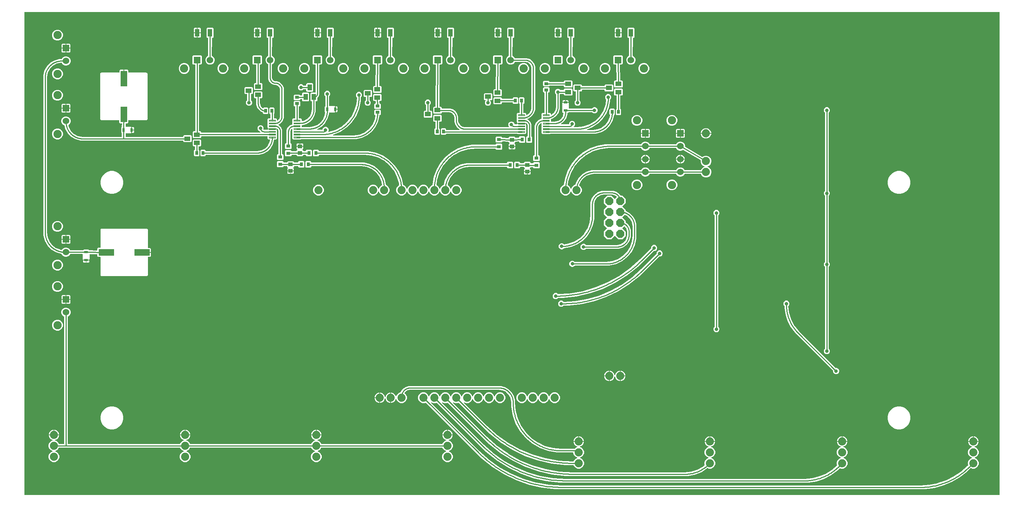
<source format=gbr>
G04 EAGLE Gerber RS-274X export*
G75*
%MOMM*%
%FSLAX34Y34*%
%LPD*%
%INTop Copper*%
%IPPOS*%
%AMOC8*
5,1,8,0,0,1.08239X$1,22.5*%
G01*
G04 Define Apertures*
%ADD10R,0.558800X0.889000*%
%ADD11R,0.889000X0.558800*%
%ADD12R,1.498600X3.606800*%
%ADD13R,3.606800X1.498600*%
%ADD14C,1.879600*%
%ADD15P,2.03446X8X112.5*%
%ADD16R,0.900000X0.650000*%
%ADD17R,0.930000X0.790000*%
%ADD18R,0.790000X0.930000*%
%ADD19R,0.980000X0.860000*%
%ADD20R,1.050000X1.770000*%
%ADD21R,0.650000X0.900000*%
%ADD22R,1.400000X1.000000*%
%ADD23R,1.000000X1.400000*%
%ADD24C,0.102500*%
%ADD25R,1.530000X1.530000*%
%ADD26C,1.530000*%
%ADD27C,1.905000*%
%ADD28C,0.812800*%
%ADD29C,0.254000*%
G36*
X2275375Y10220D02*
X2275625Y10392D01*
X2275789Y10647D01*
X2275840Y10922D01*
X2275840Y1132078D01*
X2275780Y1132375D01*
X2275608Y1132625D01*
X2275353Y1132789D01*
X2275078Y1132840D01*
X10922Y1132840D01*
X10625Y1132780D01*
X10375Y1132608D01*
X10211Y1132353D01*
X10160Y1132078D01*
X10160Y10922D01*
X10220Y10625D01*
X10392Y10375D01*
X10647Y10211D01*
X10922Y10160D01*
X2275078Y10160D01*
X2275375Y10220D01*
G37*
%LPC*%
G36*
X1417252Y1010382D02*
X1413320Y1012011D01*
X1410311Y1015020D01*
X1408682Y1018952D01*
X1408682Y1023208D01*
X1410311Y1027140D01*
X1413320Y1030149D01*
X1414614Y1030685D01*
X1414866Y1030855D01*
X1415031Y1031109D01*
X1415085Y1031388D01*
X1415136Y1071919D01*
X1415076Y1072216D01*
X1414905Y1072467D01*
X1414650Y1072630D01*
X1414374Y1072682D01*
X1412957Y1072682D01*
X1411172Y1074467D01*
X1411172Y1094693D01*
X1412957Y1096478D01*
X1425983Y1096478D01*
X1427768Y1094693D01*
X1427768Y1074467D01*
X1425983Y1072682D01*
X1424534Y1072682D01*
X1424237Y1072622D01*
X1423987Y1072450D01*
X1423823Y1072195D01*
X1423772Y1071921D01*
X1423721Y1031372D01*
X1423781Y1031074D01*
X1423952Y1030824D01*
X1424191Y1030667D01*
X1425440Y1030149D01*
X1428449Y1027140D01*
X1430078Y1023208D01*
X1430078Y1018952D01*
X1428449Y1015020D01*
X1425440Y1012011D01*
X1421508Y1010382D01*
X1417252Y1010382D01*
G37*
G36*
X1277552Y1010382D02*
X1273620Y1012011D01*
X1270611Y1015020D01*
X1268982Y1018952D01*
X1268982Y1023208D01*
X1270611Y1027140D01*
X1273620Y1030149D01*
X1274914Y1030685D01*
X1275166Y1030855D01*
X1275331Y1031109D01*
X1275385Y1031388D01*
X1275436Y1071919D01*
X1275376Y1072216D01*
X1275205Y1072467D01*
X1274950Y1072630D01*
X1274674Y1072682D01*
X1273257Y1072682D01*
X1271472Y1074467D01*
X1271472Y1094693D01*
X1273257Y1096478D01*
X1286283Y1096478D01*
X1288068Y1094693D01*
X1288068Y1074467D01*
X1286283Y1072682D01*
X1284834Y1072682D01*
X1284537Y1072622D01*
X1284287Y1072450D01*
X1284123Y1072195D01*
X1284072Y1071921D01*
X1284021Y1031372D01*
X1284081Y1031074D01*
X1284252Y1030824D01*
X1284491Y1030667D01*
X1285740Y1030149D01*
X1288749Y1027140D01*
X1290378Y1023208D01*
X1290378Y1018952D01*
X1288749Y1015020D01*
X1285740Y1012011D01*
X1281808Y1010382D01*
X1277552Y1010382D01*
G37*
G36*
X718752Y1010382D02*
X714820Y1012011D01*
X711811Y1015020D01*
X710182Y1018952D01*
X710182Y1023208D01*
X711811Y1027140D01*
X714820Y1030149D01*
X716114Y1030685D01*
X716366Y1030855D01*
X716531Y1031109D01*
X716585Y1031388D01*
X716636Y1071919D01*
X716576Y1072216D01*
X716405Y1072467D01*
X716150Y1072630D01*
X715874Y1072682D01*
X714457Y1072682D01*
X712672Y1074467D01*
X712672Y1094693D01*
X714457Y1096478D01*
X727483Y1096478D01*
X729268Y1094693D01*
X729268Y1074467D01*
X727483Y1072682D01*
X726034Y1072682D01*
X725737Y1072622D01*
X725487Y1072450D01*
X725323Y1072195D01*
X725272Y1071921D01*
X725221Y1031372D01*
X725281Y1031074D01*
X725452Y1030824D01*
X725691Y1030667D01*
X726940Y1030149D01*
X729949Y1027140D01*
X731578Y1023208D01*
X731578Y1018952D01*
X729949Y1015020D01*
X726940Y1012011D01*
X723008Y1010382D01*
X718752Y1010382D01*
G37*
G36*
X1177737Y828542D02*
X1175952Y830327D01*
X1175952Y842153D01*
X1177737Y843938D01*
X1178560Y843938D01*
X1178857Y843998D01*
X1179107Y844170D01*
X1179271Y844425D01*
X1179322Y844700D01*
X1179322Y868680D01*
X1179296Y868877D01*
X1178425Y872127D01*
X1178228Y872469D01*
X1176791Y873906D01*
X1176538Y874073D01*
X1176240Y874129D01*
X1175944Y874064D01*
X1175871Y874012D01*
X1175871Y874522D01*
X1154710Y874522D01*
X1154710Y876424D01*
X1154650Y876721D01*
X1154487Y876963D01*
X1154202Y877248D01*
X1154202Y896272D01*
X1156288Y898358D01*
X1160087Y898358D01*
X1160384Y898418D01*
X1160635Y898590D01*
X1160798Y898845D01*
X1160849Y899111D01*
X1161080Y919125D01*
X1161023Y919423D01*
X1160857Y919673D01*
X1159192Y921337D01*
X1159192Y932863D01*
X1160977Y934648D01*
X1170003Y934648D01*
X1171788Y932863D01*
X1171788Y921337D01*
X1169938Y919487D01*
X1169770Y919234D01*
X1169714Y918957D01*
X1169486Y899129D01*
X1169543Y898831D01*
X1169711Y898579D01*
X1169965Y898412D01*
X1170248Y898358D01*
X1173912Y898358D01*
X1175998Y896272D01*
X1175998Y893858D01*
X1176058Y893561D01*
X1176230Y893311D01*
X1176485Y893148D01*
X1176784Y893097D01*
X1177183Y893225D01*
X1182382Y896698D01*
X1182592Y896908D01*
X1186656Y902991D01*
X1186770Y903266D01*
X1188197Y910441D01*
X1188212Y910590D01*
X1188212Y1002031D01*
X1188197Y1002179D01*
X1187134Y1007525D01*
X1187020Y1007800D01*
X1183992Y1012332D01*
X1183782Y1012542D01*
X1179249Y1015571D01*
X1178975Y1015685D01*
X1173629Y1016748D01*
X1173480Y1016763D01*
X1150280Y1016763D01*
X1149983Y1016702D01*
X1149733Y1016531D01*
X1149576Y1016292D01*
X1149049Y1015020D01*
X1146040Y1012011D01*
X1142108Y1010382D01*
X1137852Y1010382D01*
X1133920Y1012011D01*
X1130911Y1015020D01*
X1129282Y1018952D01*
X1129282Y1023208D01*
X1130911Y1027140D01*
X1133920Y1030149D01*
X1135214Y1030685D01*
X1135466Y1030855D01*
X1135631Y1031109D01*
X1135685Y1031388D01*
X1135736Y1071919D01*
X1135676Y1072216D01*
X1135505Y1072467D01*
X1135250Y1072630D01*
X1134974Y1072682D01*
X1133557Y1072682D01*
X1131772Y1074467D01*
X1131772Y1094693D01*
X1133557Y1096478D01*
X1146583Y1096478D01*
X1148368Y1094693D01*
X1148368Y1074467D01*
X1146583Y1072682D01*
X1145134Y1072682D01*
X1144837Y1072622D01*
X1144587Y1072450D01*
X1144423Y1072195D01*
X1144372Y1071921D01*
X1144321Y1031372D01*
X1144381Y1031074D01*
X1144552Y1030824D01*
X1144791Y1030667D01*
X1146040Y1030149D01*
X1149049Y1027140D01*
X1149576Y1025869D01*
X1149745Y1025618D01*
X1149999Y1025452D01*
X1150280Y1025399D01*
X1177181Y1025399D01*
X1184221Y1023111D01*
X1190210Y1018760D01*
X1194561Y1012772D01*
X1196848Y1005732D01*
X1196848Y906132D01*
X1194093Y897652D01*
X1188852Y890438D01*
X1181638Y885197D01*
X1179169Y884395D01*
X1178905Y884246D01*
X1178720Y884005D01*
X1178644Y883712D01*
X1178688Y883412D01*
X1178845Y883153D01*
X1179113Y882966D01*
X1181066Y882158D01*
X1185538Y877686D01*
X1187958Y871842D01*
X1187958Y844458D01*
X1188018Y844161D01*
X1188181Y843919D01*
X1189948Y842153D01*
X1189948Y830327D01*
X1188163Y828542D01*
X1177737Y828542D01*
G37*
G36*
X998152Y1010382D02*
X994220Y1012011D01*
X991211Y1015020D01*
X989582Y1018952D01*
X989582Y1023208D01*
X991211Y1027140D01*
X994220Y1030149D01*
X995514Y1030685D01*
X995766Y1030855D01*
X995931Y1031109D01*
X995985Y1031388D01*
X996036Y1071919D01*
X995976Y1072216D01*
X995805Y1072467D01*
X995550Y1072630D01*
X995274Y1072682D01*
X993857Y1072682D01*
X992072Y1074467D01*
X992072Y1094693D01*
X993857Y1096478D01*
X1006883Y1096478D01*
X1008668Y1094693D01*
X1008668Y1074467D01*
X1006883Y1072682D01*
X1005434Y1072682D01*
X1005137Y1072622D01*
X1004887Y1072450D01*
X1004723Y1072195D01*
X1004672Y1071921D01*
X1004621Y1031372D01*
X1004681Y1031074D01*
X1004852Y1030824D01*
X1005091Y1030667D01*
X1006340Y1030149D01*
X1009349Y1027140D01*
X1010978Y1023208D01*
X1010978Y1018952D01*
X1009349Y1015020D01*
X1006340Y1012011D01*
X1002408Y1010382D01*
X998152Y1010382D01*
G37*
G36*
X439352Y1010382D02*
X435420Y1012011D01*
X432411Y1015020D01*
X430782Y1018952D01*
X430782Y1023208D01*
X432411Y1027140D01*
X435420Y1030149D01*
X436714Y1030685D01*
X436966Y1030855D01*
X437131Y1031109D01*
X437185Y1031388D01*
X437236Y1071919D01*
X437176Y1072216D01*
X437005Y1072467D01*
X436750Y1072630D01*
X436474Y1072682D01*
X435057Y1072682D01*
X433272Y1074467D01*
X433272Y1094693D01*
X435057Y1096478D01*
X448083Y1096478D01*
X449868Y1094693D01*
X449868Y1074467D01*
X448083Y1072682D01*
X446634Y1072682D01*
X446337Y1072622D01*
X446087Y1072450D01*
X445923Y1072195D01*
X445872Y1071921D01*
X445821Y1031372D01*
X445881Y1031074D01*
X446052Y1030824D01*
X446291Y1030667D01*
X447540Y1030149D01*
X450549Y1027140D01*
X452178Y1023208D01*
X452178Y1018952D01*
X450549Y1015020D01*
X447540Y1012011D01*
X443608Y1010382D01*
X439352Y1010382D01*
G37*
G36*
X598607Y788602D02*
X596822Y790387D01*
X596822Y800813D01*
X598607Y802598D01*
X599440Y802598D01*
X599737Y802658D01*
X599987Y802830D01*
X600151Y803085D01*
X600202Y803360D01*
X600202Y855980D01*
X600176Y856177D01*
X599305Y859427D01*
X599108Y859769D01*
X597671Y861206D01*
X597418Y861373D01*
X597120Y861429D01*
X596824Y861364D01*
X596751Y861312D01*
X596751Y861822D01*
X575590Y861822D01*
X575590Y863724D01*
X575530Y864021D01*
X575367Y864263D01*
X575082Y864548D01*
X575082Y883572D01*
X577168Y885658D01*
X580900Y885658D01*
X581197Y885718D01*
X581447Y885890D01*
X581611Y886145D01*
X581662Y886420D01*
X581662Y894660D01*
X581602Y894957D01*
X581430Y895207D01*
X581175Y895371D01*
X580900Y895422D01*
X580587Y895422D01*
X578802Y897207D01*
X578802Y908733D01*
X580587Y910518D01*
X589613Y910518D01*
X591398Y908733D01*
X591398Y897207D01*
X590521Y896331D01*
X590354Y896078D01*
X590298Y895792D01*
X590298Y886420D01*
X590358Y886123D01*
X590530Y885873D01*
X590785Y885709D01*
X591060Y885658D01*
X594792Y885658D01*
X596878Y883572D01*
X596878Y880619D01*
X596938Y880322D01*
X597110Y880072D01*
X597365Y879908D01*
X597664Y879857D01*
X597837Y879883D01*
X597882Y879895D01*
X598224Y880092D01*
X602298Y884166D01*
X602495Y884508D01*
X603986Y890073D01*
X604012Y890270D01*
X604012Y952500D01*
X603986Y952697D01*
X602625Y957777D01*
X602428Y958119D01*
X598709Y961838D01*
X598367Y962035D01*
X593287Y963396D01*
X593090Y963422D01*
X589862Y963422D01*
X583898Y965893D01*
X579333Y970458D01*
X576862Y976422D01*
X576862Y1010780D01*
X576802Y1011077D01*
X576630Y1011327D01*
X576392Y1011484D01*
X575120Y1012011D01*
X572111Y1015020D01*
X570482Y1018952D01*
X570482Y1023208D01*
X572111Y1027140D01*
X575120Y1030149D01*
X576414Y1030685D01*
X576666Y1030855D01*
X576831Y1031109D01*
X576885Y1031388D01*
X576936Y1071919D01*
X576876Y1072216D01*
X576705Y1072467D01*
X576450Y1072630D01*
X576174Y1072682D01*
X574757Y1072682D01*
X572972Y1074467D01*
X572972Y1094693D01*
X574757Y1096478D01*
X587783Y1096478D01*
X589568Y1094693D01*
X589568Y1074467D01*
X587783Y1072682D01*
X586334Y1072682D01*
X586037Y1072622D01*
X585787Y1072450D01*
X585623Y1072195D01*
X585572Y1071921D01*
X585521Y1031372D01*
X585581Y1031074D01*
X585752Y1030824D01*
X585991Y1030667D01*
X587240Y1030149D01*
X590249Y1027140D01*
X591878Y1023208D01*
X591878Y1018952D01*
X590249Y1015020D01*
X587240Y1012011D01*
X585968Y1011484D01*
X585717Y1011315D01*
X585551Y1011060D01*
X585498Y1010780D01*
X585498Y979650D01*
X585524Y979453D01*
X586439Y976038D01*
X586636Y975696D01*
X589136Y973196D01*
X589478Y972999D01*
X592893Y972084D01*
X593090Y972058D01*
X596980Y972058D01*
X604169Y969080D01*
X609670Y963579D01*
X612648Y956390D01*
X612648Y886187D01*
X609523Y878642D01*
X603748Y872867D01*
X600431Y871493D01*
X600179Y871324D01*
X600014Y871069D01*
X599961Y870771D01*
X600028Y870475D01*
X600205Y870229D01*
X600431Y870085D01*
X601946Y869458D01*
X606418Y864986D01*
X608838Y859142D01*
X608838Y803360D01*
X608898Y803063D01*
X609070Y802813D01*
X609325Y802649D01*
X609600Y802598D01*
X610433Y802598D01*
X612218Y800813D01*
X612218Y790387D01*
X610433Y788602D01*
X598607Y788602D01*
G37*
G36*
X858452Y1010382D02*
X854520Y1012011D01*
X851511Y1015020D01*
X849882Y1018952D01*
X849882Y1023208D01*
X851511Y1027140D01*
X854520Y1030149D01*
X855814Y1030685D01*
X856066Y1030855D01*
X856231Y1031109D01*
X856285Y1031388D01*
X856336Y1071919D01*
X856276Y1072216D01*
X856105Y1072467D01*
X855850Y1072630D01*
X855574Y1072682D01*
X854157Y1072682D01*
X852372Y1074467D01*
X852372Y1094693D01*
X854157Y1096478D01*
X867183Y1096478D01*
X868968Y1094693D01*
X868968Y1074467D01*
X867183Y1072682D01*
X865734Y1072682D01*
X865437Y1072622D01*
X865187Y1072450D01*
X865023Y1072195D01*
X864972Y1071921D01*
X864921Y1031372D01*
X864981Y1031074D01*
X865152Y1030824D01*
X865391Y1030667D01*
X866640Y1030149D01*
X869649Y1027140D01*
X871278Y1023208D01*
X871278Y1018952D01*
X869649Y1015020D01*
X866640Y1012011D01*
X862708Y1010382D01*
X858452Y1010382D01*
G37*
G36*
X412632Y1085342D02*
X412632Y1095970D01*
X418172Y1095970D01*
X419660Y1094482D01*
X419660Y1085342D01*
X412632Y1085342D01*
G37*
G36*
X552332Y1085342D02*
X552332Y1095970D01*
X557872Y1095970D01*
X559360Y1094482D01*
X559360Y1085342D01*
X552332Y1085342D01*
G37*
G36*
X692032Y1085342D02*
X692032Y1095970D01*
X697572Y1095970D01*
X699060Y1094482D01*
X699060Y1085342D01*
X692032Y1085342D01*
G37*
G36*
X831732Y1085342D02*
X831732Y1095970D01*
X837272Y1095970D01*
X838760Y1094482D01*
X838760Y1085342D01*
X831732Y1085342D01*
G37*
G36*
X823180Y1085342D02*
X823180Y1094482D01*
X824668Y1095970D01*
X830208Y1095970D01*
X830208Y1085342D01*
X823180Y1085342D01*
G37*
G36*
X683480Y1085342D02*
X683480Y1094482D01*
X684968Y1095970D01*
X690508Y1095970D01*
X690508Y1085342D01*
X683480Y1085342D01*
G37*
G36*
X543780Y1085342D02*
X543780Y1094482D01*
X545268Y1095970D01*
X550808Y1095970D01*
X550808Y1085342D01*
X543780Y1085342D01*
G37*
G36*
X404080Y1085342D02*
X404080Y1094482D01*
X405568Y1095970D01*
X411108Y1095970D01*
X411108Y1085342D01*
X404080Y1085342D01*
G37*
G36*
X1381980Y1085342D02*
X1381980Y1094482D01*
X1383468Y1095970D01*
X1389008Y1095970D01*
X1389008Y1085342D01*
X1381980Y1085342D01*
G37*
G36*
X1242280Y1085342D02*
X1242280Y1094482D01*
X1243768Y1095970D01*
X1249308Y1095970D01*
X1249308Y1085342D01*
X1242280Y1085342D01*
G37*
G36*
X1102580Y1085342D02*
X1102580Y1094482D01*
X1104068Y1095970D01*
X1109608Y1095970D01*
X1109608Y1085342D01*
X1102580Y1085342D01*
G37*
G36*
X962880Y1085342D02*
X962880Y1094482D01*
X964368Y1095970D01*
X969908Y1095970D01*
X969908Y1085342D01*
X962880Y1085342D01*
G37*
G36*
X971432Y1085342D02*
X971432Y1095970D01*
X976972Y1095970D01*
X978460Y1094482D01*
X978460Y1085342D01*
X971432Y1085342D01*
G37*
G36*
X1111132Y1085342D02*
X1111132Y1095970D01*
X1116672Y1095970D01*
X1118160Y1094482D01*
X1118160Y1085342D01*
X1111132Y1085342D01*
G37*
G36*
X1250832Y1085342D02*
X1250832Y1095970D01*
X1256372Y1095970D01*
X1257860Y1094482D01*
X1257860Y1085342D01*
X1250832Y1085342D01*
G37*
G36*
X1390532Y1085342D02*
X1390532Y1095970D01*
X1396072Y1095970D01*
X1397560Y1094482D01*
X1397560Y1085342D01*
X1390532Y1085342D01*
G37*
G36*
X84579Y1066447D02*
X79958Y1068361D01*
X76421Y1071898D01*
X74507Y1076519D01*
X74507Y1081521D01*
X76421Y1086142D01*
X79958Y1089679D01*
X84579Y1091593D01*
X89581Y1091593D01*
X94202Y1089679D01*
X97739Y1086142D01*
X99653Y1081521D01*
X99653Y1076519D01*
X97739Y1071898D01*
X94202Y1068361D01*
X89581Y1066447D01*
X84579Y1066447D01*
G37*
G36*
X684968Y1073190D02*
X683480Y1074678D01*
X683480Y1083818D01*
X690508Y1083818D01*
X690508Y1073190D01*
X684968Y1073190D01*
G37*
G36*
X552332Y1073190D02*
X552332Y1083818D01*
X559360Y1083818D01*
X559360Y1074678D01*
X557872Y1073190D01*
X552332Y1073190D01*
G37*
G36*
X545268Y1073190D02*
X543780Y1074678D01*
X543780Y1083818D01*
X550808Y1083818D01*
X550808Y1073190D01*
X545268Y1073190D01*
G37*
G36*
X412632Y1073190D02*
X412632Y1083818D01*
X419660Y1083818D01*
X419660Y1074678D01*
X418172Y1073190D01*
X412632Y1073190D01*
G37*
G36*
X405568Y1073190D02*
X404080Y1074678D01*
X404080Y1083818D01*
X411108Y1083818D01*
X411108Y1073190D01*
X405568Y1073190D01*
G37*
G36*
X1390532Y1073190D02*
X1390532Y1083818D01*
X1397560Y1083818D01*
X1397560Y1074678D01*
X1396072Y1073190D01*
X1390532Y1073190D01*
G37*
G36*
X1383468Y1073190D02*
X1381980Y1074678D01*
X1381980Y1083818D01*
X1389008Y1083818D01*
X1389008Y1073190D01*
X1383468Y1073190D01*
G37*
G36*
X1250832Y1073190D02*
X1250832Y1083818D01*
X1257860Y1083818D01*
X1257860Y1074678D01*
X1256372Y1073190D01*
X1250832Y1073190D01*
G37*
G36*
X1243768Y1073190D02*
X1242280Y1074678D01*
X1242280Y1083818D01*
X1249308Y1083818D01*
X1249308Y1073190D01*
X1243768Y1073190D01*
G37*
G36*
X1111132Y1073190D02*
X1111132Y1083818D01*
X1118160Y1083818D01*
X1118160Y1074678D01*
X1116672Y1073190D01*
X1111132Y1073190D01*
G37*
G36*
X1104068Y1073190D02*
X1102580Y1074678D01*
X1102580Y1083818D01*
X1109608Y1083818D01*
X1109608Y1073190D01*
X1104068Y1073190D01*
G37*
G36*
X971432Y1073190D02*
X971432Y1083818D01*
X978460Y1083818D01*
X978460Y1074678D01*
X976972Y1073190D01*
X971432Y1073190D01*
G37*
G36*
X964368Y1073190D02*
X962880Y1074678D01*
X962880Y1083818D01*
X969908Y1083818D01*
X969908Y1073190D01*
X964368Y1073190D01*
G37*
G36*
X831732Y1073190D02*
X831732Y1083818D01*
X838760Y1083818D01*
X838760Y1074678D01*
X837272Y1073190D01*
X831732Y1073190D01*
G37*
G36*
X824668Y1073190D02*
X823180Y1074678D01*
X823180Y1083818D01*
X830208Y1083818D01*
X830208Y1073190D01*
X824668Y1073190D01*
G37*
G36*
X692032Y1073190D02*
X692032Y1083818D01*
X699060Y1083818D01*
X699060Y1074678D01*
X697572Y1073190D01*
X692032Y1073190D01*
G37*
G36*
X96490Y1049782D02*
X96490Y1057722D01*
X97978Y1059210D01*
X105918Y1059210D01*
X105918Y1049782D01*
X96490Y1049782D01*
G37*
G36*
X107442Y1049782D02*
X107442Y1059210D01*
X115382Y1059210D01*
X116870Y1057722D01*
X116870Y1049782D01*
X107442Y1049782D01*
G37*
G36*
X107442Y1038830D02*
X107442Y1048258D01*
X116870Y1048258D01*
X116870Y1040318D01*
X115382Y1038830D01*
X107442Y1038830D01*
G37*
G36*
X97978Y1038830D02*
X96490Y1040318D01*
X96490Y1048258D01*
X105918Y1048258D01*
X105918Y1038830D01*
X97978Y1038830D01*
G37*
G36*
X1240767Y1010382D02*
X1238982Y1012167D01*
X1238982Y1029993D01*
X1240767Y1031778D01*
X1258593Y1031778D01*
X1260378Y1029993D01*
X1260378Y1012167D01*
X1258593Y1010382D01*
X1240767Y1010382D01*
G37*
G36*
X1101287Y937442D02*
X1099502Y939227D01*
X1099502Y951753D01*
X1101287Y953538D01*
X1104520Y953538D01*
X1104817Y953598D01*
X1105067Y953770D01*
X1105231Y954025D01*
X1105282Y954296D01*
X1105597Y1009616D01*
X1105538Y1009913D01*
X1105368Y1010164D01*
X1105113Y1010329D01*
X1104835Y1010382D01*
X1101067Y1010382D01*
X1099282Y1012167D01*
X1099282Y1029993D01*
X1101067Y1031778D01*
X1118893Y1031778D01*
X1120678Y1029993D01*
X1120678Y1012167D01*
X1118893Y1010382D01*
X1114995Y1010382D01*
X1114698Y1010322D01*
X1114448Y1010150D01*
X1114284Y1009895D01*
X1114233Y1009624D01*
X1113918Y954304D01*
X1113977Y954007D01*
X1114147Y953756D01*
X1114401Y953591D01*
X1114680Y953538D01*
X1117813Y953538D01*
X1119598Y951753D01*
X1119598Y939227D01*
X1117813Y937442D01*
X1101287Y937442D01*
G37*
G36*
X979367Y847162D02*
X977582Y848947D01*
X977582Y860473D01*
X979367Y862258D01*
X988393Y862258D01*
X990178Y860473D01*
X990178Y859340D01*
X990238Y859043D01*
X990410Y858793D01*
X990665Y858629D01*
X990940Y858578D01*
X1020692Y858578D01*
X1020989Y858638D01*
X1021239Y858810D01*
X1021403Y859065D01*
X1021454Y859364D01*
X1021384Y859659D01*
X1021140Y859956D01*
X1016226Y863526D01*
X1011583Y869917D01*
X1009142Y877430D01*
X1009142Y886460D01*
X1009127Y886609D01*
X1008161Y891469D01*
X1008047Y891743D01*
X1005294Y895864D01*
X1005084Y896074D01*
X1000963Y898827D01*
X1000689Y898941D01*
X995829Y899907D01*
X995680Y899922D01*
X980660Y899922D01*
X980363Y899862D01*
X980113Y899690D01*
X979949Y899435D01*
X979898Y899160D01*
X979898Y898587D01*
X978113Y896802D01*
X961587Y896802D01*
X959802Y898587D01*
X959802Y911113D01*
X961587Y912898D01*
X964799Y912898D01*
X965097Y912958D01*
X965347Y913130D01*
X965510Y913385D01*
X965561Y913657D01*
X965881Y1009617D01*
X965822Y1009915D01*
X965651Y1010166D01*
X965396Y1010330D01*
X965119Y1010382D01*
X961367Y1010382D01*
X959582Y1012167D01*
X959582Y1029993D01*
X961367Y1031778D01*
X979193Y1031778D01*
X980978Y1029993D01*
X980978Y1012167D01*
X979193Y1010382D01*
X975279Y1010382D01*
X974982Y1010322D01*
X974732Y1010150D01*
X974569Y1009895D01*
X974517Y1009623D01*
X974197Y913663D01*
X974257Y913365D01*
X974427Y913114D01*
X974682Y912950D01*
X974959Y912898D01*
X978113Y912898D01*
X979898Y911113D01*
X979898Y909320D01*
X979958Y909023D01*
X980130Y908773D01*
X980385Y908609D01*
X980660Y908558D01*
X999180Y908558D01*
X1005837Y906395D01*
X1011500Y902280D01*
X1015615Y896617D01*
X1017778Y889960D01*
X1017778Y881380D01*
X1017793Y881231D01*
X1018976Y875284D01*
X1019089Y875010D01*
X1022458Y869968D01*
X1022668Y869758D01*
X1027710Y866389D01*
X1027984Y866276D01*
X1033931Y865093D01*
X1034080Y865078D01*
X1135709Y865078D01*
X1136006Y865138D01*
X1136256Y865310D01*
X1136419Y865565D01*
X1136470Y865864D01*
X1136400Y866159D01*
X1136247Y866379D01*
X1135701Y866925D01*
X1134618Y869539D01*
X1134618Y872369D01*
X1135701Y874983D01*
X1137701Y876983D01*
X1140315Y878066D01*
X1143145Y878066D01*
X1145759Y876983D01*
X1147759Y874983D01*
X1148842Y872369D01*
X1148842Y872340D01*
X1148902Y872043D01*
X1149074Y871793D01*
X1149329Y871629D01*
X1149604Y871578D01*
X1153948Y871578D01*
X1154245Y871638D01*
X1154495Y871810D01*
X1154659Y872065D01*
X1154710Y872340D01*
X1154710Y872998D01*
X1175490Y872998D01*
X1175490Y871096D01*
X1175550Y870799D01*
X1175713Y870557D01*
X1175998Y870272D01*
X1175998Y851248D01*
X1173912Y849162D01*
X1156288Y849162D01*
X1155731Y849719D01*
X1155478Y849886D01*
X1155192Y849942D01*
X990940Y849942D01*
X990643Y849882D01*
X990393Y849710D01*
X990229Y849455D01*
X990178Y849180D01*
X990178Y848947D01*
X988393Y847162D01*
X979367Y847162D01*
G37*
G36*
X617657Y814002D02*
X615872Y815787D01*
X615872Y826213D01*
X617657Y827998D01*
X618490Y827998D01*
X618787Y828058D01*
X619037Y828230D01*
X619201Y828485D01*
X619252Y828760D01*
X619252Y858095D01*
X621843Y864350D01*
X626630Y869137D01*
X632012Y871366D01*
X632263Y871536D01*
X632429Y871790D01*
X632482Y872070D01*
X632482Y883572D01*
X634568Y885658D01*
X638300Y885658D01*
X638597Y885718D01*
X638847Y885890D01*
X639011Y886145D01*
X639062Y886420D01*
X639062Y912790D01*
X639002Y913087D01*
X638830Y913337D01*
X638575Y913501D01*
X638300Y913552D01*
X637617Y913552D01*
X635832Y915337D01*
X635832Y924363D01*
X637617Y926148D01*
X649143Y926148D01*
X650928Y924363D01*
X650928Y915337D01*
X649143Y913552D01*
X648460Y913552D01*
X648163Y913492D01*
X647913Y913320D01*
X647749Y913065D01*
X647698Y912790D01*
X647698Y886420D01*
X647758Y886123D01*
X647930Y885873D01*
X648185Y885709D01*
X648460Y885658D01*
X652192Y885658D01*
X654278Y883572D01*
X654278Y879900D01*
X654338Y879603D01*
X654510Y879353D01*
X654765Y879189D01*
X655159Y879148D01*
X658789Y879723D01*
X659016Y879796D01*
X666621Y883671D01*
X666814Y883811D01*
X672849Y889846D01*
X672989Y890039D01*
X676864Y897644D01*
X676937Y897871D01*
X678273Y906301D01*
X678282Y906420D01*
X678282Y924340D01*
X678222Y924637D01*
X678050Y924887D01*
X677795Y925051D01*
X677520Y925102D01*
X676337Y925102D01*
X674552Y926887D01*
X674552Y943413D01*
X676337Y945198D01*
X685800Y945198D01*
X686097Y945258D01*
X686347Y945430D01*
X686511Y945685D01*
X686562Y945960D01*
X686562Y1009620D01*
X686502Y1009917D01*
X686330Y1010167D01*
X686075Y1010331D01*
X685800Y1010382D01*
X681967Y1010382D01*
X680182Y1012167D01*
X680182Y1029993D01*
X681967Y1031778D01*
X699793Y1031778D01*
X701578Y1029993D01*
X701578Y1012167D01*
X699793Y1010382D01*
X695960Y1010382D01*
X695663Y1010322D01*
X695413Y1010150D01*
X695249Y1009895D01*
X695198Y1009620D01*
X695198Y940924D01*
X693280Y936294D01*
X690871Y933885D01*
X690704Y933632D01*
X690648Y933346D01*
X690648Y926887D01*
X688863Y925102D01*
X687680Y925102D01*
X687383Y925042D01*
X687133Y924870D01*
X686969Y924615D01*
X686918Y924340D01*
X686918Y901591D01*
X684418Y892263D01*
X679590Y883899D01*
X672761Y877070D01*
X664397Y872242D01*
X655069Y869742D01*
X655040Y869742D01*
X654743Y869682D01*
X654493Y869510D01*
X654329Y869255D01*
X654278Y868980D01*
X654278Y866140D01*
X654338Y865843D01*
X654510Y865593D01*
X654765Y865429D01*
X655040Y865378D01*
X671852Y865378D01*
X671951Y865385D01*
X681484Y866639D01*
X681676Y866691D01*
X690559Y870370D01*
X690731Y870470D01*
X698359Y876323D01*
X698499Y876463D01*
X704352Y884091D01*
X704452Y884263D01*
X708131Y893146D01*
X708183Y893338D01*
X709003Y899568D01*
X708982Y899871D01*
X708786Y900206D01*
X707920Y901072D01*
X707920Y912488D01*
X709199Y913766D01*
X709366Y914019D01*
X709422Y914305D01*
X709422Y936285D01*
X709362Y936582D01*
X709199Y936823D01*
X707711Y938311D01*
X706628Y940925D01*
X706628Y943755D01*
X707711Y946369D01*
X709711Y948369D01*
X712325Y949452D01*
X715155Y949452D01*
X717769Y948369D01*
X719769Y946369D01*
X720852Y943755D01*
X720852Y940925D01*
X719769Y938311D01*
X718281Y936823D01*
X718114Y936570D01*
X718058Y936285D01*
X718058Y915289D01*
X718118Y914992D01*
X718290Y914742D01*
X718545Y914578D01*
X718820Y914527D01*
X729741Y914527D01*
X730129Y914503D01*
X730566Y914418D01*
X730982Y914271D01*
X731372Y914066D01*
X731542Y913942D01*
X731542Y899616D01*
X731433Y899533D01*
X731047Y899318D01*
X730635Y899162D01*
X730204Y899067D01*
X729736Y899033D01*
X718842Y899033D01*
X718545Y898973D01*
X718295Y898801D01*
X718131Y898546D01*
X718080Y898271D01*
X718080Y896884D01*
X714930Y885127D01*
X708844Y874585D01*
X700237Y865978D01*
X690401Y860300D01*
X690174Y860099D01*
X690043Y859825D01*
X690029Y859523D01*
X690135Y859238D01*
X690343Y859017D01*
X690620Y858895D01*
X690782Y858878D01*
X702056Y858878D01*
X702353Y858938D01*
X702603Y859110D01*
X702767Y859365D01*
X702818Y859640D01*
X702818Y859935D01*
X703901Y862549D01*
X705901Y864549D01*
X708515Y865632D01*
X711345Y865632D01*
X713959Y864549D01*
X715959Y862549D01*
X717042Y859935D01*
X717042Y857105D01*
X716166Y854991D01*
X716108Y854693D01*
X716171Y854396D01*
X716344Y854148D01*
X716601Y853986D01*
X716945Y853941D01*
X716972Y853944D01*
X717118Y853973D01*
X732366Y858598D01*
X732504Y858655D01*
X746556Y866166D01*
X746680Y866249D01*
X758997Y876357D01*
X759103Y876463D01*
X769211Y888780D01*
X769294Y888904D01*
X776805Y902956D01*
X776862Y903094D01*
X781487Y918342D01*
X781517Y918488D01*
X783018Y933730D01*
X782987Y934032D01*
X782798Y934344D01*
X781371Y935771D01*
X780288Y938385D01*
X780288Y941215D01*
X781371Y943829D01*
X783371Y945829D01*
X785985Y946912D01*
X788815Y946912D01*
X791429Y945829D01*
X793429Y943829D01*
X794512Y941215D01*
X794512Y938385D01*
X793429Y935771D01*
X791941Y934283D01*
X791774Y934030D01*
X791718Y933745D01*
X791718Y925489D01*
X788233Y907970D01*
X781398Y891468D01*
X771474Y876616D01*
X758844Y863986D01*
X743992Y854062D01*
X727773Y847344D01*
X727521Y847175D01*
X727356Y846920D01*
X727303Y846622D01*
X727370Y846326D01*
X727548Y846080D01*
X727807Y845923D01*
X728065Y845878D01*
X774700Y845878D01*
X774799Y845885D01*
X787947Y847616D01*
X788140Y847667D01*
X800392Y852742D01*
X800564Y852841D01*
X811085Y860914D01*
X811226Y861055D01*
X819299Y871576D01*
X819398Y871748D01*
X824473Y884000D01*
X824525Y884193D01*
X825601Y892371D01*
X825580Y892673D01*
X825443Y892943D01*
X825211Y893139D01*
X824846Y893232D01*
X824817Y893232D01*
X823032Y895017D01*
X823032Y904043D01*
X824817Y905828D01*
X836343Y905828D01*
X838128Y904043D01*
X838128Y895017D01*
X836343Y893232D01*
X835660Y893232D01*
X835363Y893172D01*
X835113Y893000D01*
X834949Y892745D01*
X834898Y892470D01*
X834898Y890657D01*
X831879Y877432D01*
X825994Y865210D01*
X817536Y854604D01*
X806930Y846146D01*
X794708Y840261D01*
X781483Y837242D01*
X653288Y837242D01*
X652991Y837182D01*
X652749Y837019D01*
X652192Y836462D01*
X634568Y836462D01*
X632482Y838548D01*
X632482Y860569D01*
X632422Y860866D01*
X632250Y861116D01*
X631995Y861280D01*
X631696Y861331D01*
X631401Y861261D01*
X631181Y861108D01*
X629132Y859059D01*
X628935Y858717D01*
X627914Y854907D01*
X627888Y854710D01*
X627888Y828760D01*
X627948Y828463D01*
X628120Y828213D01*
X628375Y828049D01*
X628650Y827998D01*
X629483Y827998D01*
X631268Y826213D01*
X631268Y815787D01*
X629483Y814002D01*
X617657Y814002D01*
G37*
G36*
X1381957Y957762D02*
X1380172Y959547D01*
X1380172Y972073D01*
X1381957Y973858D01*
X1385049Y973858D01*
X1385347Y973918D01*
X1385597Y974090D01*
X1385760Y974345D01*
X1385811Y974628D01*
X1385453Y1009628D01*
X1385389Y1009924D01*
X1385215Y1010173D01*
X1384958Y1010334D01*
X1384691Y1010382D01*
X1380467Y1010382D01*
X1378682Y1012167D01*
X1378682Y1029993D01*
X1380467Y1031778D01*
X1398293Y1031778D01*
X1400078Y1029993D01*
X1400078Y1012167D01*
X1398293Y1010382D01*
X1394851Y1010382D01*
X1394554Y1010322D01*
X1394304Y1010150D01*
X1394140Y1009895D01*
X1394089Y1009612D01*
X1394448Y974612D01*
X1394511Y974316D01*
X1394685Y974067D01*
X1394943Y973906D01*
X1395210Y973858D01*
X1398483Y973858D01*
X1400268Y972073D01*
X1400268Y959547D01*
X1398483Y957762D01*
X1381957Y957762D01*
G37*
G36*
X821887Y945062D02*
X820102Y946847D01*
X820102Y959373D01*
X821887Y961158D01*
X825117Y961158D01*
X825414Y961218D01*
X825664Y961390D01*
X825828Y961645D01*
X825879Y961916D01*
X826133Y1009616D01*
X826074Y1009913D01*
X825904Y1010165D01*
X825650Y1010329D01*
X825371Y1010382D01*
X821667Y1010382D01*
X819882Y1012167D01*
X819882Y1029993D01*
X821667Y1031778D01*
X839493Y1031778D01*
X841278Y1029993D01*
X841278Y1012167D01*
X839493Y1010382D01*
X835531Y1010382D01*
X835234Y1010322D01*
X834984Y1010150D01*
X834821Y1009895D01*
X834769Y1009624D01*
X834515Y961924D01*
X834574Y961627D01*
X834744Y961376D01*
X834999Y961211D01*
X835277Y961158D01*
X838413Y961158D01*
X840198Y959373D01*
X840198Y946847D01*
X838413Y945062D01*
X821887Y945062D01*
G37*
G36*
X545027Y951412D02*
X543242Y953197D01*
X543242Y965723D01*
X545027Y967508D01*
X548101Y967508D01*
X548398Y967568D01*
X548648Y967740D01*
X548812Y967995D01*
X548863Y968279D01*
X548352Y1009629D01*
X548288Y1009926D01*
X548113Y1010174D01*
X547856Y1010334D01*
X547590Y1010382D01*
X542267Y1010382D01*
X540482Y1012167D01*
X540482Y1029993D01*
X542267Y1031778D01*
X560093Y1031778D01*
X561878Y1029993D01*
X561878Y1012167D01*
X560093Y1010382D01*
X557750Y1010382D01*
X557453Y1010322D01*
X557203Y1010150D01*
X557040Y1009895D01*
X556989Y1009611D01*
X557500Y968261D01*
X557564Y967964D01*
X557738Y967716D01*
X557996Y967556D01*
X558262Y967508D01*
X561553Y967508D01*
X563338Y965723D01*
X563338Y953197D01*
X561553Y951412D01*
X545027Y951412D01*
G37*
G36*
X420567Y797632D02*
X418782Y799417D01*
X418782Y810943D01*
X420567Y812728D01*
X429593Y812728D01*
X431378Y810943D01*
X431378Y810260D01*
X431438Y809963D01*
X431610Y809713D01*
X431865Y809549D01*
X432140Y809498D01*
X550420Y809498D01*
X550539Y809507D01*
X559958Y810999D01*
X560185Y811073D01*
X568682Y815402D01*
X568875Y815542D01*
X575618Y822286D01*
X575758Y822478D01*
X580087Y830975D01*
X580161Y831202D01*
X580854Y835581D01*
X580841Y835884D01*
X580711Y836158D01*
X580484Y836359D01*
X580102Y836462D01*
X577168Y836462D01*
X575082Y838548D01*
X575082Y842980D01*
X575022Y843277D01*
X574850Y843527D01*
X574595Y843691D01*
X574320Y843742D01*
X421860Y843742D01*
X421563Y843682D01*
X421313Y843510D01*
X421149Y843255D01*
X421098Y842980D01*
X421098Y841437D01*
X419313Y839652D01*
X402787Y839652D01*
X401002Y841437D01*
X401002Y853963D01*
X402787Y855748D01*
X406400Y855748D01*
X406697Y855808D01*
X406947Y855980D01*
X407111Y856235D01*
X407162Y856510D01*
X407162Y1009620D01*
X407102Y1009917D01*
X406930Y1010167D01*
X406675Y1010331D01*
X406400Y1010382D01*
X402567Y1010382D01*
X400782Y1012167D01*
X400782Y1029993D01*
X402567Y1031778D01*
X420393Y1031778D01*
X422178Y1029993D01*
X422178Y1012167D01*
X420393Y1010382D01*
X416560Y1010382D01*
X416263Y1010322D01*
X416013Y1010150D01*
X415849Y1009895D01*
X415798Y1009620D01*
X415798Y856510D01*
X415858Y856213D01*
X416030Y855963D01*
X416285Y855799D01*
X416560Y855748D01*
X419313Y855748D01*
X421098Y853963D01*
X421098Y853140D01*
X421158Y852843D01*
X421330Y852593D01*
X421585Y852429D01*
X421860Y852378D01*
X557736Y852378D01*
X558033Y852438D01*
X558284Y852610D01*
X558447Y852865D01*
X558498Y853164D01*
X558428Y853459D01*
X558275Y853679D01*
X556361Y855593D01*
X556330Y855668D01*
X556161Y855919D01*
X555918Y856080D01*
X554771Y856555D01*
X552771Y858555D01*
X551688Y861169D01*
X551688Y863999D01*
X552771Y866613D01*
X554771Y868613D01*
X557385Y869696D01*
X560215Y869696D01*
X562829Y868613D01*
X564829Y866613D01*
X565912Y863999D01*
X565912Y861169D01*
X565471Y860105D01*
X565413Y859808D01*
X565476Y859511D01*
X565650Y859262D01*
X565978Y859078D01*
X566627Y858904D01*
X566824Y858878D01*
X574828Y858878D01*
X575125Y858938D01*
X575375Y859110D01*
X575539Y859365D01*
X575590Y859640D01*
X575590Y860298D01*
X596370Y860298D01*
X596370Y858396D01*
X596430Y858099D01*
X596593Y857857D01*
X596878Y857572D01*
X596878Y838548D01*
X594792Y836462D01*
X591060Y836462D01*
X590763Y836402D01*
X590513Y836230D01*
X590349Y835975D01*
X590298Y835700D01*
X590298Y835490D01*
X587580Y825348D01*
X582330Y816254D01*
X574906Y808830D01*
X565812Y803580D01*
X555670Y800862D01*
X432140Y800862D01*
X431843Y800802D01*
X431593Y800630D01*
X431429Y800375D01*
X431378Y800100D01*
X431378Y799417D01*
X429593Y797632D01*
X420567Y797632D01*
G37*
G36*
X189888Y518922D02*
X189500Y518946D01*
X189063Y519031D01*
X188647Y519178D01*
X188257Y519383D01*
X187900Y519643D01*
X187584Y519951D01*
X187317Y520301D01*
X187102Y520687D01*
X186946Y521099D01*
X186851Y521530D01*
X186817Y521998D01*
X186817Y562737D01*
X186757Y563034D01*
X186585Y563284D01*
X186330Y563448D01*
X186055Y563499D01*
X181109Y563499D01*
X179324Y565284D01*
X179324Y569138D01*
X179264Y569435D01*
X179092Y569685D01*
X178837Y569849D01*
X178568Y569900D01*
X162185Y570033D01*
X161888Y569976D01*
X161636Y569806D01*
X161471Y569552D01*
X161417Y569271D01*
X161417Y558442D01*
X161393Y558054D01*
X161308Y557617D01*
X161161Y557201D01*
X160956Y556811D01*
X160832Y556641D01*
X146506Y556641D01*
X146423Y556750D01*
X146208Y557136D01*
X146052Y557548D01*
X145957Y557979D01*
X145923Y558447D01*
X145923Y569359D01*
X145863Y569656D01*
X145691Y569906D01*
X145436Y570070D01*
X145163Y570121D01*
X116973Y570180D01*
X116675Y570121D01*
X116425Y569950D01*
X116267Y569710D01*
X115749Y568460D01*
X112740Y565451D01*
X108808Y563822D01*
X104552Y563822D01*
X100620Y565451D01*
X97611Y568460D01*
X96950Y570055D01*
X96781Y570306D01*
X96443Y570499D01*
X84826Y573612D01*
X73416Y580200D01*
X64100Y589516D01*
X57512Y600926D01*
X54102Y613652D01*
X54102Y986504D01*
X56993Y997293D01*
X62577Y1006965D01*
X70475Y1014863D01*
X80147Y1020447D01*
X90936Y1023338D01*
X96380Y1023338D01*
X96677Y1023398D01*
X96927Y1023570D01*
X97084Y1023808D01*
X97611Y1025080D01*
X100620Y1028089D01*
X104552Y1029718D01*
X108808Y1029718D01*
X112740Y1028089D01*
X115749Y1025080D01*
X117378Y1021148D01*
X117378Y1016892D01*
X115749Y1012960D01*
X112740Y1009951D01*
X108808Y1008322D01*
X104552Y1008322D01*
X100620Y1009951D01*
X97611Y1012960D01*
X97093Y1014211D01*
X96923Y1014462D01*
X96669Y1014628D01*
X96269Y1014672D01*
X86197Y1013077D01*
X85970Y1013003D01*
X76765Y1008313D01*
X76573Y1008173D01*
X69267Y1000867D01*
X69127Y1000675D01*
X64437Y991470D01*
X64364Y991243D01*
X62747Y981039D01*
X62738Y980920D01*
X62738Y620240D01*
X62745Y620141D01*
X64129Y609622D01*
X64181Y609430D01*
X68241Y599628D01*
X68340Y599456D01*
X74799Y591039D01*
X74939Y590899D01*
X83356Y584440D01*
X83528Y584341D01*
X93330Y580281D01*
X93522Y580229D01*
X96682Y579813D01*
X96984Y579834D01*
X97255Y579972D01*
X97485Y580277D01*
X97611Y580580D01*
X100620Y583589D01*
X104552Y585218D01*
X108808Y585218D01*
X112740Y583589D01*
X115749Y580580D01*
X116285Y579287D01*
X116455Y579035D01*
X116709Y578870D01*
X116987Y578816D01*
X146137Y578755D01*
X146434Y578815D01*
X146678Y578978D01*
X147962Y580263D01*
X159378Y580263D01*
X160740Y578900D01*
X160993Y578733D01*
X161273Y578677D01*
X178556Y578536D01*
X178853Y578594D01*
X179105Y578764D01*
X179271Y579018D01*
X179324Y579298D01*
X179324Y582796D01*
X181109Y584581D01*
X186055Y584581D01*
X186352Y584641D01*
X186602Y584813D01*
X186766Y585068D01*
X186817Y585343D01*
X186817Y626087D01*
X186841Y626475D01*
X186926Y626912D01*
X187073Y627328D01*
X187278Y627718D01*
X187538Y628075D01*
X187846Y628391D01*
X188196Y628658D01*
X188582Y628873D01*
X188994Y629029D01*
X189425Y629124D01*
X189893Y629158D01*
X293982Y629158D01*
X294370Y629134D01*
X294807Y629049D01*
X295223Y628902D01*
X295613Y628697D01*
X295970Y628438D01*
X296286Y628129D01*
X296553Y627779D01*
X296768Y627393D01*
X296924Y626981D01*
X297019Y626550D01*
X297053Y626082D01*
X297053Y584835D01*
X297113Y584538D01*
X297285Y584288D01*
X297540Y584124D01*
X297815Y584073D01*
X302550Y584073D01*
X304038Y582585D01*
X304038Y574802D01*
X282702Y574802D01*
X282702Y573278D01*
X304038Y573278D01*
X304038Y565495D01*
X302550Y564007D01*
X297815Y564007D01*
X297518Y563947D01*
X297268Y563775D01*
X297104Y563520D01*
X297053Y563245D01*
X297053Y521993D01*
X297029Y521605D01*
X296944Y521168D01*
X296797Y520752D01*
X296592Y520362D01*
X296333Y520005D01*
X296024Y519689D01*
X295674Y519422D01*
X295288Y519207D01*
X294876Y519051D01*
X294445Y518956D01*
X293977Y518922D01*
X189888Y518922D01*
G37*
G36*
X1307179Y988907D02*
X1302558Y990821D01*
X1299021Y994358D01*
X1297107Y998979D01*
X1297107Y1003981D01*
X1299021Y1008602D01*
X1302558Y1012139D01*
X1307179Y1014053D01*
X1312181Y1014053D01*
X1316802Y1012139D01*
X1320339Y1008602D01*
X1322253Y1003981D01*
X1322253Y998979D01*
X1320339Y994358D01*
X1316802Y990821D01*
X1312181Y988907D01*
X1307179Y988907D01*
G37*
G36*
X1446879Y988907D02*
X1442258Y990821D01*
X1438721Y994358D01*
X1436807Y998979D01*
X1436807Y1003981D01*
X1438721Y1008602D01*
X1442258Y1012139D01*
X1446879Y1014053D01*
X1451881Y1014053D01*
X1456502Y1012139D01*
X1460039Y1008602D01*
X1461953Y1003981D01*
X1461953Y998979D01*
X1460039Y994358D01*
X1456502Y990821D01*
X1451881Y988907D01*
X1446879Y988907D01*
G37*
G36*
X1077479Y988907D02*
X1072858Y990821D01*
X1069321Y994358D01*
X1067407Y998979D01*
X1067407Y1003981D01*
X1069321Y1008602D01*
X1072858Y1012139D01*
X1077479Y1014053D01*
X1082481Y1014053D01*
X1087102Y1012139D01*
X1090639Y1008602D01*
X1092553Y1003981D01*
X1092553Y998979D01*
X1090639Y994358D01*
X1087102Y990821D01*
X1082481Y988907D01*
X1077479Y988907D01*
G37*
G36*
X1217179Y988907D02*
X1212558Y990821D01*
X1209021Y994358D01*
X1207107Y998979D01*
X1207107Y1003981D01*
X1209021Y1008602D01*
X1212558Y1012139D01*
X1217179Y1014053D01*
X1222181Y1014053D01*
X1226802Y1012139D01*
X1230339Y1008602D01*
X1232253Y1003981D01*
X1232253Y998979D01*
X1230339Y994358D01*
X1226802Y990821D01*
X1222181Y988907D01*
X1217179Y988907D01*
G37*
G36*
X1167479Y988907D02*
X1162858Y990821D01*
X1159321Y994358D01*
X1157407Y998979D01*
X1157407Y1003981D01*
X1159321Y1008602D01*
X1162858Y1012139D01*
X1167479Y1014053D01*
X1172481Y1014053D01*
X1177102Y1012139D01*
X1180639Y1008602D01*
X1182553Y1003981D01*
X1182553Y998979D01*
X1180639Y994358D01*
X1177102Y990821D01*
X1172481Y988907D01*
X1167479Y988907D01*
G37*
G36*
X1356879Y988907D02*
X1352258Y990821D01*
X1348721Y994358D01*
X1346807Y998979D01*
X1346807Y1003981D01*
X1348721Y1008602D01*
X1352258Y1012139D01*
X1356879Y1014053D01*
X1361881Y1014053D01*
X1366502Y1012139D01*
X1370039Y1008602D01*
X1371953Y1003981D01*
X1371953Y998979D01*
X1370039Y994358D01*
X1366502Y990821D01*
X1361881Y988907D01*
X1356879Y988907D01*
G37*
G36*
X468979Y988907D02*
X464358Y990821D01*
X460821Y994358D01*
X458907Y998979D01*
X458907Y1003981D01*
X460821Y1008602D01*
X464358Y1012139D01*
X468979Y1014053D01*
X473981Y1014053D01*
X478602Y1012139D01*
X482139Y1008602D01*
X484053Y1003981D01*
X484053Y998979D01*
X482139Y994358D01*
X478602Y990821D01*
X473981Y988907D01*
X468979Y988907D01*
G37*
G36*
X937779Y988907D02*
X933158Y990821D01*
X929621Y994358D01*
X927707Y998979D01*
X927707Y1003981D01*
X929621Y1008602D01*
X933158Y1012139D01*
X937779Y1014053D01*
X942781Y1014053D01*
X947402Y1012139D01*
X950939Y1008602D01*
X952853Y1003981D01*
X952853Y998979D01*
X950939Y994358D01*
X947402Y990821D01*
X942781Y988907D01*
X937779Y988907D01*
G37*
G36*
X888079Y988907D02*
X883458Y990821D01*
X879921Y994358D01*
X878007Y998979D01*
X878007Y1003981D01*
X879921Y1008602D01*
X883458Y1012139D01*
X888079Y1014053D01*
X893081Y1014053D01*
X897702Y1012139D01*
X901239Y1008602D01*
X903153Y1003981D01*
X903153Y998979D01*
X901239Y994358D01*
X897702Y990821D01*
X893081Y988907D01*
X888079Y988907D01*
G37*
G36*
X518679Y988907D02*
X514058Y990821D01*
X510521Y994358D01*
X508607Y998979D01*
X508607Y1003981D01*
X510521Y1008602D01*
X514058Y1012139D01*
X518679Y1014053D01*
X523681Y1014053D01*
X528302Y1012139D01*
X531839Y1008602D01*
X533753Y1003981D01*
X533753Y998979D01*
X531839Y994358D01*
X528302Y990821D01*
X523681Y988907D01*
X518679Y988907D01*
G37*
G36*
X798079Y988907D02*
X793458Y990821D01*
X789921Y994358D01*
X788007Y998979D01*
X788007Y1003981D01*
X789921Y1008602D01*
X793458Y1012139D01*
X798079Y1014053D01*
X803081Y1014053D01*
X807702Y1012139D01*
X811239Y1008602D01*
X813153Y1003981D01*
X813153Y998979D01*
X811239Y994358D01*
X807702Y990821D01*
X803081Y988907D01*
X798079Y988907D01*
G37*
G36*
X748379Y988907D02*
X743758Y990821D01*
X740221Y994358D01*
X738307Y998979D01*
X738307Y1003981D01*
X740221Y1008602D01*
X743758Y1012139D01*
X748379Y1014053D01*
X753381Y1014053D01*
X758002Y1012139D01*
X761539Y1008602D01*
X763453Y1003981D01*
X763453Y998979D01*
X761539Y994358D01*
X758002Y990821D01*
X753381Y988907D01*
X748379Y988907D01*
G37*
G36*
X378979Y988907D02*
X374358Y990821D01*
X370821Y994358D01*
X368907Y998979D01*
X368907Y1003981D01*
X370821Y1008602D01*
X374358Y1012139D01*
X378979Y1014053D01*
X383981Y1014053D01*
X388602Y1012139D01*
X392139Y1008602D01*
X394053Y1003981D01*
X394053Y998979D01*
X392139Y994358D01*
X388602Y990821D01*
X383981Y988907D01*
X378979Y988907D01*
G37*
G36*
X658379Y988907D02*
X653758Y990821D01*
X650221Y994358D01*
X648307Y998979D01*
X648307Y1003981D01*
X650221Y1008602D01*
X653758Y1012139D01*
X658379Y1014053D01*
X663381Y1014053D01*
X668002Y1012139D01*
X671539Y1008602D01*
X673453Y1003981D01*
X673453Y998979D01*
X671539Y994358D01*
X668002Y990821D01*
X663381Y988907D01*
X658379Y988907D01*
G37*
G36*
X608679Y988907D02*
X604058Y990821D01*
X600521Y994358D01*
X598607Y998979D01*
X598607Y1003981D01*
X600521Y1008602D01*
X604058Y1012139D01*
X608679Y1014053D01*
X613681Y1014053D01*
X618302Y1012139D01*
X621839Y1008602D01*
X623753Y1003981D01*
X623753Y998979D01*
X621839Y994358D01*
X618302Y990821D01*
X613681Y988907D01*
X608679Y988907D01*
G37*
G36*
X1027779Y988907D02*
X1023158Y990821D01*
X1019621Y994358D01*
X1017707Y998979D01*
X1017707Y1003981D01*
X1019621Y1008602D01*
X1023158Y1012139D01*
X1027779Y1014053D01*
X1032781Y1014053D01*
X1037402Y1012139D01*
X1040939Y1008602D01*
X1042853Y1003981D01*
X1042853Y998979D01*
X1040939Y994358D01*
X1037402Y990821D01*
X1032781Y988907D01*
X1027779Y988907D01*
G37*
G36*
X84579Y976447D02*
X79958Y978361D01*
X76421Y981898D01*
X74507Y986519D01*
X74507Y991521D01*
X76421Y996142D01*
X79958Y999679D01*
X84579Y1001593D01*
X89581Y1001593D01*
X94202Y999679D01*
X97739Y996142D01*
X99653Y991521D01*
X99653Y986519D01*
X97739Y981898D01*
X94202Y978361D01*
X89581Y976447D01*
X84579Y976447D01*
G37*
G36*
X380787Y830152D02*
X379002Y831937D01*
X379002Y833120D01*
X378942Y833417D01*
X378770Y833667D01*
X378515Y833831D01*
X378240Y833882D01*
X140298Y833882D01*
X129187Y836859D01*
X119225Y842611D01*
X111091Y850745D01*
X105339Y860707D01*
X103149Y868880D01*
X103014Y869152D01*
X102705Y869387D01*
X100620Y870251D01*
X97611Y873260D01*
X95982Y877192D01*
X95982Y881448D01*
X97611Y885380D01*
X100620Y888389D01*
X104552Y890018D01*
X108808Y890018D01*
X112740Y888389D01*
X115749Y885380D01*
X117378Y881448D01*
X117378Y877192D01*
X115749Y873260D01*
X112740Y870251D01*
X112739Y870250D01*
X112488Y870081D01*
X112322Y869827D01*
X112278Y869427D01*
X112686Y866855D01*
X112759Y866628D01*
X117630Y857069D01*
X117770Y856876D01*
X125356Y849290D01*
X125549Y849150D01*
X135108Y844279D01*
X135335Y844206D01*
X145931Y842527D01*
X146050Y842518D01*
X235839Y842518D01*
X236136Y842578D01*
X236386Y842750D01*
X236550Y843005D01*
X236601Y843280D01*
X236601Y850973D01*
X236541Y851270D01*
X236378Y851512D01*
X235077Y852812D01*
X235077Y864228D01*
X236457Y865608D01*
X236624Y865860D01*
X236680Y866138D01*
X236754Y873244D01*
X236697Y873542D01*
X236528Y873794D01*
X236274Y873960D01*
X235992Y874014D01*
X232544Y874014D01*
X230759Y875799D01*
X230759Y880745D01*
X230699Y881042D01*
X230527Y881292D01*
X230272Y881456D01*
X229997Y881507D01*
X189253Y881507D01*
X188865Y881531D01*
X188428Y881616D01*
X188012Y881763D01*
X187622Y881968D01*
X187265Y882228D01*
X186949Y882536D01*
X186682Y882886D01*
X186467Y883272D01*
X186311Y883684D01*
X186216Y884115D01*
X186182Y884583D01*
X186182Y988672D01*
X186206Y989060D01*
X186291Y989497D01*
X186438Y989913D01*
X186643Y990303D01*
X186903Y990660D01*
X187211Y990976D01*
X187561Y991243D01*
X187947Y991458D01*
X188359Y991614D01*
X188790Y991709D01*
X189258Y991743D01*
X230505Y991743D01*
X230802Y991803D01*
X231052Y991975D01*
X231216Y992230D01*
X231267Y992505D01*
X231267Y997240D01*
X232755Y998728D01*
X240538Y998728D01*
X240538Y977392D01*
X242062Y977392D01*
X242062Y998728D01*
X249845Y998728D01*
X251333Y997240D01*
X251333Y992505D01*
X251393Y992208D01*
X251565Y991958D01*
X251820Y991794D01*
X252095Y991743D01*
X293347Y991743D01*
X293735Y991719D01*
X294172Y991634D01*
X294588Y991487D01*
X294978Y991282D01*
X295335Y991023D01*
X295651Y990714D01*
X295918Y990364D01*
X296133Y989978D01*
X296289Y989566D01*
X296384Y989135D01*
X296418Y988667D01*
X296418Y884578D01*
X296394Y884190D01*
X296309Y883753D01*
X296162Y883337D01*
X295957Y882947D01*
X295698Y882590D01*
X295389Y882274D01*
X295039Y882007D01*
X294653Y881792D01*
X294241Y881636D01*
X293810Y881541D01*
X293342Y881507D01*
X252603Y881507D01*
X252306Y881447D01*
X252056Y881275D01*
X251892Y881020D01*
X251841Y880745D01*
X251841Y875799D01*
X250056Y874014D01*
X246153Y874014D01*
X245856Y873954D01*
X245605Y873782D01*
X245442Y873527D01*
X245391Y873260D01*
X245326Y867037D01*
X245383Y866739D01*
X245552Y866487D01*
X245806Y866321D01*
X246088Y866267D01*
X256898Y866267D01*
X257286Y866243D01*
X257723Y866158D01*
X258139Y866011D01*
X258529Y865806D01*
X258699Y865682D01*
X258699Y851356D01*
X258590Y851273D01*
X258204Y851058D01*
X257792Y850902D01*
X257361Y850807D01*
X256893Y850773D01*
X245999Y850773D01*
X245702Y850713D01*
X245452Y850541D01*
X245288Y850286D01*
X245237Y850011D01*
X245237Y843280D01*
X245297Y842983D01*
X245469Y842733D01*
X245724Y842569D01*
X245999Y842518D01*
X378240Y842518D01*
X378537Y842578D01*
X378787Y842750D01*
X378951Y843005D01*
X379002Y843280D01*
X379002Y844463D01*
X380787Y846248D01*
X397313Y846248D01*
X399098Y844463D01*
X399098Y831937D01*
X397313Y830152D01*
X380787Y830152D01*
G37*
G36*
X1265499Y957762D02*
X1263714Y959547D01*
X1263714Y960730D01*
X1263654Y961027D01*
X1263482Y961277D01*
X1263227Y961441D01*
X1262952Y961492D01*
X1230778Y961492D01*
X1230481Y961432D01*
X1230239Y961269D01*
X1228773Y959802D01*
X1217247Y959802D01*
X1215462Y961587D01*
X1215462Y970613D01*
X1217247Y972398D01*
X1228773Y972398D01*
X1230707Y970464D01*
X1230790Y970343D01*
X1231045Y970179D01*
X1231320Y970128D01*
X1262952Y970128D01*
X1263249Y970188D01*
X1263499Y970360D01*
X1263663Y970615D01*
X1263714Y970890D01*
X1263714Y972073D01*
X1265499Y973858D01*
X1282025Y973858D01*
X1283810Y972073D01*
X1283810Y959547D01*
X1282025Y957762D01*
X1265499Y957762D01*
G37*
G36*
X666837Y947102D02*
X665052Y948887D01*
X665052Y952500D01*
X664992Y952797D01*
X664820Y953047D01*
X664565Y953211D01*
X664290Y953262D01*
X658836Y953262D01*
X658538Y953202D01*
X658297Y953039D01*
X656809Y951551D01*
X654195Y950468D01*
X651365Y950468D01*
X648751Y951551D01*
X646751Y953551D01*
X645668Y956165D01*
X645668Y958995D01*
X646751Y961609D01*
X648751Y963609D01*
X651365Y964692D01*
X654195Y964692D01*
X656809Y963609D01*
X658297Y962121D01*
X658550Y961954D01*
X658836Y961898D01*
X664290Y961898D01*
X664587Y961958D01*
X664837Y962130D01*
X665001Y962385D01*
X665052Y962660D01*
X665052Y965413D01*
X666837Y967198D01*
X679363Y967198D01*
X681148Y965413D01*
X681148Y948887D01*
X679363Y947102D01*
X666837Y947102D01*
G37*
G36*
X1293985Y914908D02*
X1291371Y915991D01*
X1289371Y917991D01*
X1288288Y920605D01*
X1288288Y923435D01*
X1289371Y926049D01*
X1290859Y927537D01*
X1291026Y927790D01*
X1291082Y928076D01*
X1291082Y947500D01*
X1291022Y947797D01*
X1290850Y948047D01*
X1290595Y948211D01*
X1290320Y948262D01*
X1287499Y948262D01*
X1285714Y950047D01*
X1285714Y962573D01*
X1287499Y964358D01*
X1304025Y964358D01*
X1305810Y962573D01*
X1305810Y961390D01*
X1305870Y961093D01*
X1306042Y960843D01*
X1306297Y960679D01*
X1306572Y960628D01*
X1357410Y960628D01*
X1357707Y960688D01*
X1357957Y960860D01*
X1358121Y961115D01*
X1358172Y961390D01*
X1358172Y962573D01*
X1359957Y964358D01*
X1376483Y964358D01*
X1378268Y962573D01*
X1378268Y950047D01*
X1376483Y948262D01*
X1359957Y948262D01*
X1358172Y950047D01*
X1358172Y951230D01*
X1358112Y951527D01*
X1357940Y951777D01*
X1357685Y951941D01*
X1357410Y951992D01*
X1306572Y951992D01*
X1306275Y951932D01*
X1306025Y951760D01*
X1305861Y951505D01*
X1305810Y951230D01*
X1305810Y950047D01*
X1304025Y948262D01*
X1300480Y948262D01*
X1300183Y948202D01*
X1299933Y948030D01*
X1299769Y947775D01*
X1299718Y947500D01*
X1299718Y928076D01*
X1299778Y927778D01*
X1299941Y927537D01*
X1301429Y926049D01*
X1302512Y923435D01*
X1302512Y920605D01*
X1301429Y917991D01*
X1299429Y915991D01*
X1296815Y914908D01*
X1293985Y914908D01*
G37*
G36*
X530715Y914908D02*
X528101Y915991D01*
X526101Y917991D01*
X525018Y920605D01*
X525018Y923435D01*
X526101Y926049D01*
X527589Y927537D01*
X527756Y927790D01*
X527812Y928076D01*
X527812Y941150D01*
X527752Y941447D01*
X527580Y941697D01*
X527325Y941861D01*
X527050Y941912D01*
X523027Y941912D01*
X521242Y943697D01*
X521242Y956223D01*
X523027Y958008D01*
X539553Y958008D01*
X541338Y956223D01*
X541338Y943697D01*
X539553Y941912D01*
X537210Y941912D01*
X536913Y941852D01*
X536663Y941680D01*
X536499Y941425D01*
X536448Y941150D01*
X536448Y928076D01*
X536508Y927778D01*
X536671Y927537D01*
X538159Y926049D01*
X539242Y923435D01*
X539242Y920605D01*
X538159Y917991D01*
X536159Y915991D01*
X533545Y914908D01*
X530715Y914908D01*
G37*
G36*
X1194085Y786062D02*
X1192300Y787847D01*
X1192300Y798273D01*
X1194085Y800058D01*
X1194918Y800058D01*
X1195215Y800118D01*
X1195465Y800290D01*
X1195629Y800545D01*
X1195680Y800820D01*
X1195680Y868639D01*
X1198681Y875883D01*
X1204225Y881427D01*
X1211132Y884288D01*
X1211383Y884458D01*
X1211549Y884712D01*
X1211602Y884992D01*
X1211602Y896272D01*
X1213688Y898358D01*
X1217420Y898358D01*
X1217717Y898418D01*
X1217967Y898590D01*
X1218131Y898845D01*
X1218182Y899120D01*
X1218182Y944540D01*
X1218122Y944837D01*
X1217950Y945087D01*
X1217695Y945251D01*
X1217420Y945302D01*
X1217247Y945302D01*
X1215462Y947087D01*
X1215462Y956113D01*
X1217247Y957898D01*
X1228773Y957898D01*
X1230558Y956113D01*
X1230558Y947087D01*
X1228773Y945302D01*
X1227580Y945302D01*
X1227283Y945242D01*
X1227033Y945070D01*
X1226869Y944815D01*
X1226818Y944540D01*
X1226818Y899120D01*
X1226878Y898823D01*
X1227050Y898573D01*
X1227305Y898409D01*
X1227580Y898358D01*
X1231312Y898358D01*
X1233398Y896272D01*
X1233398Y894793D01*
X1233458Y894495D01*
X1233630Y894245D01*
X1233885Y894082D01*
X1234184Y894031D01*
X1234583Y894159D01*
X1239072Y897158D01*
X1239282Y897368D01*
X1243687Y903961D01*
X1243801Y904235D01*
X1245347Y912011D01*
X1245362Y912160D01*
X1245362Y940755D01*
X1245302Y941052D01*
X1245139Y941293D01*
X1243651Y942781D01*
X1242568Y945395D01*
X1242568Y948225D01*
X1243651Y950839D01*
X1245651Y952839D01*
X1248265Y953922D01*
X1251095Y953922D01*
X1253709Y952839D01*
X1255197Y951351D01*
X1255450Y951184D01*
X1255736Y951128D01*
X1262952Y951128D01*
X1263249Y951188D01*
X1263499Y951360D01*
X1263663Y951615D01*
X1263714Y951890D01*
X1263714Y953073D01*
X1265499Y954858D01*
X1282025Y954858D01*
X1283810Y953073D01*
X1283810Y940547D01*
X1282025Y938762D01*
X1265499Y938762D01*
X1263714Y940547D01*
X1263714Y941730D01*
X1263654Y942027D01*
X1263482Y942277D01*
X1263227Y942441D01*
X1262952Y942492D01*
X1255736Y942492D01*
X1255438Y942432D01*
X1255197Y942269D01*
X1254221Y941293D01*
X1254054Y941040D01*
X1253998Y940755D01*
X1253998Y907453D01*
X1251089Y898500D01*
X1245556Y890884D01*
X1237940Y885351D01*
X1233925Y884046D01*
X1233661Y883897D01*
X1233476Y883657D01*
X1233398Y883322D01*
X1233398Y878840D01*
X1233458Y878543D01*
X1233630Y878293D01*
X1233885Y878129D01*
X1234160Y878078D01*
X1242060Y878078D01*
X1242209Y878093D01*
X1249985Y879639D01*
X1250259Y879753D01*
X1256852Y884158D01*
X1257062Y884368D01*
X1261467Y890961D01*
X1261581Y891235D01*
X1262748Y897106D01*
X1262747Y897410D01*
X1262628Y897688D01*
X1262409Y897899D01*
X1262001Y898017D01*
X1261752Y898017D01*
X1259967Y899802D01*
X1259967Y905059D01*
X1259918Y905329D01*
X1259842Y905528D01*
X1259747Y905959D01*
X1259713Y906427D01*
X1259713Y919838D01*
X1259737Y920226D01*
X1259822Y920663D01*
X1259969Y921079D01*
X1260174Y921469D01*
X1260298Y921639D01*
X1274624Y921639D01*
X1274707Y921530D01*
X1274922Y921144D01*
X1275078Y920732D01*
X1275173Y920301D01*
X1275207Y919833D01*
X1275207Y908939D01*
X1275267Y908642D01*
X1275439Y908392D01*
X1275694Y908228D01*
X1275969Y908177D01*
X1328334Y908177D01*
X1328631Y908237D01*
X1328872Y908400D01*
X1330741Y910269D01*
X1333355Y911352D01*
X1336185Y911352D01*
X1338799Y910269D01*
X1340799Y908269D01*
X1341882Y905655D01*
X1341882Y902825D01*
X1340799Y900211D01*
X1338799Y898211D01*
X1336185Y897128D01*
X1333355Y897128D01*
X1330741Y898211D01*
X1329634Y899318D01*
X1329381Y899485D01*
X1329096Y899541D01*
X1275007Y899541D01*
X1274710Y899481D01*
X1274468Y899318D01*
X1273168Y898017D01*
X1272540Y898017D01*
X1272243Y897957D01*
X1271993Y897785D01*
X1271829Y897530D01*
X1271778Y897255D01*
X1271778Y894453D01*
X1268869Y885500D01*
X1263336Y877884D01*
X1256553Y872956D01*
X1256348Y872733D01*
X1256247Y872447D01*
X1256265Y872144D01*
X1256399Y871873D01*
X1256629Y871675D01*
X1257001Y871578D01*
X1274826Y871578D01*
X1275123Y871638D01*
X1275373Y871810D01*
X1275537Y872065D01*
X1275588Y872340D01*
X1275588Y873905D01*
X1276671Y876519D01*
X1278671Y878519D01*
X1281285Y879602D01*
X1284115Y879602D01*
X1286729Y878519D01*
X1288729Y876519D01*
X1289812Y873905D01*
X1289812Y871075D01*
X1288729Y868461D01*
X1286647Y866379D01*
X1286479Y866126D01*
X1286424Y865828D01*
X1286489Y865532D01*
X1286664Y865284D01*
X1286922Y865125D01*
X1287186Y865078D01*
X1294130Y865078D01*
X1294215Y865083D01*
X1309193Y866770D01*
X1309360Y866808D01*
X1323586Y871787D01*
X1323740Y871861D01*
X1336503Y879880D01*
X1336636Y879986D01*
X1347294Y890644D01*
X1347400Y890778D01*
X1355419Y903540D01*
X1355493Y903694D01*
X1360472Y917920D01*
X1360510Y918087D01*
X1361743Y929033D01*
X1361716Y929336D01*
X1361525Y929658D01*
X1360491Y930691D01*
X1359408Y933305D01*
X1359408Y936135D01*
X1360491Y938749D01*
X1362491Y940749D01*
X1365105Y941832D01*
X1367935Y941832D01*
X1370549Y940749D01*
X1372549Y938749D01*
X1373632Y936135D01*
X1373632Y933305D01*
X1372549Y930691D01*
X1371061Y929203D01*
X1370894Y928950D01*
X1370838Y928665D01*
X1370838Y925595D01*
X1367890Y910775D01*
X1362108Y896815D01*
X1353713Y884251D01*
X1343029Y873567D01*
X1330465Y865172D01*
X1317988Y860004D01*
X1317736Y859835D01*
X1317571Y859580D01*
X1317517Y859282D01*
X1317585Y858986D01*
X1317762Y858740D01*
X1318022Y858583D01*
X1318279Y858538D01*
X1331330Y858538D01*
X1331429Y858545D01*
X1341619Y859886D01*
X1341811Y859938D01*
X1351307Y863871D01*
X1351479Y863970D01*
X1359633Y870227D01*
X1359773Y870367D01*
X1366030Y878521D01*
X1366129Y878693D01*
X1370063Y888189D01*
X1370114Y888381D01*
X1370723Y893005D01*
X1370702Y893308D01*
X1370506Y893643D01*
X1369482Y894667D01*
X1369482Y906193D01*
X1371267Y907978D01*
X1380293Y907978D01*
X1382078Y906193D01*
X1382078Y894667D01*
X1380321Y892911D01*
X1380154Y892658D01*
X1380098Y892372D01*
X1380098Y892250D01*
X1376775Y879846D01*
X1370354Y868726D01*
X1361274Y859646D01*
X1350154Y853225D01*
X1337750Y849902D01*
X1232368Y849902D01*
X1232071Y849842D01*
X1231829Y849679D01*
X1231312Y849162D01*
X1213688Y849162D01*
X1211602Y851248D01*
X1211602Y873811D01*
X1211542Y874108D01*
X1211370Y874358D01*
X1211115Y874522D01*
X1210816Y874572D01*
X1210643Y874547D01*
X1210037Y874385D01*
X1209695Y874187D01*
X1205921Y870413D01*
X1205724Y870071D01*
X1204342Y864915D01*
X1204316Y864718D01*
X1204316Y800820D01*
X1204376Y800523D01*
X1204548Y800273D01*
X1204803Y800109D01*
X1205078Y800058D01*
X1205911Y800058D01*
X1207696Y798273D01*
X1207696Y787847D01*
X1205911Y786062D01*
X1194085Y786062D01*
G37*
G36*
X1385767Y892882D02*
X1383982Y894667D01*
X1383982Y906193D01*
X1385679Y907889D01*
X1385846Y908142D01*
X1385902Y908428D01*
X1385902Y938000D01*
X1385842Y938297D01*
X1385670Y938547D01*
X1385415Y938711D01*
X1385140Y938762D01*
X1381957Y938762D01*
X1380172Y940547D01*
X1380172Y953073D01*
X1381957Y954858D01*
X1398483Y954858D01*
X1400268Y953073D01*
X1400268Y940547D01*
X1398483Y938762D01*
X1395300Y938762D01*
X1395003Y938702D01*
X1394753Y938530D01*
X1394589Y938275D01*
X1394538Y938000D01*
X1394538Y908548D01*
X1394598Y908251D01*
X1394761Y908009D01*
X1396578Y906193D01*
X1396578Y894667D01*
X1394793Y892882D01*
X1385767Y892882D01*
G37*
G36*
X84579Y926747D02*
X79958Y928661D01*
X76421Y932198D01*
X74507Y936819D01*
X74507Y941821D01*
X76421Y946442D01*
X79958Y949979D01*
X84579Y951893D01*
X89581Y951893D01*
X94202Y949979D01*
X97739Y946442D01*
X99653Y941821D01*
X99653Y936819D01*
X97739Y932198D01*
X94202Y928661D01*
X89581Y926747D01*
X84579Y926747D01*
G37*
G36*
X806305Y914908D02*
X803691Y915991D01*
X801691Y917991D01*
X800608Y920605D01*
X800608Y923435D01*
X801691Y926049D01*
X803179Y927537D01*
X803346Y927790D01*
X803402Y928076D01*
X803402Y934800D01*
X803342Y935097D01*
X803170Y935347D01*
X802915Y935511D01*
X802640Y935562D01*
X799887Y935562D01*
X798102Y937347D01*
X798102Y949873D01*
X799887Y951658D01*
X816413Y951658D01*
X818198Y949873D01*
X818198Y937347D01*
X816413Y935562D01*
X812800Y935562D01*
X812503Y935502D01*
X812253Y935330D01*
X812089Y935075D01*
X812038Y934800D01*
X812038Y928076D01*
X812098Y927778D01*
X812261Y927537D01*
X813749Y926049D01*
X814832Y923435D01*
X814832Y920605D01*
X813749Y917991D01*
X811749Y915991D01*
X809135Y914908D01*
X806305Y914908D01*
G37*
G36*
X566087Y895422D02*
X564302Y897207D01*
X564302Y899032D01*
X564242Y899329D01*
X564070Y899579D01*
X563775Y899756D01*
X560659Y900769D01*
X555116Y904796D01*
X551089Y910339D01*
X548972Y916855D01*
X548972Y931650D01*
X548912Y931947D01*
X548740Y932197D01*
X548485Y932361D01*
X548210Y932412D01*
X545027Y932412D01*
X543242Y934197D01*
X543242Y946723D01*
X545027Y948508D01*
X561553Y948508D01*
X563338Y946723D01*
X563338Y934197D01*
X561553Y932412D01*
X558370Y932412D01*
X558073Y932352D01*
X557823Y932180D01*
X557659Y931925D01*
X557608Y931650D01*
X557608Y920280D01*
X557623Y920131D01*
X558554Y915451D01*
X558667Y915176D01*
X561319Y911209D01*
X561529Y910999D01*
X564030Y909328D01*
X564310Y909213D01*
X564614Y909216D01*
X564992Y909422D01*
X566087Y910518D01*
X575113Y910518D01*
X576898Y908733D01*
X576898Y897207D01*
X575113Y895422D01*
X566087Y895422D01*
G37*
G36*
X657337Y925102D02*
X655552Y926887D01*
X655552Y929270D01*
X655492Y929567D01*
X655320Y929817D01*
X655065Y929981D01*
X654790Y930032D01*
X651438Y930032D01*
X651141Y929972D01*
X650899Y929809D01*
X649143Y928052D01*
X637617Y928052D01*
X635832Y929837D01*
X635832Y938863D01*
X637617Y940648D01*
X649143Y940648D01*
X650899Y938891D01*
X651152Y938724D01*
X651438Y938668D01*
X654790Y938668D01*
X655087Y938728D01*
X655337Y938900D01*
X655501Y939155D01*
X655552Y939430D01*
X655552Y943413D01*
X657337Y945198D01*
X669863Y945198D01*
X671648Y943413D01*
X671648Y926887D01*
X669863Y925102D01*
X657337Y925102D01*
G37*
G36*
X1085705Y914908D02*
X1083091Y915991D01*
X1081091Y917991D01*
X1080008Y920605D01*
X1080008Y923435D01*
X1081091Y926049D01*
X1081683Y926641D01*
X1081851Y926894D01*
X1081906Y927192D01*
X1081841Y927488D01*
X1081666Y927736D01*
X1081408Y927895D01*
X1081145Y927942D01*
X1079287Y927942D01*
X1077502Y929727D01*
X1077502Y942253D01*
X1079287Y944038D01*
X1095813Y944038D01*
X1097598Y942253D01*
X1097598Y929727D01*
X1095813Y927942D01*
X1093096Y927942D01*
X1092798Y927882D01*
X1092548Y927710D01*
X1092385Y927455D01*
X1092334Y927156D01*
X1092404Y926861D01*
X1092557Y926641D01*
X1093149Y926049D01*
X1094232Y923435D01*
X1094232Y920605D01*
X1093149Y917991D01*
X1091149Y915991D01*
X1088535Y914908D01*
X1085705Y914908D01*
G37*
G36*
X824817Y907732D02*
X823032Y909517D01*
X823032Y918543D01*
X824817Y920328D01*
X825348Y920328D01*
X825645Y920388D01*
X825895Y920560D01*
X826058Y920815D01*
X826109Y921106D01*
X826019Y925316D01*
X825953Y925612D01*
X825776Y925859D01*
X825517Y926017D01*
X825258Y926062D01*
X821887Y926062D01*
X820102Y927847D01*
X820102Y940373D01*
X821887Y942158D01*
X838413Y942158D01*
X840198Y940373D01*
X840198Y927847D01*
X838413Y926062D01*
X835420Y926062D01*
X835123Y926002D01*
X834872Y925830D01*
X834709Y925575D01*
X834658Y925284D01*
X834748Y921074D01*
X834815Y920778D01*
X834992Y920531D01*
X835251Y920374D01*
X835510Y920328D01*
X836343Y920328D01*
X838128Y918543D01*
X838128Y909517D01*
X836343Y907732D01*
X824817Y907732D01*
G37*
G36*
X1101287Y918442D02*
X1099502Y920227D01*
X1099502Y932753D01*
X1101287Y934538D01*
X1117813Y934538D01*
X1119598Y932753D01*
X1119598Y932180D01*
X1119658Y931883D01*
X1119830Y931633D01*
X1120085Y931469D01*
X1120360Y931418D01*
X1143930Y931418D01*
X1144227Y931478D01*
X1144477Y931650D01*
X1144641Y931905D01*
X1144692Y932180D01*
X1144692Y932863D01*
X1146477Y934648D01*
X1155503Y934648D01*
X1157288Y932863D01*
X1157288Y921337D01*
X1155503Y919552D01*
X1146477Y919552D01*
X1144692Y921337D01*
X1144692Y922020D01*
X1144632Y922317D01*
X1144460Y922567D01*
X1144205Y922731D01*
X1143930Y922782D01*
X1120360Y922782D01*
X1120063Y922722D01*
X1119813Y922550D01*
X1119649Y922295D01*
X1119598Y922020D01*
X1119598Y920227D01*
X1117813Y918442D01*
X1101287Y918442D01*
G37*
G36*
X939587Y887302D02*
X937802Y889087D01*
X937802Y901613D01*
X939587Y903398D01*
X942627Y903398D01*
X942925Y903458D01*
X943175Y903630D01*
X943338Y903885D01*
X943389Y904172D01*
X943200Y915878D01*
X943135Y916174D01*
X942977Y916405D01*
X941391Y917991D01*
X940308Y920605D01*
X940308Y923435D01*
X941391Y926049D01*
X943391Y928049D01*
X946005Y929132D01*
X948835Y929132D01*
X951449Y928049D01*
X953449Y926049D01*
X954532Y923435D01*
X954532Y920605D01*
X953449Y917991D01*
X952058Y916600D01*
X951890Y916347D01*
X951835Y916049D01*
X952027Y904148D01*
X952092Y903852D01*
X952267Y903604D01*
X952525Y903445D01*
X952789Y903398D01*
X956113Y903398D01*
X957898Y901613D01*
X957898Y889087D01*
X956113Y887302D01*
X939587Y887302D01*
G37*
G36*
X1260475Y923163D02*
X1260475Y926247D01*
X1261963Y927735D01*
X1266698Y927735D01*
X1266698Y923163D01*
X1260475Y923163D01*
G37*
G36*
X1268222Y923163D02*
X1268222Y927735D01*
X1272957Y927735D01*
X1274445Y926247D01*
X1274445Y923163D01*
X1268222Y923163D01*
G37*
G36*
X96490Y910082D02*
X96490Y918022D01*
X97978Y919510D01*
X105918Y919510D01*
X105918Y910082D01*
X96490Y910082D01*
G37*
G36*
X107442Y910082D02*
X107442Y919510D01*
X115382Y919510D01*
X116870Y918022D01*
X116870Y910082D01*
X107442Y910082D01*
G37*
G36*
X733066Y907542D02*
X733066Y913765D01*
X736150Y913765D01*
X737638Y912277D01*
X737638Y907542D01*
X733066Y907542D01*
G37*
G36*
X1873105Y337308D02*
X1870491Y338391D01*
X1868491Y340391D01*
X1867408Y343005D01*
X1867408Y345835D01*
X1868491Y348449D01*
X1869979Y349937D01*
X1870146Y350190D01*
X1870202Y350476D01*
X1870202Y540045D01*
X1870142Y540342D01*
X1869979Y540583D01*
X1868491Y542071D01*
X1867408Y544685D01*
X1867408Y547515D01*
X1868491Y550129D01*
X1869979Y551617D01*
X1870146Y551870D01*
X1870202Y552156D01*
X1870202Y705395D01*
X1870142Y705692D01*
X1869979Y705933D01*
X1868491Y707421D01*
X1867408Y710035D01*
X1867408Y712865D01*
X1868491Y715479D01*
X1869979Y716967D01*
X1870146Y717220D01*
X1870202Y717506D01*
X1870202Y898185D01*
X1870142Y898482D01*
X1869979Y898723D01*
X1868491Y900211D01*
X1867408Y902825D01*
X1867408Y905655D01*
X1868491Y908269D01*
X1870491Y910269D01*
X1873105Y911352D01*
X1875935Y911352D01*
X1878549Y910269D01*
X1880549Y908269D01*
X1881632Y905655D01*
X1881632Y902825D01*
X1880549Y900211D01*
X1879061Y898723D01*
X1878894Y898470D01*
X1878838Y898185D01*
X1878838Y717506D01*
X1878898Y717208D01*
X1879061Y716967D01*
X1880549Y715479D01*
X1881632Y712865D01*
X1881632Y710035D01*
X1880549Y707421D01*
X1879061Y705933D01*
X1878894Y705680D01*
X1878838Y705395D01*
X1878838Y552156D01*
X1878898Y551858D01*
X1879061Y551617D01*
X1880549Y550129D01*
X1881632Y547515D01*
X1881632Y544685D01*
X1880549Y542071D01*
X1879061Y540583D01*
X1878894Y540330D01*
X1878838Y540045D01*
X1878838Y350476D01*
X1878898Y350178D01*
X1879061Y349937D01*
X1880549Y348449D01*
X1881632Y345835D01*
X1881632Y343005D01*
X1880549Y340391D01*
X1878549Y338391D01*
X1875935Y337308D01*
X1873105Y337308D01*
G37*
G36*
X107442Y899130D02*
X107442Y908558D01*
X116870Y908558D01*
X116870Y900618D01*
X115382Y899130D01*
X107442Y899130D01*
G37*
G36*
X97978Y899130D02*
X96490Y900618D01*
X96490Y908558D01*
X105918Y908558D01*
X105918Y899130D01*
X97978Y899130D01*
G37*
G36*
X733066Y899795D02*
X733066Y906018D01*
X737638Y906018D01*
X737638Y901283D01*
X736150Y899795D01*
X733066Y899795D01*
G37*
G36*
X964867Y847162D02*
X963082Y848947D01*
X963082Y860473D01*
X964839Y862229D01*
X965006Y862482D01*
X965062Y862768D01*
X965062Y865381D01*
X965015Y865614D01*
X965062Y867455D01*
X965062Y867475D01*
X965062Y869293D01*
X965115Y869548D01*
X965306Y877021D01*
X965253Y877319D01*
X965088Y877574D01*
X964837Y877744D01*
X964544Y877802D01*
X961587Y877802D01*
X959802Y879587D01*
X959802Y892113D01*
X961587Y893898D01*
X978113Y893898D01*
X979898Y892113D01*
X979898Y879587D01*
X978113Y877802D01*
X974707Y877802D01*
X974410Y877742D01*
X974160Y877570D01*
X973996Y877315D01*
X973945Y877059D01*
X973698Y867364D01*
X973698Y867345D01*
X973698Y862768D01*
X973758Y862471D01*
X973921Y862229D01*
X975678Y860473D01*
X975678Y848947D01*
X973893Y847162D01*
X964867Y847162D01*
G37*
G36*
X1512059Y868327D02*
X1507438Y870241D01*
X1503901Y873778D01*
X1501987Y878399D01*
X1501987Y883401D01*
X1503901Y888022D01*
X1507438Y891559D01*
X1512059Y893473D01*
X1517061Y893473D01*
X1521682Y891559D01*
X1525219Y888022D01*
X1527133Y883401D01*
X1527133Y878399D01*
X1525219Y873778D01*
X1521682Y870241D01*
X1517061Y868327D01*
X1512059Y868327D01*
G37*
G36*
X1430779Y868327D02*
X1426158Y870241D01*
X1422621Y873778D01*
X1420707Y878399D01*
X1420707Y883401D01*
X1422621Y888022D01*
X1426158Y891559D01*
X1430779Y893473D01*
X1435781Y893473D01*
X1440402Y891559D01*
X1443939Y888022D01*
X1445853Y883401D01*
X1445853Y878399D01*
X1443939Y873778D01*
X1440402Y870241D01*
X1435781Y868327D01*
X1430779Y868327D01*
G37*
G36*
X260223Y859282D02*
X260223Y865505D01*
X263307Y865505D01*
X264795Y864017D01*
X264795Y859282D01*
X260223Y859282D01*
G37*
G36*
X1581912Y851662D02*
X1581912Y853275D01*
X1583729Y857662D01*
X1587088Y861021D01*
X1591475Y862838D01*
X1593088Y862838D01*
X1593088Y851662D01*
X1581912Y851662D01*
G37*
G36*
X1594612Y851662D02*
X1594612Y862838D01*
X1596225Y862838D01*
X1600612Y861021D01*
X1603971Y857662D01*
X1605788Y853275D01*
X1605788Y851662D01*
X1594612Y851662D01*
G37*
G36*
X84579Y836747D02*
X79958Y838661D01*
X76421Y842198D01*
X74507Y846819D01*
X74507Y851821D01*
X76421Y856442D01*
X79958Y859979D01*
X84579Y861893D01*
X89581Y861893D01*
X94202Y859979D01*
X97739Y856442D01*
X99653Y851821D01*
X99653Y846819D01*
X97739Y842198D01*
X94202Y838661D01*
X89581Y836747D01*
X84579Y836747D01*
G37*
G36*
X1523970Y851662D02*
X1523970Y859602D01*
X1525458Y861090D01*
X1533398Y861090D01*
X1533398Y851662D01*
X1523970Y851662D01*
G37*
G36*
X1442690Y851662D02*
X1442690Y859602D01*
X1444178Y861090D01*
X1452118Y861090D01*
X1452118Y851662D01*
X1442690Y851662D01*
G37*
G36*
X1453642Y851662D02*
X1453642Y861090D01*
X1461582Y861090D01*
X1463070Y859602D01*
X1463070Y851662D01*
X1453642Y851662D01*
G37*
G36*
X1534922Y851662D02*
X1534922Y861090D01*
X1542862Y861090D01*
X1544350Y859602D01*
X1544350Y851662D01*
X1534922Y851662D01*
G37*
G36*
X260223Y851535D02*
X260223Y857758D01*
X264795Y857758D01*
X264795Y853023D01*
X263307Y851535D01*
X260223Y851535D01*
G37*
G36*
X1591475Y838962D02*
X1587088Y840779D01*
X1583729Y844138D01*
X1581912Y848525D01*
X1581912Y850138D01*
X1593088Y850138D01*
X1593088Y838962D01*
X1591475Y838962D01*
G37*
G36*
X1534922Y840710D02*
X1534922Y850138D01*
X1544350Y850138D01*
X1544350Y842198D01*
X1542862Y840710D01*
X1534922Y840710D01*
G37*
G36*
X1525458Y840710D02*
X1523970Y842198D01*
X1523970Y850138D01*
X1533398Y850138D01*
X1533398Y840710D01*
X1525458Y840710D01*
G37*
G36*
X1453642Y840710D02*
X1453642Y850138D01*
X1463070Y850138D01*
X1463070Y842198D01*
X1461582Y840710D01*
X1453642Y840710D01*
G37*
G36*
X1444178Y840710D02*
X1442690Y842198D01*
X1442690Y850138D01*
X1452118Y850138D01*
X1452118Y840710D01*
X1444178Y840710D01*
G37*
G36*
X1594612Y838962D02*
X1594612Y850138D01*
X1605788Y850138D01*
X1605788Y848525D01*
X1603971Y844138D01*
X1600612Y840779D01*
X1596225Y838962D01*
X1594612Y838962D01*
G37*
G36*
X1135560Y821152D02*
X1135560Y825742D01*
X1136960Y827142D01*
X1137127Y827395D01*
X1137183Y827693D01*
X1137118Y827989D01*
X1136960Y828220D01*
X1135052Y830127D01*
X1135052Y830766D01*
X1134992Y831064D01*
X1134820Y831314D01*
X1134565Y831477D01*
X1134304Y831528D01*
X1120994Y831768D01*
X1120696Y831713D01*
X1120442Y831546D01*
X1120274Y831294D01*
X1120223Y831033D01*
X1118433Y829242D01*
X1106607Y829242D01*
X1104822Y831027D01*
X1104822Y841453D01*
X1106607Y843238D01*
X1118433Y843238D01*
X1120218Y841453D01*
X1120218Y841168D01*
X1120278Y840871D01*
X1120450Y840621D01*
X1120705Y840457D01*
X1120966Y840406D01*
X1134276Y840166D01*
X1134575Y840221D01*
X1134828Y840388D01*
X1134996Y840641D01*
X1135052Y840928D01*
X1135052Y841253D01*
X1136837Y843038D01*
X1149163Y843038D01*
X1150948Y841253D01*
X1150948Y840975D01*
X1151008Y840678D01*
X1151180Y840427D01*
X1151435Y840264D01*
X1151728Y840213D01*
X1158808Y840378D01*
X1159104Y840446D01*
X1159350Y840623D01*
X1159507Y840882D01*
X1159552Y841140D01*
X1159552Y842153D01*
X1161337Y843938D01*
X1171763Y843938D01*
X1173548Y842153D01*
X1173548Y830327D01*
X1171763Y828542D01*
X1161337Y828542D01*
X1159552Y830327D01*
X1159552Y830977D01*
X1159492Y831275D01*
X1159320Y831525D01*
X1159065Y831688D01*
X1158772Y831739D01*
X1151692Y831574D01*
X1151397Y831507D01*
X1151150Y831329D01*
X1150993Y831070D01*
X1150948Y830812D01*
X1150948Y830127D01*
X1149040Y828220D01*
X1148873Y827967D01*
X1148817Y827669D01*
X1148882Y827372D01*
X1149040Y827142D01*
X1150440Y825742D01*
X1150440Y821152D01*
X1135560Y821152D01*
G37*
G36*
X406067Y797632D02*
X404282Y799417D01*
X404282Y810943D01*
X406039Y812699D01*
X406206Y812952D01*
X406262Y813238D01*
X406262Y819890D01*
X406202Y820187D01*
X406030Y820437D01*
X405775Y820601D01*
X405500Y820652D01*
X402787Y820652D01*
X401002Y822437D01*
X401002Y834963D01*
X402787Y836748D01*
X419313Y836748D01*
X421098Y834963D01*
X421098Y822437D01*
X419313Y820652D01*
X415660Y820652D01*
X415363Y820592D01*
X415113Y820420D01*
X414949Y820165D01*
X414898Y819890D01*
X414898Y813238D01*
X414958Y812941D01*
X415121Y812699D01*
X416878Y810943D01*
X416878Y799417D01*
X415093Y797632D01*
X406067Y797632D01*
G37*
G36*
X1264984Y706374D02*
X1260410Y708269D01*
X1256909Y711770D01*
X1255014Y716344D01*
X1255014Y721296D01*
X1256909Y725870D01*
X1260410Y729371D01*
X1263124Y730495D01*
X1263376Y730665D01*
X1263541Y730919D01*
X1263583Y731067D01*
X1266360Y746818D01*
X1272699Y764234D01*
X1281966Y780284D01*
X1293879Y794481D01*
X1308076Y806394D01*
X1324126Y815661D01*
X1341542Y822000D01*
X1359793Y825218D01*
X1442580Y825218D01*
X1442877Y825278D01*
X1443127Y825450D01*
X1443284Y825688D01*
X1443811Y826960D01*
X1446820Y829969D01*
X1450752Y831598D01*
X1455008Y831598D01*
X1458940Y829969D01*
X1461949Y826960D01*
X1462476Y825688D01*
X1462646Y825437D01*
X1462900Y825271D01*
X1463180Y825218D01*
X1523860Y825218D01*
X1524157Y825278D01*
X1524407Y825450D01*
X1524564Y825688D01*
X1525091Y826960D01*
X1528100Y829969D01*
X1532032Y831598D01*
X1536288Y831598D01*
X1540220Y829969D01*
X1543229Y826960D01*
X1544858Y823028D01*
X1544858Y820103D01*
X1544918Y819806D01*
X1545090Y819556D01*
X1545236Y819445D01*
X1585378Y796062D01*
X1585665Y795965D01*
X1585968Y795987D01*
X1586300Y796182D01*
X1586800Y796681D01*
X1591374Y798576D01*
X1596326Y798576D01*
X1600900Y796681D01*
X1604401Y793180D01*
X1606296Y788606D01*
X1606296Y783654D01*
X1604401Y779080D01*
X1600900Y775579D01*
X1597412Y774134D01*
X1597161Y773965D01*
X1596995Y773710D01*
X1596942Y773412D01*
X1597009Y773116D01*
X1597187Y772870D01*
X1597412Y772726D01*
X1600900Y771281D01*
X1604401Y767780D01*
X1606296Y763206D01*
X1606296Y758254D01*
X1604401Y753680D01*
X1600900Y750179D01*
X1596326Y748284D01*
X1591374Y748284D01*
X1586800Y750179D01*
X1583299Y753680D01*
X1582292Y756112D01*
X1582122Y756363D01*
X1581868Y756529D01*
X1581588Y756582D01*
X1544460Y756582D01*
X1544163Y756522D01*
X1543913Y756350D01*
X1543756Y756112D01*
X1543229Y754840D01*
X1540220Y751831D01*
X1536288Y750202D01*
X1532032Y750202D01*
X1528100Y751831D01*
X1525091Y754840D01*
X1524564Y756112D01*
X1524395Y756363D01*
X1524140Y756529D01*
X1523860Y756582D01*
X1463180Y756582D01*
X1462883Y756522D01*
X1462633Y756350D01*
X1462476Y756112D01*
X1461949Y754840D01*
X1458940Y751831D01*
X1455008Y750202D01*
X1450752Y750202D01*
X1446820Y751831D01*
X1443811Y754840D01*
X1443284Y756112D01*
X1443115Y756363D01*
X1442860Y756529D01*
X1442580Y756582D01*
X1334770Y756582D01*
X1334671Y756575D01*
X1325138Y755321D01*
X1324946Y755269D01*
X1316063Y751590D01*
X1315891Y751490D01*
X1308263Y745637D01*
X1308123Y745497D01*
X1302270Y737869D01*
X1302170Y737697D01*
X1299187Y730495D01*
X1299129Y730198D01*
X1299192Y729901D01*
X1299366Y729652D01*
X1299600Y729500D01*
X1299910Y729371D01*
X1303411Y725870D01*
X1305306Y721296D01*
X1305306Y716344D01*
X1303411Y711770D01*
X1299910Y708269D01*
X1295336Y706374D01*
X1290384Y706374D01*
X1285810Y708269D01*
X1282309Y711770D01*
X1280864Y715258D01*
X1280695Y715509D01*
X1280440Y715675D01*
X1280142Y715728D01*
X1279846Y715661D01*
X1279600Y715483D01*
X1279456Y715258D01*
X1278011Y711770D01*
X1274510Y708269D01*
X1269936Y706374D01*
X1264984Y706374D01*
G37*
G36*
X651002Y821212D02*
X651002Y827290D01*
X656192Y827290D01*
X657680Y825802D01*
X657680Y821212D01*
X651002Y821212D01*
G37*
G36*
X642800Y821212D02*
X642800Y825802D01*
X644288Y827290D01*
X649478Y827290D01*
X649478Y821212D01*
X642800Y821212D01*
G37*
G36*
X883984Y706374D02*
X879410Y708269D01*
X875909Y711770D01*
X874014Y716344D01*
X874014Y721296D01*
X875909Y725870D01*
X879410Y729371D01*
X880518Y729830D01*
X880769Y730000D01*
X880935Y730254D01*
X880985Y730609D01*
X880577Y734752D01*
X880547Y734898D01*
X875922Y750146D01*
X875865Y750284D01*
X868354Y764336D01*
X868271Y764460D01*
X858163Y776777D01*
X858057Y776883D01*
X845740Y786991D01*
X845616Y787074D01*
X831564Y794585D01*
X831426Y794642D01*
X816178Y799267D01*
X816032Y799297D01*
X800175Y800858D01*
X800100Y800862D01*
X695410Y800862D01*
X695113Y800802D01*
X694863Y800630D01*
X694699Y800375D01*
X694648Y800100D01*
X694648Y799267D01*
X692863Y797482D01*
X682437Y797482D01*
X680652Y799267D01*
X680652Y811093D01*
X682437Y812878D01*
X692863Y812878D01*
X694648Y811093D01*
X694648Y810260D01*
X694708Y809963D01*
X694880Y809713D01*
X695135Y809549D01*
X695410Y809498D01*
X809031Y809498D01*
X826550Y806013D01*
X843052Y799178D01*
X857904Y789254D01*
X870534Y776624D01*
X880458Y761772D01*
X887293Y745270D01*
X890102Y731149D01*
X890219Y730870D01*
X890558Y730594D01*
X893510Y729371D01*
X897011Y725870D01*
X898456Y722382D01*
X898626Y722131D01*
X898880Y721965D01*
X899178Y721912D01*
X899474Y721979D01*
X899720Y722157D01*
X899864Y722382D01*
X901309Y725870D01*
X904810Y729371D01*
X909384Y731266D01*
X914336Y731266D01*
X918910Y729371D01*
X922411Y725870D01*
X923856Y722382D01*
X924026Y722131D01*
X924280Y721965D01*
X924578Y721912D01*
X924874Y721979D01*
X925120Y722157D01*
X925264Y722382D01*
X926709Y725870D01*
X930210Y729371D01*
X934784Y731266D01*
X939736Y731266D01*
X944310Y729371D01*
X947811Y725870D01*
X949256Y722382D01*
X949426Y722131D01*
X949680Y721965D01*
X949978Y721912D01*
X950274Y721979D01*
X950520Y722157D01*
X950664Y722382D01*
X952109Y725870D01*
X955610Y729371D01*
X957872Y730308D01*
X958123Y730478D01*
X958289Y730732D01*
X958342Y731012D01*
X958342Y732142D01*
X961406Y749519D01*
X967441Y766099D01*
X976263Y781379D01*
X987604Y794896D01*
X1001121Y806237D01*
X1016401Y815059D01*
X1032981Y821094D01*
X1050358Y824158D01*
X1104060Y824158D01*
X1104357Y824218D01*
X1104607Y824390D01*
X1104771Y824645D01*
X1104822Y824920D01*
X1104822Y825053D01*
X1106607Y826838D01*
X1118433Y826838D01*
X1120218Y825053D01*
X1120218Y814627D01*
X1118433Y812842D01*
X1106607Y812842D01*
X1104822Y814627D01*
X1104822Y814760D01*
X1104762Y815057D01*
X1104590Y815307D01*
X1104335Y815471D01*
X1104060Y815522D01*
X1059180Y815522D01*
X1059105Y815518D01*
X1041266Y813761D01*
X1041120Y813732D01*
X1023966Y808529D01*
X1023828Y808472D01*
X1008019Y800022D01*
X1007895Y799939D01*
X994039Y788567D01*
X993933Y788461D01*
X982561Y774605D01*
X982478Y774481D01*
X974028Y758672D01*
X973971Y758534D01*
X968768Y741380D01*
X968739Y741234D01*
X967710Y730785D01*
X967741Y730484D01*
X967887Y730218D01*
X968176Y730007D01*
X969710Y729371D01*
X973211Y725870D01*
X974656Y722382D01*
X974826Y722131D01*
X975080Y721965D01*
X975378Y721912D01*
X975674Y721979D01*
X975920Y722157D01*
X976064Y722382D01*
X977509Y725870D01*
X981010Y729371D01*
X984257Y730716D01*
X984509Y730886D01*
X984709Y731251D01*
X986824Y740520D01*
X992834Y753000D01*
X1001471Y763829D01*
X1012300Y772466D01*
X1024780Y778476D01*
X1038284Y781558D01*
X1130850Y781558D01*
X1131147Y781618D01*
X1131397Y781790D01*
X1131561Y782045D01*
X1131612Y782320D01*
X1131612Y783153D01*
X1133397Y784938D01*
X1143823Y784938D01*
X1145608Y783153D01*
X1145608Y771327D01*
X1143823Y769542D01*
X1133397Y769542D01*
X1131612Y771327D01*
X1131612Y772160D01*
X1131552Y772457D01*
X1131380Y772707D01*
X1131125Y772871D01*
X1130850Y772922D01*
X1045210Y772922D01*
X1045111Y772915D01*
X1031634Y771141D01*
X1031442Y771090D01*
X1018883Y765888D01*
X1018711Y765788D01*
X1007927Y757514D01*
X1007786Y757373D01*
X999512Y746589D01*
X999412Y746417D01*
X994210Y733858D01*
X994159Y733666D01*
X993748Y730547D01*
X993769Y730244D01*
X993907Y729974D01*
X994212Y729743D01*
X995110Y729371D01*
X998611Y725870D01*
X1000056Y722382D01*
X1000226Y722131D01*
X1000480Y721965D01*
X1000778Y721912D01*
X1001074Y721979D01*
X1001320Y722157D01*
X1001464Y722382D01*
X1002909Y725870D01*
X1006410Y729371D01*
X1010984Y731266D01*
X1015936Y731266D01*
X1020510Y729371D01*
X1024011Y725870D01*
X1025906Y721296D01*
X1025906Y716344D01*
X1024011Y711770D01*
X1020510Y708269D01*
X1015936Y706374D01*
X1010984Y706374D01*
X1006410Y708269D01*
X1002909Y711770D01*
X1001464Y715258D01*
X1001295Y715509D01*
X1001040Y715675D01*
X1000742Y715728D01*
X1000446Y715661D01*
X1000200Y715483D01*
X1000056Y715258D01*
X998611Y711770D01*
X995110Y708269D01*
X990536Y706374D01*
X985584Y706374D01*
X981010Y708269D01*
X977509Y711770D01*
X976064Y715258D01*
X975895Y715509D01*
X975640Y715675D01*
X975342Y715728D01*
X975046Y715661D01*
X974800Y715483D01*
X974656Y715258D01*
X973211Y711770D01*
X969710Y708269D01*
X965136Y706374D01*
X960184Y706374D01*
X955610Y708269D01*
X952109Y711770D01*
X950664Y715258D01*
X950495Y715509D01*
X950240Y715675D01*
X949942Y715728D01*
X949646Y715661D01*
X949400Y715483D01*
X949256Y715258D01*
X947811Y711770D01*
X944310Y708269D01*
X939736Y706374D01*
X934784Y706374D01*
X930210Y708269D01*
X926709Y711770D01*
X925264Y715258D01*
X925095Y715509D01*
X924840Y715675D01*
X924542Y715728D01*
X924246Y715661D01*
X924000Y715483D01*
X923856Y715258D01*
X922411Y711770D01*
X918910Y708269D01*
X914336Y706374D01*
X909384Y706374D01*
X904810Y708269D01*
X901309Y711770D01*
X899864Y715258D01*
X899695Y715509D01*
X899440Y715675D01*
X899142Y715728D01*
X898846Y715661D01*
X898600Y715483D01*
X898456Y715258D01*
X897011Y711770D01*
X893510Y708269D01*
X888936Y706374D01*
X883984Y706374D01*
G37*
G36*
X666037Y797482D02*
X664252Y799267D01*
X664252Y800100D01*
X664192Y800397D01*
X664020Y800647D01*
X663765Y800811D01*
X663490Y800862D01*
X658950Y800862D01*
X658653Y800802D01*
X658403Y800630D01*
X658239Y800375D01*
X658188Y800100D01*
X658188Y799587D01*
X656403Y797802D01*
X644077Y797802D01*
X642292Y799587D01*
X642292Y800070D01*
X642232Y800367D01*
X642060Y800617D01*
X641805Y800781D01*
X641530Y800832D01*
X632030Y800832D01*
X631733Y800772D01*
X631483Y800600D01*
X631319Y800345D01*
X631268Y800070D01*
X631268Y799387D01*
X629483Y797602D01*
X617657Y797602D01*
X615872Y799387D01*
X615872Y809813D01*
X617657Y811598D01*
X629483Y811598D01*
X631389Y809691D01*
X631642Y809524D01*
X631928Y809468D01*
X641530Y809468D01*
X641827Y809528D01*
X642077Y809700D01*
X642241Y809955D01*
X642292Y810230D01*
X642292Y810713D01*
X644200Y812620D01*
X644367Y812873D01*
X644423Y813171D01*
X644358Y813468D01*
X644200Y813698D01*
X642800Y815098D01*
X642800Y819688D01*
X657680Y819688D01*
X657680Y815098D01*
X656280Y813698D01*
X656113Y813445D01*
X656057Y813147D01*
X656122Y812851D01*
X656280Y812620D01*
X658188Y810713D01*
X658188Y810260D01*
X658248Y809963D01*
X658420Y809713D01*
X658675Y809549D01*
X658950Y809498D01*
X663490Y809498D01*
X663787Y809558D01*
X664037Y809730D01*
X664201Y809985D01*
X664252Y810260D01*
X664252Y811093D01*
X666037Y812878D01*
X676463Y812878D01*
X678248Y811093D01*
X678248Y799267D01*
X676463Y797482D01*
X666037Y797482D01*
G37*
G36*
X1137048Y813550D02*
X1135560Y815038D01*
X1135560Y819628D01*
X1142238Y819628D01*
X1142238Y813550D01*
X1137048Y813550D01*
G37*
G36*
X1143762Y813550D02*
X1143762Y819628D01*
X1150440Y819628D01*
X1150440Y815038D01*
X1148952Y813550D01*
X1143762Y813550D01*
G37*
G36*
X817944Y706374D02*
X813370Y708269D01*
X809869Y711770D01*
X807974Y716344D01*
X807974Y721296D01*
X809869Y725870D01*
X813370Y729371D01*
X817944Y731266D01*
X822896Y731266D01*
X827470Y729371D01*
X830971Y725870D01*
X832416Y722382D01*
X832586Y722131D01*
X832840Y721965D01*
X833138Y721912D01*
X833434Y721979D01*
X833680Y722157D01*
X833824Y722382D01*
X835269Y725870D01*
X838770Y729371D01*
X840302Y730006D01*
X840554Y730175D01*
X840719Y730430D01*
X840766Y730809D01*
X839851Y737760D01*
X839800Y737952D01*
X834978Y749592D01*
X834879Y749764D01*
X827210Y759759D01*
X827069Y759900D01*
X817074Y767569D01*
X816902Y767668D01*
X805262Y772490D01*
X805070Y772541D01*
X792579Y774185D01*
X792480Y774192D01*
X677630Y774192D01*
X677333Y774132D01*
X677083Y773960D01*
X676919Y773705D01*
X676868Y773430D01*
X676868Y772597D01*
X675083Y770812D01*
X664657Y770812D01*
X662872Y772597D01*
X662872Y784423D01*
X664657Y786208D01*
X675083Y786208D01*
X676868Y784423D01*
X676868Y783590D01*
X676928Y783293D01*
X677100Y783043D01*
X677355Y782879D01*
X677630Y782828D01*
X798976Y782828D01*
X811644Y779937D01*
X823350Y774299D01*
X833508Y766198D01*
X841609Y756040D01*
X847247Y744334D01*
X850138Y731666D01*
X850138Y731012D01*
X850198Y730715D01*
X850370Y730465D01*
X850608Y730308D01*
X852870Y729371D01*
X856371Y725870D01*
X858266Y721296D01*
X858266Y716344D01*
X856371Y711770D01*
X852870Y708269D01*
X848296Y706374D01*
X843344Y706374D01*
X838770Y708269D01*
X835269Y711770D01*
X833824Y715258D01*
X833655Y715509D01*
X833400Y715675D01*
X833102Y715728D01*
X832806Y715661D01*
X832560Y715483D01*
X832416Y715258D01*
X830971Y711770D01*
X827470Y708269D01*
X822896Y706374D01*
X817944Y706374D01*
G37*
G36*
X621210Y764002D02*
X621210Y768592D01*
X622610Y769992D01*
X622777Y770245D01*
X622833Y770543D01*
X622768Y770839D01*
X622610Y771070D01*
X620702Y772977D01*
X620702Y773696D01*
X620642Y773994D01*
X620470Y774244D01*
X620215Y774407D01*
X619961Y774458D01*
X613001Y774648D01*
X612702Y774596D01*
X612447Y774432D01*
X612277Y774181D01*
X612243Y774013D01*
X610433Y772202D01*
X598607Y772202D01*
X596822Y773987D01*
X596822Y784413D01*
X598607Y786198D01*
X610433Y786198D01*
X612218Y784413D01*
X612218Y784051D01*
X612278Y783753D01*
X612450Y783503D01*
X612705Y783340D01*
X612959Y783289D01*
X619919Y783098D01*
X620218Y783151D01*
X620473Y783315D01*
X620643Y783566D01*
X620702Y783860D01*
X620702Y784103D01*
X622487Y785888D01*
X634813Y785888D01*
X636598Y784103D01*
X636598Y783609D01*
X636658Y783312D01*
X636830Y783062D01*
X637085Y782899D01*
X637359Y782847D01*
X645709Y782837D01*
X646006Y782897D01*
X646257Y783069D01*
X646420Y783324D01*
X646472Y783599D01*
X646472Y784423D01*
X648257Y786208D01*
X658683Y786208D01*
X660468Y784423D01*
X660468Y772597D01*
X658683Y770812D01*
X648257Y770812D01*
X646472Y772597D01*
X646472Y773439D01*
X646412Y773737D01*
X646240Y773987D01*
X645985Y774150D01*
X645711Y774201D01*
X637361Y774211D01*
X637064Y774151D01*
X636813Y773980D01*
X636650Y773725D01*
X636598Y773449D01*
X636598Y772977D01*
X634690Y771070D01*
X634523Y770817D01*
X634467Y770519D01*
X634532Y770222D01*
X634690Y769992D01*
X636090Y768592D01*
X636090Y764002D01*
X621210Y764002D01*
G37*
G36*
X1171152Y762732D02*
X1171152Y767322D01*
X1172552Y768722D01*
X1172719Y768975D01*
X1172775Y769273D01*
X1172710Y769569D01*
X1172552Y769800D01*
X1170644Y771707D01*
X1170644Y772160D01*
X1170584Y772457D01*
X1170412Y772707D01*
X1170157Y772871D01*
X1169882Y772922D01*
X1162770Y772922D01*
X1162473Y772862D01*
X1162223Y772690D01*
X1162059Y772435D01*
X1162008Y772160D01*
X1162008Y771327D01*
X1160223Y769542D01*
X1149797Y769542D01*
X1148012Y771327D01*
X1148012Y783153D01*
X1149797Y784938D01*
X1160223Y784938D01*
X1162008Y783153D01*
X1162008Y782320D01*
X1162068Y782023D01*
X1162240Y781773D01*
X1162495Y781609D01*
X1162770Y781558D01*
X1169882Y781558D01*
X1170179Y781618D01*
X1170429Y781790D01*
X1170593Y782045D01*
X1170644Y782320D01*
X1170644Y782833D01*
X1172429Y784618D01*
X1184755Y784618D01*
X1186540Y782833D01*
X1186540Y781740D01*
X1186600Y781443D01*
X1186772Y781193D01*
X1187027Y781029D01*
X1187302Y780978D01*
X1191538Y780978D01*
X1191835Y781038D01*
X1192085Y781210D01*
X1192249Y781465D01*
X1192300Y781740D01*
X1192300Y781873D01*
X1194085Y783658D01*
X1205911Y783658D01*
X1207696Y781873D01*
X1207696Y771447D01*
X1205911Y769662D01*
X1194085Y769662D01*
X1192300Y771447D01*
X1192300Y771580D01*
X1192240Y771877D01*
X1192068Y772127D01*
X1191813Y772291D01*
X1191538Y772342D01*
X1187302Y772342D01*
X1187005Y772282D01*
X1186755Y772110D01*
X1186591Y771855D01*
X1186569Y771737D01*
X1184632Y769800D01*
X1184465Y769547D01*
X1184409Y769249D01*
X1184474Y768952D01*
X1184632Y768722D01*
X1186032Y767322D01*
X1186032Y762732D01*
X1171152Y762732D01*
G37*
G36*
X209866Y710057D02*
X203115Y711866D01*
X197062Y715360D01*
X192120Y720302D01*
X188626Y726355D01*
X186817Y733106D01*
X186817Y740094D01*
X188626Y746845D01*
X192120Y752898D01*
X197062Y757840D01*
X203115Y761334D01*
X209866Y763143D01*
X216854Y763143D01*
X223605Y761334D01*
X229658Y757840D01*
X234600Y752898D01*
X238094Y746845D01*
X239903Y740094D01*
X239903Y733106D01*
X238094Y726355D01*
X234600Y720302D01*
X229658Y715360D01*
X223605Y711866D01*
X216854Y710057D01*
X209866Y710057D01*
G37*
G36*
X2038666Y710057D02*
X2031915Y711866D01*
X2025862Y715360D01*
X2020920Y720302D01*
X2017426Y726355D01*
X2015617Y733106D01*
X2015617Y740094D01*
X2017426Y746845D01*
X2020920Y752898D01*
X2025862Y757840D01*
X2031915Y761334D01*
X2038666Y763143D01*
X2045654Y763143D01*
X2052405Y761334D01*
X2058458Y757840D01*
X2063400Y752898D01*
X2066894Y746845D01*
X2068703Y740094D01*
X2068703Y733106D01*
X2066894Y726355D01*
X2063400Y720302D01*
X2058458Y715360D01*
X2052405Y711866D01*
X2045654Y710057D01*
X2038666Y710057D01*
G37*
G36*
X629412Y756400D02*
X629412Y762478D01*
X636090Y762478D01*
X636090Y757888D01*
X634602Y756400D01*
X629412Y756400D01*
G37*
G36*
X622698Y756400D02*
X621210Y757888D01*
X621210Y762478D01*
X627888Y762478D01*
X627888Y756400D01*
X622698Y756400D01*
G37*
G36*
X1179354Y755130D02*
X1179354Y761208D01*
X1186032Y761208D01*
X1186032Y756618D01*
X1184544Y755130D01*
X1179354Y755130D01*
G37*
G36*
X1172640Y755130D02*
X1171152Y756618D01*
X1171152Y761208D01*
X1177830Y761208D01*
X1177830Y755130D01*
X1172640Y755130D01*
G37*
G36*
X1512059Y718327D02*
X1507438Y720241D01*
X1503901Y723778D01*
X1501987Y728399D01*
X1501987Y733401D01*
X1503901Y738022D01*
X1507438Y741559D01*
X1512059Y743473D01*
X1517061Y743473D01*
X1521682Y741559D01*
X1525219Y738022D01*
X1527133Y733401D01*
X1527133Y728399D01*
X1525219Y723778D01*
X1521682Y720241D01*
X1517061Y718327D01*
X1512059Y718327D01*
G37*
G36*
X1430779Y718327D02*
X1426158Y720241D01*
X1422621Y723778D01*
X1420707Y728399D01*
X1420707Y733401D01*
X1422621Y738022D01*
X1426158Y741559D01*
X1430779Y743473D01*
X1435781Y743473D01*
X1440402Y741559D01*
X1443939Y738022D01*
X1445853Y733401D01*
X1445853Y728399D01*
X1443939Y723778D01*
X1440402Y720241D01*
X1435781Y718327D01*
X1430779Y718327D01*
G37*
G36*
X690944Y706374D02*
X686370Y708269D01*
X682869Y711770D01*
X680974Y716344D01*
X680974Y721296D01*
X682869Y725870D01*
X686370Y729371D01*
X690944Y731266D01*
X695896Y731266D01*
X700470Y729371D01*
X703971Y725870D01*
X705866Y721296D01*
X705866Y716344D01*
X703971Y711770D01*
X700470Y708269D01*
X695896Y706374D01*
X690944Y706374D01*
G37*
G36*
X1281800Y540258D02*
X1279186Y541341D01*
X1277186Y543341D01*
X1276103Y545955D01*
X1276103Y548785D01*
X1277186Y551399D01*
X1279186Y553399D01*
X1281800Y554482D01*
X1284630Y554482D01*
X1287244Y553399D01*
X1288732Y551911D01*
X1288985Y551744D01*
X1289271Y551688D01*
X1361440Y551688D01*
X1361525Y551693D01*
X1375090Y553221D01*
X1375257Y553259D01*
X1388141Y557768D01*
X1388295Y557842D01*
X1399853Y565104D01*
X1399987Y565211D01*
X1409639Y574863D01*
X1409746Y574997D01*
X1417008Y586555D01*
X1417082Y586709D01*
X1421591Y599593D01*
X1421629Y599760D01*
X1423157Y613325D01*
X1423162Y613410D01*
X1423162Y635000D01*
X1423153Y635119D01*
X1421785Y643753D01*
X1421711Y643980D01*
X1417743Y651769D01*
X1417603Y651962D01*
X1411422Y658143D01*
X1411229Y658283D01*
X1405823Y661037D01*
X1405531Y661118D01*
X1405230Y661079D01*
X1404938Y660897D01*
X1399900Y655859D01*
X1399733Y655606D01*
X1399677Y655308D01*
X1399742Y655012D01*
X1399900Y654781D01*
X1406906Y647775D01*
X1406906Y644100D01*
X1406966Y643803D01*
X1407220Y643483D01*
X1412099Y639939D01*
X1416686Y633625D01*
X1419098Y626202D01*
X1419098Y609571D01*
X1415940Y599853D01*
X1409934Y591586D01*
X1401667Y585580D01*
X1391949Y582422D01*
X1315426Y582422D01*
X1315128Y582362D01*
X1314887Y582199D01*
X1313399Y580711D01*
X1310785Y579628D01*
X1307955Y579628D01*
X1305341Y580711D01*
X1303341Y582711D01*
X1302258Y585325D01*
X1302258Y588155D01*
X1303341Y590769D01*
X1305341Y592769D01*
X1307955Y593852D01*
X1310785Y593852D01*
X1313399Y592769D01*
X1314887Y591281D01*
X1315140Y591114D01*
X1315426Y591058D01*
X1386840Y591058D01*
X1386959Y591067D01*
X1394023Y592186D01*
X1394250Y592260D01*
X1400623Y595507D01*
X1400816Y595647D01*
X1405873Y600704D01*
X1406013Y600897D01*
X1409260Y607270D01*
X1409334Y607497D01*
X1410453Y614561D01*
X1410462Y614680D01*
X1410462Y622300D01*
X1410447Y622449D01*
X1409287Y628281D01*
X1409174Y628555D01*
X1405870Y633500D01*
X1405660Y633710D01*
X1404676Y634367D01*
X1404395Y634482D01*
X1404092Y634479D01*
X1403714Y634272D01*
X1399900Y630459D01*
X1399733Y630206D01*
X1399677Y629908D01*
X1399742Y629612D01*
X1399900Y629381D01*
X1406906Y622375D01*
X1406906Y612065D01*
X1399615Y604774D01*
X1389305Y604774D01*
X1382299Y611780D01*
X1382046Y611947D01*
X1381748Y612003D01*
X1381452Y611938D01*
X1381221Y611780D01*
X1374215Y604774D01*
X1363905Y604774D01*
X1356614Y612065D01*
X1356614Y622375D01*
X1363620Y629381D01*
X1363787Y629634D01*
X1363843Y629932D01*
X1363778Y630228D01*
X1363620Y630459D01*
X1356614Y637465D01*
X1356614Y647775D01*
X1363620Y654781D01*
X1363787Y655034D01*
X1363843Y655332D01*
X1363778Y655628D01*
X1363620Y655859D01*
X1356614Y662865D01*
X1356614Y673175D01*
X1363620Y680181D01*
X1363787Y680434D01*
X1363843Y680732D01*
X1363778Y681028D01*
X1363620Y681259D01*
X1356614Y688265D01*
X1356614Y698575D01*
X1363905Y705866D01*
X1374215Y705866D01*
X1381221Y698860D01*
X1381474Y698693D01*
X1381772Y698637D01*
X1382068Y698702D01*
X1382299Y698860D01*
X1385976Y702537D01*
X1386143Y702790D01*
X1386199Y703088D01*
X1386071Y703499D01*
X1385922Y703722D01*
X1385712Y703932D01*
X1381179Y706960D01*
X1380905Y707074D01*
X1375559Y708137D01*
X1375410Y708152D01*
X1356360Y708152D01*
X1356211Y708137D01*
X1347949Y706494D01*
X1347675Y706380D01*
X1340670Y701700D01*
X1340460Y701490D01*
X1335780Y694485D01*
X1335666Y694211D01*
X1334023Y685949D01*
X1334008Y685800D01*
X1334008Y651700D01*
X1331109Y637126D01*
X1325422Y623397D01*
X1317166Y611041D01*
X1306659Y600534D01*
X1294303Y592278D01*
X1280574Y586591D01*
X1266000Y583692D01*
X1264626Y583692D01*
X1264328Y583632D01*
X1264087Y583469D01*
X1262599Y581981D01*
X1259985Y580898D01*
X1257155Y580898D01*
X1254541Y581981D01*
X1252541Y583981D01*
X1251458Y586595D01*
X1251458Y589425D01*
X1252541Y592039D01*
X1254541Y594039D01*
X1257155Y595122D01*
X1259985Y595122D01*
X1262599Y594039D01*
X1263474Y593164D01*
X1263726Y592997D01*
X1264098Y592946D01*
X1273351Y593989D01*
X1273517Y594027D01*
X1287475Y598911D01*
X1287629Y598985D01*
X1300151Y606853D01*
X1300284Y606959D01*
X1310741Y617416D01*
X1310847Y617549D01*
X1318715Y630071D01*
X1318789Y630225D01*
X1323674Y644183D01*
X1323711Y644349D01*
X1325367Y659045D01*
X1325372Y659130D01*
X1325372Y690708D01*
X1328405Y700044D01*
X1334175Y707985D01*
X1342116Y713755D01*
X1351452Y716788D01*
X1379111Y716788D01*
X1386151Y714501D01*
X1392140Y710150D01*
X1395024Y706180D01*
X1395247Y705975D01*
X1395640Y705866D01*
X1399615Y705866D01*
X1406906Y698575D01*
X1406906Y688265D01*
X1399900Y681259D01*
X1399733Y681006D01*
X1399677Y680708D01*
X1399742Y680412D01*
X1399900Y680181D01*
X1406906Y673175D01*
X1406906Y670905D01*
X1406966Y670608D01*
X1407138Y670358D01*
X1407471Y670169D01*
X1408872Y669794D01*
X1417386Y664878D01*
X1424338Y657926D01*
X1429254Y649412D01*
X1431798Y639916D01*
X1431798Y605483D01*
X1428270Y590025D01*
X1421391Y575740D01*
X1411505Y563345D01*
X1399110Y553459D01*
X1384825Y546580D01*
X1369367Y543052D01*
X1289271Y543052D01*
X1288973Y542992D01*
X1288732Y542829D01*
X1287244Y541341D01*
X1284630Y540258D01*
X1281800Y540258D01*
G37*
G36*
X1616565Y388518D02*
X1613951Y389601D01*
X1611951Y391601D01*
X1610868Y394215D01*
X1610868Y397045D01*
X1611951Y399659D01*
X1613439Y401147D01*
X1613606Y401400D01*
X1613662Y401686D01*
X1613662Y659425D01*
X1613602Y659722D01*
X1613439Y659963D01*
X1611951Y661451D01*
X1610868Y664065D01*
X1610868Y666895D01*
X1611951Y669509D01*
X1613951Y671509D01*
X1616565Y672592D01*
X1619395Y672592D01*
X1622009Y671509D01*
X1624009Y669509D01*
X1625092Y666895D01*
X1625092Y664065D01*
X1624009Y661451D01*
X1622521Y659963D01*
X1622354Y659710D01*
X1622298Y659425D01*
X1622298Y401686D01*
X1622358Y401388D01*
X1622521Y401147D01*
X1624009Y399659D01*
X1625092Y397045D01*
X1625092Y394215D01*
X1624009Y391601D01*
X1622009Y389601D01*
X1619395Y388518D01*
X1616565Y388518D01*
G37*
G36*
X84579Y621947D02*
X79958Y623861D01*
X76421Y627398D01*
X74507Y632019D01*
X74507Y637021D01*
X76421Y641642D01*
X79958Y645179D01*
X84579Y647093D01*
X89581Y647093D01*
X94202Y645179D01*
X97739Y641642D01*
X99653Y637021D01*
X99653Y632019D01*
X97739Y627398D01*
X94202Y623861D01*
X89581Y621947D01*
X84579Y621947D01*
G37*
G36*
X107442Y605282D02*
X107442Y614710D01*
X115382Y614710D01*
X116870Y613222D01*
X116870Y605282D01*
X107442Y605282D01*
G37*
G36*
X96490Y605282D02*
X96490Y613222D01*
X97978Y614710D01*
X105918Y614710D01*
X105918Y605282D01*
X96490Y605282D01*
G37*
G36*
X107442Y594330D02*
X107442Y603758D01*
X116870Y603758D01*
X116870Y595818D01*
X115382Y594330D01*
X107442Y594330D01*
G37*
G36*
X97978Y594330D02*
X96490Y595818D01*
X96490Y603758D01*
X105918Y603758D01*
X105918Y594330D01*
X97978Y594330D01*
G37*
G36*
X1243185Y465328D02*
X1240571Y466411D01*
X1238571Y468411D01*
X1237488Y471025D01*
X1237488Y473855D01*
X1238571Y476469D01*
X1240571Y478469D01*
X1243185Y479552D01*
X1246015Y479552D01*
X1248629Y478469D01*
X1249819Y477279D01*
X1250072Y477111D01*
X1250401Y477057D01*
X1275991Y478494D01*
X1276075Y478504D01*
X1306577Y483686D01*
X1306660Y483705D01*
X1336390Y492270D01*
X1336471Y492298D01*
X1365054Y504138D01*
X1365131Y504175D01*
X1392210Y519141D01*
X1392282Y519186D01*
X1417514Y537089D01*
X1417581Y537143D01*
X1440650Y557758D01*
X1440681Y557788D01*
X1465865Y582971D01*
X1466032Y583224D01*
X1466088Y583510D01*
X1466088Y585615D01*
X1467171Y588229D01*
X1469171Y590229D01*
X1471785Y591312D01*
X1474615Y591312D01*
X1477229Y590229D01*
X1479229Y588229D01*
X1480312Y585615D01*
X1480312Y582785D01*
X1479229Y580171D01*
X1477229Y578171D01*
X1474615Y577088D01*
X1472510Y577088D01*
X1472213Y577028D01*
X1471971Y576865D01*
X1445300Y550194D01*
X1445300Y550194D01*
X1435459Y540353D01*
X1410407Y520374D01*
X1383275Y503326D01*
X1354406Y489423D01*
X1324160Y478840D01*
X1292921Y471710D01*
X1261079Y468122D01*
X1250656Y468122D01*
X1250358Y468062D01*
X1250117Y467899D01*
X1248629Y466411D01*
X1246015Y465328D01*
X1243185Y465328D01*
G37*
G36*
X1255885Y447548D02*
X1253271Y448631D01*
X1251271Y450631D01*
X1250188Y453245D01*
X1250188Y456075D01*
X1251271Y458689D01*
X1253271Y460689D01*
X1255885Y461772D01*
X1258715Y461772D01*
X1261329Y460689D01*
X1262638Y459380D01*
X1262891Y459213D01*
X1263219Y459158D01*
X1288946Y460603D01*
X1289031Y460613D01*
X1317581Y465463D01*
X1317664Y465482D01*
X1345492Y473499D01*
X1345572Y473528D01*
X1372327Y484610D01*
X1372404Y484647D01*
X1397750Y498655D01*
X1397822Y498700D01*
X1421440Y515458D01*
X1421507Y515512D01*
X1443100Y534808D01*
X1443131Y534838D01*
X1478565Y570271D01*
X1478732Y570524D01*
X1478788Y570810D01*
X1478788Y572915D01*
X1479871Y575529D01*
X1481871Y577529D01*
X1484485Y578612D01*
X1487315Y578612D01*
X1489929Y577529D01*
X1491929Y575529D01*
X1493012Y572915D01*
X1493012Y570085D01*
X1491929Y567471D01*
X1489929Y565471D01*
X1487315Y564388D01*
X1485210Y564388D01*
X1484913Y564328D01*
X1484671Y564165D01*
X1447750Y527243D01*
X1447750Y527243D01*
X1438610Y518103D01*
X1415108Y499361D01*
X1389655Y483368D01*
X1362572Y470325D01*
X1334198Y460397D01*
X1304891Y453708D01*
X1275020Y450342D01*
X1263356Y450342D01*
X1263058Y450282D01*
X1262817Y450119D01*
X1261329Y448631D01*
X1258715Y447548D01*
X1255885Y447548D01*
G37*
G36*
X84579Y531947D02*
X79958Y533861D01*
X76421Y537398D01*
X74507Y542019D01*
X74507Y547021D01*
X76421Y551642D01*
X79958Y555179D01*
X84579Y557093D01*
X89581Y557093D01*
X94202Y555179D01*
X97739Y551642D01*
X99653Y547021D01*
X99653Y542019D01*
X97739Y537398D01*
X94202Y533861D01*
X89581Y531947D01*
X84579Y531947D01*
G37*
G36*
X154432Y550545D02*
X154432Y555117D01*
X160655Y555117D01*
X160655Y552033D01*
X159167Y550545D01*
X154432Y550545D01*
G37*
G36*
X148173Y550545D02*
X146685Y552033D01*
X146685Y555117D01*
X152908Y555117D01*
X152908Y550545D01*
X148173Y550545D01*
G37*
G36*
X84579Y482247D02*
X79958Y484161D01*
X76421Y487698D01*
X74507Y492319D01*
X74507Y497321D01*
X76421Y501942D01*
X79958Y505479D01*
X84579Y507393D01*
X89581Y507393D01*
X94202Y505479D01*
X97739Y501942D01*
X99653Y497321D01*
X99653Y492319D01*
X97739Y487698D01*
X94202Y484161D01*
X89581Y482247D01*
X84579Y482247D01*
G37*
G36*
X96490Y465582D02*
X96490Y473522D01*
X97978Y475010D01*
X105918Y475010D01*
X105918Y465582D01*
X96490Y465582D01*
G37*
G36*
X107442Y465582D02*
X107442Y475010D01*
X115382Y475010D01*
X116870Y473522D01*
X116870Y465582D01*
X107442Y465582D01*
G37*
G36*
X107442Y454630D02*
X107442Y464058D01*
X116870Y464058D01*
X116870Y456118D01*
X115382Y454630D01*
X107442Y454630D01*
G37*
G36*
X97978Y454630D02*
X96490Y456118D01*
X96490Y464058D01*
X105918Y464058D01*
X105918Y454630D01*
X97978Y454630D01*
G37*
G36*
X1894695Y291088D02*
X1892081Y292171D01*
X1890081Y294171D01*
X1888998Y296785D01*
X1888998Y298890D01*
X1888938Y299187D01*
X1888775Y299429D01*
X1802951Y385253D01*
X1802951Y385253D01*
X1799077Y389126D01*
X1790164Y401394D01*
X1783280Y414905D01*
X1778594Y429327D01*
X1776222Y444304D01*
X1776222Y448605D01*
X1776162Y448902D01*
X1775999Y449143D01*
X1774511Y450631D01*
X1773428Y453245D01*
X1773428Y456075D01*
X1774511Y458689D01*
X1776511Y460689D01*
X1779125Y461772D01*
X1781955Y461772D01*
X1784569Y460689D01*
X1786569Y458689D01*
X1787652Y456075D01*
X1787652Y453245D01*
X1786569Y450631D01*
X1785375Y449438D01*
X1785208Y449185D01*
X1785156Y448824D01*
X1786532Y434850D01*
X1786561Y434703D01*
X1791509Y418394D01*
X1791566Y418256D01*
X1799600Y403226D01*
X1799683Y403101D01*
X1810495Y389927D01*
X1810545Y389872D01*
X1894881Y305535D01*
X1895134Y305368D01*
X1895420Y305312D01*
X1897525Y305312D01*
X1900139Y304229D01*
X1902139Y302229D01*
X1903222Y299615D01*
X1903222Y296785D01*
X1902139Y294171D01*
X1900139Y292171D01*
X1897525Y291088D01*
X1894695Y291088D01*
G37*
G36*
X76264Y86614D02*
X71690Y88509D01*
X68189Y92010D01*
X66294Y96584D01*
X66294Y101536D01*
X68189Y106110D01*
X71690Y109611D01*
X75178Y111056D01*
X75429Y111226D01*
X75595Y111480D01*
X75648Y111778D01*
X75581Y112074D01*
X75403Y112320D01*
X75178Y112464D01*
X71690Y113909D01*
X68189Y117410D01*
X66294Y121984D01*
X66294Y126936D01*
X68189Y131510D01*
X71690Y135011D01*
X75842Y136731D01*
X76093Y136900D01*
X76259Y137155D01*
X76312Y137453D01*
X76244Y137749D01*
X76067Y137995D01*
X75842Y138139D01*
X71978Y139739D01*
X68619Y143098D01*
X66802Y147485D01*
X66802Y149098D01*
X90678Y149098D01*
X90678Y147485D01*
X88861Y143098D01*
X85502Y139739D01*
X81638Y138139D01*
X81387Y137969D01*
X81221Y137715D01*
X81168Y137417D01*
X81236Y137121D01*
X81413Y136875D01*
X81638Y136731D01*
X85790Y135011D01*
X89291Y131510D01*
X90228Y129248D01*
X90398Y128997D01*
X90652Y128831D01*
X90932Y128778D01*
X101600Y128778D01*
X101897Y128838D01*
X102147Y129010D01*
X102311Y129265D01*
X102362Y129540D01*
X102362Y424520D01*
X102302Y424817D01*
X102130Y425067D01*
X101892Y425224D01*
X100620Y425751D01*
X97611Y428760D01*
X95982Y432692D01*
X95982Y436948D01*
X97611Y440880D01*
X100620Y443889D01*
X104552Y445518D01*
X108808Y445518D01*
X112740Y443889D01*
X115749Y440880D01*
X117378Y436948D01*
X117378Y432692D01*
X115749Y428760D01*
X112740Y425751D01*
X111468Y425224D01*
X111217Y425055D01*
X111051Y424800D01*
X110998Y424520D01*
X110998Y129540D01*
X111058Y129243D01*
X111230Y128993D01*
X111485Y128829D01*
X111760Y128778D01*
X371348Y128778D01*
X371645Y128838D01*
X371895Y129010D01*
X372052Y129248D01*
X372989Y131510D01*
X376490Y135011D01*
X380642Y136731D01*
X380893Y136900D01*
X381059Y137155D01*
X381112Y137453D01*
X381044Y137749D01*
X380867Y137995D01*
X380642Y138139D01*
X376778Y139739D01*
X373419Y143098D01*
X371602Y147485D01*
X371602Y149098D01*
X395478Y149098D01*
X395478Y147485D01*
X393661Y143098D01*
X390302Y139739D01*
X386438Y138139D01*
X386187Y137969D01*
X386021Y137715D01*
X385968Y137417D01*
X386036Y137121D01*
X386213Y136875D01*
X386438Y136731D01*
X390590Y135011D01*
X394091Y131510D01*
X395028Y129248D01*
X395198Y128997D01*
X395452Y128831D01*
X395732Y128778D01*
X676148Y128778D01*
X676445Y128838D01*
X676695Y129010D01*
X676852Y129248D01*
X677789Y131510D01*
X681290Y135011D01*
X685442Y136731D01*
X685693Y136900D01*
X685859Y137155D01*
X685912Y137453D01*
X685844Y137749D01*
X685667Y137995D01*
X685442Y138139D01*
X681578Y139739D01*
X678219Y143098D01*
X676402Y147485D01*
X676402Y149098D01*
X700278Y149098D01*
X700278Y147485D01*
X698461Y143098D01*
X695102Y139739D01*
X691238Y138139D01*
X690987Y137969D01*
X690821Y137715D01*
X690768Y137417D01*
X690836Y137121D01*
X691013Y136875D01*
X691238Y136731D01*
X695390Y135011D01*
X698891Y131510D01*
X699828Y129248D01*
X699998Y128997D01*
X700252Y128831D01*
X700532Y128778D01*
X980948Y128778D01*
X981245Y128838D01*
X981495Y129010D01*
X981652Y129248D01*
X982589Y131510D01*
X986090Y135011D01*
X990242Y136731D01*
X990493Y136900D01*
X990659Y137155D01*
X990712Y137453D01*
X990644Y137749D01*
X990467Y137995D01*
X990242Y138139D01*
X986378Y139739D01*
X983019Y143098D01*
X981202Y147485D01*
X981202Y149098D01*
X1005078Y149098D01*
X1005078Y147485D01*
X1003261Y143098D01*
X999902Y139739D01*
X996038Y138139D01*
X995787Y137969D01*
X995621Y137715D01*
X995568Y137417D01*
X995636Y137121D01*
X995813Y136875D01*
X996038Y136731D01*
X1000190Y135011D01*
X1003691Y131510D01*
X1005586Y126936D01*
X1005586Y121984D01*
X1003691Y117410D01*
X1000190Y113909D01*
X996702Y112464D01*
X996451Y112295D01*
X996285Y112040D01*
X996232Y111742D01*
X996299Y111446D01*
X996477Y111200D01*
X996702Y111056D01*
X1000190Y109611D01*
X1003691Y106110D01*
X1005586Y101536D01*
X1005586Y96584D01*
X1003691Y92010D01*
X1000190Y88509D01*
X995616Y86614D01*
X990664Y86614D01*
X986090Y88509D01*
X982589Y92010D01*
X980694Y96584D01*
X980694Y101536D01*
X982589Y106110D01*
X986090Y109611D01*
X989578Y111056D01*
X989829Y111226D01*
X989995Y111480D01*
X990048Y111778D01*
X989981Y112074D01*
X989803Y112320D01*
X989578Y112464D01*
X986090Y113909D01*
X982589Y117410D01*
X981652Y119672D01*
X981482Y119923D01*
X981228Y120089D01*
X980948Y120142D01*
X700532Y120142D01*
X700235Y120082D01*
X699985Y119910D01*
X699828Y119672D01*
X698891Y117410D01*
X695390Y113909D01*
X691902Y112464D01*
X691651Y112295D01*
X691485Y112040D01*
X691432Y111742D01*
X691499Y111446D01*
X691677Y111200D01*
X691902Y111056D01*
X695390Y109611D01*
X698891Y106110D01*
X700786Y101536D01*
X700786Y96584D01*
X698891Y92010D01*
X695390Y88509D01*
X690816Y86614D01*
X685864Y86614D01*
X681290Y88509D01*
X677789Y92010D01*
X675894Y96584D01*
X675894Y101536D01*
X677789Y106110D01*
X681290Y109611D01*
X684778Y111056D01*
X685029Y111226D01*
X685195Y111480D01*
X685248Y111778D01*
X685181Y112074D01*
X685003Y112320D01*
X684778Y112464D01*
X681290Y113909D01*
X677789Y117410D01*
X676852Y119672D01*
X676682Y119923D01*
X676428Y120089D01*
X676148Y120142D01*
X395732Y120142D01*
X395435Y120082D01*
X395185Y119910D01*
X395028Y119672D01*
X394091Y117410D01*
X390590Y113909D01*
X387102Y112464D01*
X386851Y112295D01*
X386685Y112040D01*
X386632Y111742D01*
X386699Y111446D01*
X386877Y111200D01*
X387102Y111056D01*
X390590Y109611D01*
X394091Y106110D01*
X395986Y101536D01*
X395986Y96584D01*
X394091Y92010D01*
X390590Y88509D01*
X386016Y86614D01*
X381064Y86614D01*
X376490Y88509D01*
X372989Y92010D01*
X371094Y96584D01*
X371094Y101536D01*
X372989Y106110D01*
X376490Y109611D01*
X379978Y111056D01*
X380229Y111226D01*
X380395Y111480D01*
X380448Y111778D01*
X380381Y112074D01*
X380203Y112320D01*
X379978Y112464D01*
X376490Y113909D01*
X372989Y117410D01*
X372052Y119672D01*
X371882Y119923D01*
X371628Y120089D01*
X371348Y120142D01*
X90932Y120142D01*
X90635Y120082D01*
X90385Y119910D01*
X90228Y119672D01*
X89291Y117410D01*
X85790Y113909D01*
X82302Y112464D01*
X82051Y112295D01*
X81885Y112040D01*
X81832Y111742D01*
X81899Y111446D01*
X82077Y111200D01*
X82302Y111056D01*
X85790Y109611D01*
X89291Y106110D01*
X91186Y101536D01*
X91186Y96584D01*
X89291Y92010D01*
X85790Y88509D01*
X81216Y86614D01*
X76264Y86614D01*
G37*
G36*
X84579Y392247D02*
X79958Y394161D01*
X76421Y397698D01*
X74507Y402319D01*
X74507Y407321D01*
X76421Y411942D01*
X79958Y415479D01*
X84579Y417393D01*
X89581Y417393D01*
X94202Y415479D01*
X97739Y411942D01*
X99653Y407321D01*
X99653Y402319D01*
X97739Y397698D01*
X94202Y394161D01*
X89581Y392247D01*
X84579Y392247D01*
G37*
G36*
X1369822Y275082D02*
X1369822Y298958D01*
X1371435Y298958D01*
X1375822Y297141D01*
X1379181Y293782D01*
X1381056Y289255D01*
X1381226Y289003D01*
X1381480Y288838D01*
X1381778Y288784D01*
X1382074Y288852D01*
X1382320Y289029D01*
X1382464Y289255D01*
X1384339Y293782D01*
X1387698Y297141D01*
X1392085Y298958D01*
X1393698Y298958D01*
X1393698Y275082D01*
X1392085Y275082D01*
X1387698Y276899D01*
X1384339Y280258D01*
X1382464Y284785D01*
X1382295Y285037D01*
X1382040Y285202D01*
X1381742Y285256D01*
X1381446Y285188D01*
X1381200Y285011D01*
X1381056Y284785D01*
X1379181Y280258D01*
X1375822Y276899D01*
X1371435Y275082D01*
X1369822Y275082D01*
G37*
G36*
X1395222Y287782D02*
X1395222Y298958D01*
X1396835Y298958D01*
X1401222Y297141D01*
X1404581Y293782D01*
X1406398Y289395D01*
X1406398Y287782D01*
X1395222Y287782D01*
G37*
G36*
X1357122Y287782D02*
X1357122Y289395D01*
X1358939Y293782D01*
X1362298Y297141D01*
X1366685Y298958D01*
X1368298Y298958D01*
X1368298Y287782D01*
X1357122Y287782D01*
G37*
G36*
X1395222Y275082D02*
X1395222Y286258D01*
X1406398Y286258D01*
X1406398Y284645D01*
X1404581Y280258D01*
X1401222Y276899D01*
X1396835Y275082D01*
X1395222Y275082D01*
G37*
G36*
X1366685Y275082D02*
X1362298Y276899D01*
X1358939Y280258D01*
X1357122Y284645D01*
X1357122Y286258D01*
X1368298Y286258D01*
X1368298Y275082D01*
X1366685Y275082D01*
G37*
G36*
X1244004Y23622D02*
X1212754Y27143D01*
X1182094Y34141D01*
X1152411Y44528D01*
X1124077Y58172D01*
X1097449Y74904D01*
X1072862Y94511D01*
X1063232Y104142D01*
X1063231Y104142D01*
X942828Y224546D01*
X942575Y224713D01*
X942277Y224769D01*
X941997Y224711D01*
X939736Y223774D01*
X934784Y223774D01*
X930210Y225669D01*
X926709Y229170D01*
X924814Y233744D01*
X924814Y238696D01*
X926709Y243270D01*
X930210Y246771D01*
X934784Y248666D01*
X939736Y248666D01*
X944310Y246771D01*
X947811Y243270D01*
X949256Y239782D01*
X949426Y239531D01*
X949680Y239365D01*
X949978Y239312D01*
X950274Y239379D01*
X950520Y239557D01*
X950664Y239782D01*
X952109Y243270D01*
X955610Y246771D01*
X960184Y248666D01*
X965136Y248666D01*
X969710Y246771D01*
X973211Y243270D01*
X974656Y239782D01*
X974826Y239531D01*
X975080Y239365D01*
X975378Y239312D01*
X975674Y239379D01*
X975920Y239557D01*
X976064Y239782D01*
X977509Y243270D01*
X981010Y246771D01*
X985584Y248666D01*
X990536Y248666D01*
X995110Y246771D01*
X998611Y243270D01*
X1000056Y239782D01*
X1000226Y239531D01*
X1000480Y239365D01*
X1000778Y239312D01*
X1001074Y239379D01*
X1001320Y239557D01*
X1001464Y239782D01*
X1002909Y243270D01*
X1006410Y246771D01*
X1010984Y248666D01*
X1015936Y248666D01*
X1020510Y246771D01*
X1024011Y243270D01*
X1025456Y239782D01*
X1025626Y239531D01*
X1025880Y239365D01*
X1026178Y239312D01*
X1026474Y239379D01*
X1026720Y239557D01*
X1026864Y239782D01*
X1028309Y243270D01*
X1031810Y246771D01*
X1036384Y248666D01*
X1041336Y248666D01*
X1045910Y246771D01*
X1049411Y243270D01*
X1050856Y239782D01*
X1051026Y239531D01*
X1051280Y239365D01*
X1051578Y239312D01*
X1051874Y239379D01*
X1052120Y239557D01*
X1052264Y239782D01*
X1053709Y243270D01*
X1057210Y246771D01*
X1061784Y248666D01*
X1066736Y248666D01*
X1071310Y246771D01*
X1074811Y243270D01*
X1076256Y239782D01*
X1076426Y239531D01*
X1076680Y239365D01*
X1076978Y239312D01*
X1077274Y239379D01*
X1077520Y239557D01*
X1077664Y239782D01*
X1079109Y243270D01*
X1082610Y246771D01*
X1087184Y248666D01*
X1092136Y248666D01*
X1096710Y246771D01*
X1100211Y243270D01*
X1101656Y239782D01*
X1101826Y239531D01*
X1102080Y239365D01*
X1102378Y239312D01*
X1102674Y239379D01*
X1102920Y239557D01*
X1103064Y239782D01*
X1104509Y243270D01*
X1108010Y246771D01*
X1112584Y248666D01*
X1117536Y248666D01*
X1122110Y246771D01*
X1125611Y243270D01*
X1127506Y238696D01*
X1127506Y233744D01*
X1125611Y229170D01*
X1122110Y225669D01*
X1117536Y223774D01*
X1112584Y223774D01*
X1108010Y225669D01*
X1104509Y229170D01*
X1103064Y232658D01*
X1102895Y232909D01*
X1102640Y233075D01*
X1102342Y233128D01*
X1102046Y233061D01*
X1101800Y232883D01*
X1101656Y232658D01*
X1100211Y229170D01*
X1096710Y225669D01*
X1092136Y223774D01*
X1087184Y223774D01*
X1082610Y225669D01*
X1079109Y229170D01*
X1077664Y232658D01*
X1077495Y232909D01*
X1077240Y233075D01*
X1076942Y233128D01*
X1076646Y233061D01*
X1076400Y232883D01*
X1076256Y232658D01*
X1074811Y229170D01*
X1071310Y225669D01*
X1066736Y223774D01*
X1061784Y223774D01*
X1057210Y225669D01*
X1053709Y229170D01*
X1052264Y232658D01*
X1052095Y232909D01*
X1051840Y233075D01*
X1051542Y233128D01*
X1051246Y233061D01*
X1051000Y232883D01*
X1050856Y232658D01*
X1049411Y229170D01*
X1045910Y225669D01*
X1041336Y223774D01*
X1036384Y223774D01*
X1032461Y225399D01*
X1032163Y225457D01*
X1031866Y225395D01*
X1031617Y225221D01*
X1031456Y224964D01*
X1031408Y224665D01*
X1031480Y224370D01*
X1031630Y224157D01*
X1085785Y170002D01*
X1085816Y169973D01*
X1109123Y149144D01*
X1109190Y149091D01*
X1134682Y131003D01*
X1134755Y130957D01*
X1162113Y115837D01*
X1162190Y115800D01*
X1191068Y103838D01*
X1191149Y103810D01*
X1221186Y95156D01*
X1221269Y95137D01*
X1252085Y89901D01*
X1252170Y89892D01*
X1283379Y88139D01*
X1283422Y88138D01*
X1285748Y88138D01*
X1286045Y88198D01*
X1286295Y88370D01*
X1286452Y88608D01*
X1287389Y90870D01*
X1290890Y94371D01*
X1294378Y95816D01*
X1294629Y95986D01*
X1294795Y96240D01*
X1294848Y96538D01*
X1294781Y96834D01*
X1294603Y97080D01*
X1294378Y97224D01*
X1290890Y98669D01*
X1287389Y102170D01*
X1285494Y106744D01*
X1285494Y107950D01*
X1285434Y108247D01*
X1285262Y108497D01*
X1285007Y108661D01*
X1284732Y108712D01*
X1247145Y108712D01*
X1227142Y112239D01*
X1208056Y119186D01*
X1190466Y129341D01*
X1174907Y142397D01*
X1161851Y157956D01*
X1151696Y175546D01*
X1144749Y194632D01*
X1141222Y214635D01*
X1141222Y226060D01*
X1141213Y226179D01*
X1139845Y234813D01*
X1139771Y235040D01*
X1135803Y242829D01*
X1135663Y243022D01*
X1129482Y249203D01*
X1129289Y249343D01*
X1121500Y253311D01*
X1121273Y253385D01*
X1112639Y254753D01*
X1112520Y254762D01*
X906780Y254762D01*
X906631Y254747D01*
X900799Y253587D01*
X900525Y253474D01*
X895580Y250170D01*
X895370Y249960D01*
X893695Y247453D01*
X893580Y247173D01*
X893584Y246869D01*
X893790Y246491D01*
X897011Y243270D01*
X898906Y238696D01*
X898906Y233744D01*
X897011Y229170D01*
X893510Y225669D01*
X888936Y223774D01*
X883984Y223774D01*
X879410Y225669D01*
X875909Y229170D01*
X874189Y233322D01*
X874020Y233573D01*
X873765Y233739D01*
X873467Y233792D01*
X873171Y233724D01*
X872925Y233547D01*
X872781Y233322D01*
X871181Y229458D01*
X867822Y226099D01*
X863435Y224282D01*
X861822Y224282D01*
X861822Y248158D01*
X863435Y248158D01*
X867822Y246341D01*
X871181Y242982D01*
X872781Y239118D01*
X872951Y238867D01*
X873205Y238701D01*
X873503Y238648D01*
X873799Y238716D01*
X874045Y238893D01*
X874189Y239118D01*
X875909Y243270D01*
X879410Y246771D01*
X883785Y248583D01*
X884037Y248753D01*
X884218Y249052D01*
X884554Y250085D01*
X889141Y256399D01*
X895455Y260986D01*
X902878Y263398D01*
X1117436Y263398D01*
X1126932Y260854D01*
X1135446Y255938D01*
X1142398Y248986D01*
X1147314Y240472D01*
X1149858Y230976D01*
X1149858Y224790D01*
X1149861Y224724D01*
X1151482Y206199D01*
X1151505Y206068D01*
X1156318Y188106D01*
X1156363Y187981D01*
X1164222Y171128D01*
X1164288Y171013D01*
X1174954Y155780D01*
X1175040Y155679D01*
X1188189Y142530D01*
X1188290Y142444D01*
X1203523Y131778D01*
X1203638Y131712D01*
X1220491Y123853D01*
X1220616Y123808D01*
X1238578Y118995D01*
X1238709Y118972D01*
X1257234Y117351D01*
X1257300Y117348D01*
X1288151Y117348D01*
X1288448Y117408D01*
X1288690Y117571D01*
X1290890Y119771D01*
X1295042Y121491D01*
X1295293Y121660D01*
X1295459Y121915D01*
X1295512Y122213D01*
X1295444Y122509D01*
X1295267Y122755D01*
X1295042Y122899D01*
X1291178Y124499D01*
X1287819Y127858D01*
X1286002Y132245D01*
X1286002Y133858D01*
X1309878Y133858D01*
X1309878Y132245D01*
X1308061Y127858D01*
X1304702Y124499D01*
X1300838Y122899D01*
X1300587Y122729D01*
X1300421Y122475D01*
X1300368Y122177D01*
X1300436Y121881D01*
X1300613Y121635D01*
X1300838Y121491D01*
X1304990Y119771D01*
X1308491Y116270D01*
X1310386Y111696D01*
X1310386Y106744D01*
X1308491Y102170D01*
X1304990Y98669D01*
X1301502Y97224D01*
X1301251Y97055D01*
X1301085Y96800D01*
X1301032Y96502D01*
X1301099Y96206D01*
X1301277Y95960D01*
X1301502Y95816D01*
X1304990Y94371D01*
X1308491Y90870D01*
X1310386Y86296D01*
X1310386Y81344D01*
X1308491Y76770D01*
X1304990Y73269D01*
X1300416Y71374D01*
X1295464Y71374D01*
X1290890Y73269D01*
X1287389Y76770D01*
X1286452Y79032D01*
X1286282Y79283D01*
X1286028Y79449D01*
X1285748Y79502D01*
X1267241Y79502D01*
X1235081Y83126D01*
X1203530Y90327D01*
X1172983Y101016D01*
X1143825Y115057D01*
X1116422Y132276D01*
X1091120Y152454D01*
X1081166Y162408D01*
X1081166Y162408D01*
X1019028Y224546D01*
X1018775Y224713D01*
X1018477Y224769D01*
X1018197Y224711D01*
X1015936Y223774D01*
X1010984Y223774D01*
X1007061Y225399D01*
X1006763Y225457D01*
X1006466Y225395D01*
X1006217Y225221D01*
X1006056Y224964D01*
X1006008Y224665D01*
X1006080Y224370D01*
X1006230Y224157D01*
X1084732Y145654D01*
X1084764Y145625D01*
X1108371Y124528D01*
X1108438Y124475D01*
X1134259Y106153D01*
X1134332Y106108D01*
X1162042Y90793D01*
X1162119Y90756D01*
X1191370Y78640D01*
X1191451Y78611D01*
X1221874Y69846D01*
X1221958Y69827D01*
X1253171Y64524D01*
X1253256Y64514D01*
X1284867Y62739D01*
X1284910Y62738D01*
X1544395Y62738D01*
X1544469Y62742D01*
X1558995Y64172D01*
X1559142Y64201D01*
X1573109Y68439D01*
X1573247Y68496D01*
X1586120Y75376D01*
X1586244Y75459D01*
X1590649Y79074D01*
X1590840Y79309D01*
X1590925Y79601D01*
X1590870Y79955D01*
X1590294Y81344D01*
X1590294Y86296D01*
X1592189Y90870D01*
X1595690Y94371D01*
X1599178Y95816D01*
X1599429Y95986D01*
X1599595Y96240D01*
X1599648Y96538D01*
X1599581Y96834D01*
X1599403Y97080D01*
X1599178Y97224D01*
X1595690Y98669D01*
X1592189Y102170D01*
X1590294Y106744D01*
X1590294Y111696D01*
X1592189Y116270D01*
X1595690Y119771D01*
X1599842Y121491D01*
X1600093Y121660D01*
X1600259Y121915D01*
X1600312Y122213D01*
X1600244Y122509D01*
X1600067Y122755D01*
X1599842Y122899D01*
X1595978Y124499D01*
X1592619Y127858D01*
X1590802Y132245D01*
X1590802Y133858D01*
X1614678Y133858D01*
X1614678Y132245D01*
X1612861Y127858D01*
X1609502Y124499D01*
X1605638Y122899D01*
X1605387Y122729D01*
X1605221Y122475D01*
X1605168Y122177D01*
X1605236Y121881D01*
X1605413Y121635D01*
X1605638Y121491D01*
X1609790Y119771D01*
X1613291Y116270D01*
X1615186Y111696D01*
X1615186Y106744D01*
X1613291Y102170D01*
X1609790Y98669D01*
X1606302Y97224D01*
X1606051Y97055D01*
X1605885Y96800D01*
X1605832Y96502D01*
X1605899Y96206D01*
X1606077Y95960D01*
X1606302Y95816D01*
X1609790Y94371D01*
X1613291Y90870D01*
X1615186Y86296D01*
X1615186Y81344D01*
X1613291Y76770D01*
X1609790Y73269D01*
X1605216Y71374D01*
X1600264Y71374D01*
X1597811Y72390D01*
X1597514Y72448D01*
X1597096Y72320D01*
X1584115Y63646D01*
X1568854Y57324D01*
X1552654Y54102D01*
X1268527Y54102D01*
X1235966Y57771D01*
X1204021Y65062D01*
X1173094Y75884D01*
X1143572Y90101D01*
X1115828Y107534D01*
X1090210Y127963D01*
X1080114Y138060D01*
X1080113Y138060D01*
X993628Y224546D01*
X993375Y224713D01*
X993077Y224769D01*
X992797Y224711D01*
X990536Y223774D01*
X985584Y223774D01*
X981661Y225399D01*
X981363Y225457D01*
X981066Y225395D01*
X980817Y225221D01*
X980656Y224964D01*
X980608Y224665D01*
X980680Y224370D01*
X980830Y224157D01*
X1078165Y126822D01*
X1078196Y126793D01*
X1100778Y106612D01*
X1100844Y106559D01*
X1125544Y89033D01*
X1125617Y88988D01*
X1152123Y74338D01*
X1152200Y74301D01*
X1180181Y62711D01*
X1180261Y62683D01*
X1209363Y54299D01*
X1209447Y54280D01*
X1239304Y49207D01*
X1239389Y49197D01*
X1269627Y47499D01*
X1269670Y47498D01*
X1822743Y47498D01*
X1822802Y47500D01*
X1839644Y48826D01*
X1839762Y48845D01*
X1856189Y52788D01*
X1856302Y52825D01*
X1871910Y59290D01*
X1872016Y59344D01*
X1886420Y68171D01*
X1886517Y68241D01*
X1898317Y78320D01*
X1898504Y78558D01*
X1898583Y78851D01*
X1898526Y79191D01*
X1897634Y81344D01*
X1897634Y86296D01*
X1899529Y90870D01*
X1903030Y94371D01*
X1906518Y95816D01*
X1906769Y95986D01*
X1906935Y96240D01*
X1906988Y96538D01*
X1906921Y96834D01*
X1906743Y97080D01*
X1906518Y97224D01*
X1903030Y98669D01*
X1899529Y102170D01*
X1897634Y106744D01*
X1897634Y111696D01*
X1899529Y116270D01*
X1903030Y119771D01*
X1907182Y121491D01*
X1907433Y121660D01*
X1907599Y121915D01*
X1907652Y122213D01*
X1907584Y122509D01*
X1907407Y122755D01*
X1907182Y122899D01*
X1903318Y124499D01*
X1899959Y127858D01*
X1898142Y132245D01*
X1898142Y133858D01*
X1922018Y133858D01*
X1922018Y132245D01*
X1920201Y127858D01*
X1916842Y124499D01*
X1912978Y122899D01*
X1912727Y122729D01*
X1912561Y122475D01*
X1912508Y122177D01*
X1912576Y121881D01*
X1912753Y121635D01*
X1912978Y121491D01*
X1917130Y119771D01*
X1920631Y116270D01*
X1922526Y111696D01*
X1922526Y106744D01*
X1920631Y102170D01*
X1917130Y98669D01*
X1913642Y97224D01*
X1913391Y97055D01*
X1913225Y96800D01*
X1913172Y96502D01*
X1913239Y96206D01*
X1913417Y95960D01*
X1913642Y95816D01*
X1917130Y94371D01*
X1920631Y90870D01*
X1922526Y86296D01*
X1922526Y81344D01*
X1920631Y76770D01*
X1917130Y73269D01*
X1912556Y71374D01*
X1907604Y71374D01*
X1905343Y72311D01*
X1905045Y72369D01*
X1904748Y72306D01*
X1904512Y72146D01*
X1904026Y71659D01*
X1904025Y71659D01*
X1898999Y66633D01*
X1884093Y55803D01*
X1867676Y47438D01*
X1850153Y41744D01*
X1831955Y38862D01*
X1253976Y38862D01*
X1222784Y42376D01*
X1192182Y49361D01*
X1162554Y59728D01*
X1134274Y73347D01*
X1107696Y90047D01*
X1083155Y109618D01*
X1073546Y119228D01*
X1073546Y119228D01*
X968228Y224546D01*
X967975Y224713D01*
X967677Y224769D01*
X967397Y224711D01*
X965136Y223774D01*
X960184Y223774D01*
X956261Y225399D01*
X955963Y225457D01*
X955666Y225395D01*
X955417Y225221D01*
X955256Y224964D01*
X955208Y224665D01*
X955280Y224370D01*
X955430Y224157D01*
X1067850Y111736D01*
X1067882Y111707D01*
X1090508Y91487D01*
X1090574Y91434D01*
X1115322Y73874D01*
X1115395Y73829D01*
X1141953Y59150D01*
X1142030Y59113D01*
X1170065Y47501D01*
X1170145Y47473D01*
X1199304Y39072D01*
X1199387Y39053D01*
X1229303Y33970D01*
X1229388Y33961D01*
X1259685Y32259D01*
X1259728Y32258D01*
X2092110Y32258D01*
X2092160Y32260D01*
X2112279Y33578D01*
X2112378Y33591D01*
X2132152Y37525D01*
X2132248Y37550D01*
X2151340Y44031D01*
X2151432Y44069D01*
X2169515Y52987D01*
X2169601Y53037D01*
X2186365Y64238D01*
X2186444Y64299D01*
X2201340Y77362D01*
X2201350Y77371D01*
X2201699Y77688D01*
X2201726Y77713D01*
X2202930Y78918D01*
X2203098Y79170D01*
X2203153Y79468D01*
X2203095Y79748D01*
X2202434Y81344D01*
X2202434Y86296D01*
X2204329Y90870D01*
X2207830Y94371D01*
X2211318Y95816D01*
X2211569Y95986D01*
X2211735Y96240D01*
X2211788Y96538D01*
X2211721Y96834D01*
X2211543Y97080D01*
X2211318Y97224D01*
X2207830Y98669D01*
X2204329Y102170D01*
X2202434Y106744D01*
X2202434Y111696D01*
X2204329Y116270D01*
X2207830Y119771D01*
X2211982Y121491D01*
X2212233Y121660D01*
X2212399Y121915D01*
X2212452Y122213D01*
X2212384Y122509D01*
X2212207Y122755D01*
X2211982Y122899D01*
X2208118Y124499D01*
X2204759Y127858D01*
X2202942Y132245D01*
X2202942Y133858D01*
X2226818Y133858D01*
X2226818Y132245D01*
X2225001Y127858D01*
X2221642Y124499D01*
X2217778Y122899D01*
X2217527Y122729D01*
X2217361Y122475D01*
X2217308Y122177D01*
X2217376Y121881D01*
X2217553Y121635D01*
X2217778Y121491D01*
X2221930Y119771D01*
X2225431Y116270D01*
X2227326Y111696D01*
X2227326Y106744D01*
X2225431Y102170D01*
X2221930Y98669D01*
X2218442Y97224D01*
X2218191Y97055D01*
X2218025Y96800D01*
X2217972Y96502D01*
X2218039Y96206D01*
X2218217Y95960D01*
X2218442Y95816D01*
X2221930Y94371D01*
X2225431Y90870D01*
X2227326Y86296D01*
X2227326Y81344D01*
X2225431Y76770D01*
X2221930Y73269D01*
X2217356Y71374D01*
X2212404Y71374D01*
X2209546Y72558D01*
X2209249Y72616D01*
X2208952Y72553D01*
X2208743Y72418D01*
X2207685Y71458D01*
X2207658Y71432D01*
X2200166Y63940D01*
X2183159Y50890D01*
X2164594Y40172D01*
X2144789Y31968D01*
X2124082Y26420D01*
X2102829Y23622D01*
X1244004Y23622D01*
G37*
G36*
X1163384Y223774D02*
X1158810Y225669D01*
X1155309Y229170D01*
X1153414Y233744D01*
X1153414Y238696D01*
X1155309Y243270D01*
X1158810Y246771D01*
X1163384Y248666D01*
X1168336Y248666D01*
X1172910Y246771D01*
X1176411Y243270D01*
X1177856Y239782D01*
X1178026Y239531D01*
X1178280Y239365D01*
X1178578Y239312D01*
X1178874Y239379D01*
X1179120Y239557D01*
X1179264Y239782D01*
X1180709Y243270D01*
X1184210Y246771D01*
X1188784Y248666D01*
X1193736Y248666D01*
X1198310Y246771D01*
X1201811Y243270D01*
X1203256Y239782D01*
X1203426Y239531D01*
X1203680Y239365D01*
X1203978Y239312D01*
X1204274Y239379D01*
X1204520Y239557D01*
X1204664Y239782D01*
X1206109Y243270D01*
X1209610Y246771D01*
X1214184Y248666D01*
X1219136Y248666D01*
X1223710Y246771D01*
X1227211Y243270D01*
X1228656Y239782D01*
X1228826Y239531D01*
X1229080Y239365D01*
X1229378Y239312D01*
X1229674Y239379D01*
X1229920Y239557D01*
X1230064Y239782D01*
X1231509Y243270D01*
X1235010Y246771D01*
X1239584Y248666D01*
X1244536Y248666D01*
X1249110Y246771D01*
X1252611Y243270D01*
X1254506Y238696D01*
X1254506Y233744D01*
X1252611Y229170D01*
X1249110Y225669D01*
X1244536Y223774D01*
X1239584Y223774D01*
X1235010Y225669D01*
X1231509Y229170D01*
X1230064Y232658D01*
X1229895Y232909D01*
X1229640Y233075D01*
X1229342Y233128D01*
X1229046Y233061D01*
X1228800Y232883D01*
X1228656Y232658D01*
X1227211Y229170D01*
X1223710Y225669D01*
X1219136Y223774D01*
X1214184Y223774D01*
X1209610Y225669D01*
X1206109Y229170D01*
X1204664Y232658D01*
X1204495Y232909D01*
X1204240Y233075D01*
X1203942Y233128D01*
X1203646Y233061D01*
X1203400Y232883D01*
X1203256Y232658D01*
X1201811Y229170D01*
X1198310Y225669D01*
X1193736Y223774D01*
X1188784Y223774D01*
X1184210Y225669D01*
X1180709Y229170D01*
X1179264Y232658D01*
X1179095Y232909D01*
X1178840Y233075D01*
X1178542Y233128D01*
X1178246Y233061D01*
X1178000Y232883D01*
X1177856Y232658D01*
X1176411Y229170D01*
X1172910Y225669D01*
X1168336Y223774D01*
X1163384Y223774D01*
G37*
G36*
X823722Y236982D02*
X823722Y238595D01*
X825539Y242982D01*
X828898Y246341D01*
X833285Y248158D01*
X834898Y248158D01*
X834898Y236982D01*
X823722Y236982D01*
G37*
G36*
X836422Y224282D02*
X836422Y248158D01*
X838035Y248158D01*
X842422Y246341D01*
X845781Y242982D01*
X847656Y238455D01*
X847826Y238203D01*
X848080Y238038D01*
X848378Y237984D01*
X848674Y238052D01*
X848920Y238229D01*
X849064Y238455D01*
X850939Y242982D01*
X854298Y246341D01*
X858685Y248158D01*
X860298Y248158D01*
X860298Y224282D01*
X858685Y224282D01*
X854298Y226099D01*
X850939Y229458D01*
X849064Y233985D01*
X848895Y234237D01*
X848640Y234402D01*
X848342Y234456D01*
X848046Y234388D01*
X847800Y234211D01*
X847656Y233985D01*
X845781Y229458D01*
X842422Y226099D01*
X838035Y224282D01*
X836422Y224282D01*
G37*
G36*
X833285Y224282D02*
X828898Y226099D01*
X825539Y229458D01*
X823722Y233845D01*
X823722Y235458D01*
X834898Y235458D01*
X834898Y224282D01*
X833285Y224282D01*
G37*
G36*
X2038666Y162687D02*
X2031915Y164496D01*
X2025862Y167990D01*
X2020920Y172932D01*
X2017426Y178985D01*
X2015617Y185736D01*
X2015617Y192724D01*
X2017426Y199475D01*
X2020920Y205528D01*
X2025862Y210470D01*
X2031915Y213964D01*
X2038666Y215773D01*
X2045654Y215773D01*
X2052405Y213964D01*
X2058458Y210470D01*
X2063400Y205528D01*
X2066894Y199475D01*
X2068703Y192724D01*
X2068703Y185736D01*
X2066894Y178985D01*
X2063400Y172932D01*
X2058458Y167990D01*
X2052405Y164496D01*
X2045654Y162687D01*
X2038666Y162687D01*
G37*
G36*
X209866Y162687D02*
X203115Y164496D01*
X197062Y167990D01*
X192120Y172932D01*
X188626Y178985D01*
X186817Y185736D01*
X186817Y192724D01*
X188626Y199475D01*
X192120Y205528D01*
X197062Y210470D01*
X203115Y213964D01*
X209866Y215773D01*
X216854Y215773D01*
X223605Y213964D01*
X229658Y210470D01*
X234600Y205528D01*
X238094Y199475D01*
X239903Y192724D01*
X239903Y185736D01*
X238094Y178985D01*
X234600Y172932D01*
X229658Y167990D01*
X223605Y164496D01*
X216854Y162687D01*
X209866Y162687D01*
G37*
G36*
X66802Y150622D02*
X66802Y152235D01*
X68619Y156622D01*
X71978Y159981D01*
X76365Y161798D01*
X77978Y161798D01*
X77978Y150622D01*
X66802Y150622D01*
G37*
G36*
X79502Y150622D02*
X79502Y161798D01*
X81115Y161798D01*
X85502Y159981D01*
X88861Y156622D01*
X90678Y152235D01*
X90678Y150622D01*
X79502Y150622D01*
G37*
G36*
X384302Y150622D02*
X384302Y161798D01*
X385915Y161798D01*
X390302Y159981D01*
X393661Y156622D01*
X395478Y152235D01*
X395478Y150622D01*
X384302Y150622D01*
G37*
G36*
X689102Y150622D02*
X689102Y161798D01*
X690715Y161798D01*
X695102Y159981D01*
X698461Y156622D01*
X700278Y152235D01*
X700278Y150622D01*
X689102Y150622D01*
G37*
G36*
X993902Y150622D02*
X993902Y161798D01*
X995515Y161798D01*
X999902Y159981D01*
X1003261Y156622D01*
X1005078Y152235D01*
X1005078Y150622D01*
X993902Y150622D01*
G37*
G36*
X981202Y150622D02*
X981202Y152235D01*
X983019Y156622D01*
X986378Y159981D01*
X990765Y161798D01*
X992378Y161798D01*
X992378Y150622D01*
X981202Y150622D01*
G37*
G36*
X676402Y150622D02*
X676402Y152235D01*
X678219Y156622D01*
X681578Y159981D01*
X685965Y161798D01*
X687578Y161798D01*
X687578Y150622D01*
X676402Y150622D01*
G37*
G36*
X371602Y150622D02*
X371602Y152235D01*
X373419Y156622D01*
X376778Y159981D01*
X381165Y161798D01*
X382778Y161798D01*
X382778Y150622D01*
X371602Y150622D01*
G37*
G36*
X1298702Y135382D02*
X1298702Y146558D01*
X1300315Y146558D01*
X1304702Y144741D01*
X1308061Y141382D01*
X1309878Y136995D01*
X1309878Y135382D01*
X1298702Y135382D01*
G37*
G36*
X1286002Y135382D02*
X1286002Y136995D01*
X1287819Y141382D01*
X1291178Y144741D01*
X1295565Y146558D01*
X1297178Y146558D01*
X1297178Y135382D01*
X1286002Y135382D01*
G37*
G36*
X2202942Y135382D02*
X2202942Y136995D01*
X2204759Y141382D01*
X2208118Y144741D01*
X2212505Y146558D01*
X2214118Y146558D01*
X2214118Y135382D01*
X2202942Y135382D01*
G37*
G36*
X1898142Y135382D02*
X1898142Y136995D01*
X1899959Y141382D01*
X1903318Y144741D01*
X1907705Y146558D01*
X1909318Y146558D01*
X1909318Y135382D01*
X1898142Y135382D01*
G37*
G36*
X1590802Y135382D02*
X1590802Y136995D01*
X1592619Y141382D01*
X1595978Y144741D01*
X1600365Y146558D01*
X1601978Y146558D01*
X1601978Y135382D01*
X1590802Y135382D01*
G37*
G36*
X1603502Y135382D02*
X1603502Y146558D01*
X1605115Y146558D01*
X1609502Y144741D01*
X1612861Y141382D01*
X1614678Y136995D01*
X1614678Y135382D01*
X1603502Y135382D01*
G37*
G36*
X1910842Y135382D02*
X1910842Y146558D01*
X1912455Y146558D01*
X1916842Y144741D01*
X1920201Y141382D01*
X1922018Y136995D01*
X1922018Y135382D01*
X1910842Y135382D01*
G37*
G36*
X2215642Y135382D02*
X2215642Y146558D01*
X2217255Y146558D01*
X2221642Y144741D01*
X2225001Y141382D01*
X2226818Y136995D01*
X2226818Y135382D01*
X2215642Y135382D01*
G37*
%LPD*%
G36*
X1280474Y721979D02*
X1280720Y722157D01*
X1280864Y722382D01*
X1282309Y725870D01*
X1285810Y729371D01*
X1289831Y731037D01*
X1290082Y731206D01*
X1290275Y731543D01*
X1291692Y736833D01*
X1297778Y747375D01*
X1306385Y755982D01*
X1316927Y762068D01*
X1328684Y765218D01*
X1442580Y765218D01*
X1442877Y765278D01*
X1443127Y765450D01*
X1443284Y765688D01*
X1443811Y766960D01*
X1446820Y769969D01*
X1450752Y771598D01*
X1455008Y771598D01*
X1458940Y769969D01*
X1461949Y766960D01*
X1462476Y765688D01*
X1462646Y765437D01*
X1462900Y765271D01*
X1463180Y765218D01*
X1523860Y765218D01*
X1524157Y765278D01*
X1524407Y765450D01*
X1524564Y765688D01*
X1525091Y766960D01*
X1528100Y769969D01*
X1532032Y771598D01*
X1536288Y771598D01*
X1540220Y769969D01*
X1543229Y766960D01*
X1543756Y765688D01*
X1543926Y765437D01*
X1544180Y765271D01*
X1544460Y765218D01*
X1581728Y765218D01*
X1582026Y765278D01*
X1582276Y765450D01*
X1582432Y765688D01*
X1583299Y767780D01*
X1586800Y771281D01*
X1590288Y772726D01*
X1590539Y772896D01*
X1590705Y773150D01*
X1590758Y773448D01*
X1590691Y773744D01*
X1590513Y773990D01*
X1590288Y774134D01*
X1586800Y775579D01*
X1583299Y779080D01*
X1581404Y783654D01*
X1581404Y787945D01*
X1581344Y788242D01*
X1581172Y788492D01*
X1581026Y788603D01*
X1541070Y811878D01*
X1540783Y811975D01*
X1540480Y811953D01*
X1540362Y811884D01*
X1540360Y811889D01*
X1536288Y810202D01*
X1532032Y810202D01*
X1528100Y811831D01*
X1525091Y814840D01*
X1524564Y816112D01*
X1524395Y816363D01*
X1524140Y816529D01*
X1523860Y816582D01*
X1463180Y816582D01*
X1462883Y816522D01*
X1462633Y816350D01*
X1462476Y816112D01*
X1461949Y814840D01*
X1458940Y811831D01*
X1455008Y810202D01*
X1450752Y810202D01*
X1446820Y811831D01*
X1443811Y814840D01*
X1443284Y816112D01*
X1443115Y816363D01*
X1442860Y816529D01*
X1442580Y816582D01*
X1369060Y816582D01*
X1368985Y816578D01*
X1350155Y814724D01*
X1350009Y814695D01*
X1331902Y809202D01*
X1331764Y809145D01*
X1315077Y800225D01*
X1314953Y800142D01*
X1300327Y788139D01*
X1300221Y788033D01*
X1288218Y773407D01*
X1288135Y773283D01*
X1279215Y756596D01*
X1279158Y756458D01*
X1273665Y738351D01*
X1273636Y738205D01*
X1272890Y730628D01*
X1272921Y730326D01*
X1273067Y730060D01*
X1273357Y729849D01*
X1274510Y729371D01*
X1278011Y725870D01*
X1279456Y722382D01*
X1279626Y722131D01*
X1279880Y721965D01*
X1280178Y721912D01*
X1280474Y721979D01*
G37*
%LPC*%
G36*
X1523970Y791662D02*
X1523970Y792927D01*
X1525521Y796672D01*
X1528388Y799539D01*
X1532133Y801090D01*
X1533398Y801090D01*
X1533398Y791662D01*
X1523970Y791662D01*
G37*
G36*
X1442690Y791662D02*
X1442690Y792927D01*
X1444241Y796672D01*
X1447108Y799539D01*
X1450853Y801090D01*
X1452118Y801090D01*
X1452118Y791662D01*
X1442690Y791662D01*
G37*
G36*
X1453642Y791662D02*
X1453642Y801090D01*
X1454907Y801090D01*
X1458652Y799539D01*
X1461519Y796672D01*
X1463070Y792927D01*
X1463070Y791662D01*
X1453642Y791662D01*
G37*
G36*
X1534922Y791662D02*
X1534922Y801090D01*
X1536187Y801090D01*
X1539932Y799539D01*
X1542799Y796672D01*
X1544350Y792927D01*
X1544350Y791662D01*
X1534922Y791662D01*
G37*
G36*
X1534922Y780710D02*
X1534922Y790138D01*
X1544350Y790138D01*
X1544350Y788873D01*
X1542799Y785128D01*
X1539932Y782261D01*
X1536187Y780710D01*
X1534922Y780710D01*
G37*
G36*
X1532133Y780710D02*
X1528388Y782261D01*
X1525521Y785128D01*
X1523970Y788873D01*
X1523970Y790138D01*
X1533398Y790138D01*
X1533398Y780710D01*
X1532133Y780710D01*
G37*
G36*
X1453642Y780710D02*
X1453642Y790138D01*
X1463070Y790138D01*
X1463070Y788873D01*
X1461519Y785128D01*
X1458652Y782261D01*
X1454907Y780710D01*
X1453642Y780710D01*
G37*
G36*
X1450853Y780710D02*
X1447108Y782261D01*
X1444241Y785128D01*
X1442690Y788873D01*
X1442690Y790138D01*
X1452118Y790138D01*
X1452118Y780710D01*
X1450853Y780710D01*
G37*
%LPD*%
D10*
X713762Y906780D03*
X732304Y906780D03*
D11*
X153670Y555879D03*
X153670Y574421D03*
X1267460Y903859D03*
X1267460Y922401D03*
D12*
X241300Y978154D03*
X241300Y895096D03*
D13*
X283464Y574040D03*
X200406Y574040D03*
D10*
X240919Y858520D03*
X259461Y858520D03*
D14*
X1593850Y786130D03*
X1593850Y760730D03*
X1593850Y850900D03*
X2214880Y83820D03*
X2214880Y109220D03*
X2214880Y134620D03*
X1910080Y83820D03*
X1910080Y109220D03*
X1910080Y134620D03*
X1602740Y83820D03*
X1602740Y109220D03*
X1602740Y134620D03*
X1297940Y83820D03*
X1297940Y109220D03*
X1297940Y134620D03*
X993140Y99060D03*
X993140Y124460D03*
X993140Y149860D03*
X688340Y99060D03*
X688340Y124460D03*
X688340Y149860D03*
X383540Y99060D03*
X383540Y124460D03*
X383540Y149860D03*
X78740Y99060D03*
X78740Y124460D03*
X78740Y149860D03*
X1191260Y236220D03*
X1216660Y236220D03*
X1242060Y236220D03*
X1165860Y236220D03*
X1267460Y718820D03*
X1292860Y718820D03*
X962660Y236220D03*
X988060Y236220D03*
X1013460Y236220D03*
X1038860Y236220D03*
X1064260Y236220D03*
X1089660Y236220D03*
X1115060Y236220D03*
X937260Y236220D03*
X911860Y718820D03*
X937260Y718820D03*
X962660Y718820D03*
X988060Y718820D03*
X1013460Y718820D03*
X886460Y718820D03*
X693420Y718820D03*
X820420Y718820D03*
X845820Y718820D03*
D15*
X1394460Y617220D03*
X1369060Y617220D03*
X1394460Y642620D03*
X1369060Y642620D03*
X1394460Y668020D03*
X1369060Y668020D03*
X1394460Y693420D03*
X1369060Y693420D03*
D14*
X1369060Y287020D03*
X1394460Y287020D03*
X861060Y236220D03*
X886460Y236220D03*
X835660Y236220D03*
D16*
X1223010Y951600D03*
X1223010Y966100D03*
D17*
X1199998Y776660D03*
X1199998Y793060D03*
D18*
X1155010Y777240D03*
X1138610Y777240D03*
D19*
X1178592Y761970D03*
X1178592Y777270D03*
D18*
X1166550Y836240D03*
X1182950Y836240D03*
D17*
X1112520Y836240D03*
X1112520Y819840D03*
D19*
X1143000Y820390D03*
X1143000Y835690D03*
D20*
X1110370Y1084580D03*
X1140070Y1084580D03*
D21*
X1165490Y927100D03*
X1150990Y927100D03*
D20*
X970670Y1084580D03*
X1000370Y1084580D03*
D21*
X983880Y854710D03*
X969380Y854710D03*
D20*
X830970Y1084580D03*
X860670Y1084580D03*
D16*
X830580Y899530D03*
X830580Y914030D03*
D20*
X691270Y1084580D03*
X720970Y1084580D03*
D16*
X643380Y919850D03*
X643380Y934350D03*
D17*
X623570Y804600D03*
X623570Y821000D03*
D18*
X671250Y805180D03*
X687650Y805180D03*
D19*
X650240Y820450D03*
X650240Y805150D03*
D17*
X604520Y779200D03*
X604520Y795600D03*
D18*
X653470Y778510D03*
X669870Y778510D03*
D19*
X628650Y763240D03*
X628650Y778540D03*
D20*
X1389770Y1084580D03*
X1419470Y1084580D03*
X551570Y1084580D03*
X581270Y1084580D03*
D21*
X585100Y902970D03*
X570600Y902970D03*
D20*
X411870Y1084580D03*
X441570Y1084580D03*
D21*
X425080Y805180D03*
X410580Y805180D03*
X1375780Y900430D03*
X1390280Y900430D03*
D20*
X1250070Y1084580D03*
X1279770Y1084580D03*
D22*
X1368220Y956310D03*
X1390220Y965810D03*
X1390220Y946810D03*
X1295762Y956310D03*
X1273762Y946810D03*
X1273762Y965810D03*
X1087550Y935990D03*
X1109550Y945490D03*
X1109550Y926490D03*
X947850Y895350D03*
X969850Y904850D03*
X969850Y885850D03*
X808150Y943610D03*
X830150Y953110D03*
X830150Y934110D03*
D23*
X673100Y957150D03*
X682600Y935150D03*
X663600Y935150D03*
D22*
X531290Y949960D03*
X553290Y959460D03*
X553290Y940460D03*
X389050Y838200D03*
X411050Y847700D03*
X411050Y828700D03*
D24*
X636042Y843098D02*
X650718Y843098D01*
X650718Y840022D01*
X636042Y840022D01*
X636042Y843098D01*
X636042Y840996D02*
X650718Y840996D01*
X650718Y841970D02*
X636042Y841970D01*
X636042Y842944D02*
X650718Y842944D01*
X650718Y849598D02*
X636042Y849598D01*
X650718Y849598D02*
X650718Y846522D01*
X636042Y846522D01*
X636042Y849598D01*
X636042Y847496D02*
X650718Y847496D01*
X650718Y848470D02*
X636042Y848470D01*
X636042Y849444D02*
X650718Y849444D01*
X650718Y856098D02*
X636042Y856098D01*
X650718Y856098D02*
X650718Y853022D01*
X636042Y853022D01*
X636042Y856098D01*
X636042Y853996D02*
X650718Y853996D01*
X650718Y854970D02*
X636042Y854970D01*
X636042Y855944D02*
X650718Y855944D01*
X650718Y862598D02*
X636042Y862598D01*
X650718Y862598D02*
X650718Y859522D01*
X636042Y859522D01*
X636042Y862598D01*
X636042Y860496D02*
X650718Y860496D01*
X650718Y861470D02*
X636042Y861470D01*
X636042Y862444D02*
X650718Y862444D01*
X650718Y869098D02*
X636042Y869098D01*
X650718Y869098D02*
X650718Y866022D01*
X636042Y866022D01*
X636042Y869098D01*
X636042Y866996D02*
X650718Y866996D01*
X650718Y867970D02*
X636042Y867970D01*
X636042Y868944D02*
X650718Y868944D01*
X650718Y875598D02*
X636042Y875598D01*
X650718Y875598D02*
X650718Y872522D01*
X636042Y872522D01*
X636042Y875598D01*
X636042Y873496D02*
X650718Y873496D01*
X650718Y874470D02*
X636042Y874470D01*
X636042Y875444D02*
X650718Y875444D01*
X650718Y882098D02*
X636042Y882098D01*
X650718Y882098D02*
X650718Y879022D01*
X636042Y879022D01*
X636042Y882098D01*
X636042Y879996D02*
X650718Y879996D01*
X650718Y880970D02*
X636042Y880970D01*
X636042Y881944D02*
X650718Y881944D01*
X593318Y882098D02*
X578642Y882098D01*
X593318Y882098D02*
X593318Y879022D01*
X578642Y879022D01*
X578642Y882098D01*
X578642Y879996D02*
X593318Y879996D01*
X593318Y880970D02*
X578642Y880970D01*
X578642Y881944D02*
X593318Y881944D01*
X593318Y875598D02*
X578642Y875598D01*
X593318Y875598D02*
X593318Y872522D01*
X578642Y872522D01*
X578642Y875598D01*
X578642Y873496D02*
X593318Y873496D01*
X593318Y874470D02*
X578642Y874470D01*
X578642Y875444D02*
X593318Y875444D01*
X593318Y869098D02*
X578642Y869098D01*
X593318Y869098D02*
X593318Y866022D01*
X578642Y866022D01*
X578642Y869098D01*
X578642Y866996D02*
X593318Y866996D01*
X593318Y867970D02*
X578642Y867970D01*
X578642Y868944D02*
X593318Y868944D01*
X593318Y862598D02*
X578642Y862598D01*
X593318Y862598D02*
X593318Y859522D01*
X578642Y859522D01*
X578642Y862598D01*
X578642Y860496D02*
X593318Y860496D01*
X593318Y861470D02*
X578642Y861470D01*
X578642Y862444D02*
X593318Y862444D01*
X593318Y856098D02*
X578642Y856098D01*
X593318Y856098D02*
X593318Y853022D01*
X578642Y853022D01*
X578642Y856098D01*
X578642Y853996D02*
X593318Y853996D01*
X593318Y854970D02*
X578642Y854970D01*
X578642Y855944D02*
X593318Y855944D01*
X593318Y849598D02*
X578642Y849598D01*
X593318Y849598D02*
X593318Y846522D01*
X578642Y846522D01*
X578642Y849598D01*
X578642Y847496D02*
X593318Y847496D01*
X593318Y848470D02*
X578642Y848470D01*
X578642Y849444D02*
X593318Y849444D01*
X593318Y843098D02*
X578642Y843098D01*
X593318Y843098D02*
X593318Y840022D01*
X578642Y840022D01*
X578642Y843098D01*
X578642Y840996D02*
X593318Y840996D01*
X593318Y841970D02*
X578642Y841970D01*
X578642Y842944D02*
X593318Y842944D01*
X1215162Y855798D02*
X1229838Y855798D01*
X1229838Y852722D01*
X1215162Y852722D01*
X1215162Y855798D01*
X1215162Y853696D02*
X1229838Y853696D01*
X1229838Y854670D02*
X1215162Y854670D01*
X1215162Y855644D02*
X1229838Y855644D01*
X1229838Y862298D02*
X1215162Y862298D01*
X1229838Y862298D02*
X1229838Y859222D01*
X1215162Y859222D01*
X1215162Y862298D01*
X1215162Y860196D02*
X1229838Y860196D01*
X1229838Y861170D02*
X1215162Y861170D01*
X1215162Y862144D02*
X1229838Y862144D01*
X1229838Y868798D02*
X1215162Y868798D01*
X1229838Y868798D02*
X1229838Y865722D01*
X1215162Y865722D01*
X1215162Y868798D01*
X1215162Y866696D02*
X1229838Y866696D01*
X1229838Y867670D02*
X1215162Y867670D01*
X1215162Y868644D02*
X1229838Y868644D01*
X1229838Y875298D02*
X1215162Y875298D01*
X1229838Y875298D02*
X1229838Y872222D01*
X1215162Y872222D01*
X1215162Y875298D01*
X1215162Y873196D02*
X1229838Y873196D01*
X1229838Y874170D02*
X1215162Y874170D01*
X1215162Y875144D02*
X1229838Y875144D01*
X1229838Y881798D02*
X1215162Y881798D01*
X1229838Y881798D02*
X1229838Y878722D01*
X1215162Y878722D01*
X1215162Y881798D01*
X1215162Y879696D02*
X1229838Y879696D01*
X1229838Y880670D02*
X1215162Y880670D01*
X1215162Y881644D02*
X1229838Y881644D01*
X1229838Y888298D02*
X1215162Y888298D01*
X1229838Y888298D02*
X1229838Y885222D01*
X1215162Y885222D01*
X1215162Y888298D01*
X1215162Y886196D02*
X1229838Y886196D01*
X1229838Y887170D02*
X1215162Y887170D01*
X1215162Y888144D02*
X1229838Y888144D01*
X1229838Y894798D02*
X1215162Y894798D01*
X1229838Y894798D02*
X1229838Y891722D01*
X1215162Y891722D01*
X1215162Y894798D01*
X1215162Y892696D02*
X1229838Y892696D01*
X1229838Y893670D02*
X1215162Y893670D01*
X1215162Y894644D02*
X1229838Y894644D01*
X1172438Y894798D02*
X1157762Y894798D01*
X1172438Y894798D02*
X1172438Y891722D01*
X1157762Y891722D01*
X1157762Y894798D01*
X1157762Y892696D02*
X1172438Y892696D01*
X1172438Y893670D02*
X1157762Y893670D01*
X1157762Y894644D02*
X1172438Y894644D01*
X1172438Y888298D02*
X1157762Y888298D01*
X1172438Y888298D02*
X1172438Y885222D01*
X1157762Y885222D01*
X1157762Y888298D01*
X1157762Y886196D02*
X1172438Y886196D01*
X1172438Y887170D02*
X1157762Y887170D01*
X1157762Y888144D02*
X1172438Y888144D01*
X1172438Y881798D02*
X1157762Y881798D01*
X1172438Y881798D02*
X1172438Y878722D01*
X1157762Y878722D01*
X1157762Y881798D01*
X1157762Y879696D02*
X1172438Y879696D01*
X1172438Y880670D02*
X1157762Y880670D01*
X1157762Y881644D02*
X1172438Y881644D01*
X1172438Y875298D02*
X1157762Y875298D01*
X1172438Y875298D02*
X1172438Y872222D01*
X1157762Y872222D01*
X1157762Y875298D01*
X1157762Y873196D02*
X1172438Y873196D01*
X1172438Y874170D02*
X1157762Y874170D01*
X1157762Y875144D02*
X1172438Y875144D01*
X1172438Y868798D02*
X1157762Y868798D01*
X1172438Y868798D02*
X1172438Y865722D01*
X1157762Y865722D01*
X1157762Y868798D01*
X1157762Y866696D02*
X1172438Y866696D01*
X1172438Y867670D02*
X1157762Y867670D01*
X1157762Y868644D02*
X1172438Y868644D01*
X1172438Y862298D02*
X1157762Y862298D01*
X1172438Y862298D02*
X1172438Y859222D01*
X1157762Y859222D01*
X1157762Y862298D01*
X1157762Y860196D02*
X1172438Y860196D01*
X1172438Y861170D02*
X1157762Y861170D01*
X1157762Y862144D02*
X1172438Y862144D01*
X1172438Y855798D02*
X1157762Y855798D01*
X1172438Y855798D02*
X1172438Y852722D01*
X1157762Y852722D01*
X1157762Y855798D01*
X1157762Y853696D02*
X1172438Y853696D01*
X1172438Y854670D02*
X1157762Y854670D01*
X1157762Y855644D02*
X1172438Y855644D01*
D25*
X106680Y909320D03*
D26*
X106680Y879320D03*
D27*
X87080Y939320D03*
X87080Y849320D03*
D25*
X106680Y604520D03*
D26*
X106680Y574520D03*
D27*
X87080Y634520D03*
X87080Y544520D03*
D25*
X1534160Y850900D03*
D26*
X1534160Y820900D03*
X1534160Y790900D03*
X1534160Y760900D03*
D27*
X1514560Y880900D03*
X1514560Y730900D03*
D25*
X1452880Y850900D03*
D26*
X1452880Y820900D03*
X1452880Y790900D03*
X1452880Y760900D03*
D27*
X1433280Y880900D03*
X1433280Y730900D03*
D25*
X1389380Y1021080D03*
D26*
X1419380Y1021080D03*
D27*
X1359380Y1001480D03*
X1449380Y1001480D03*
D25*
X1249680Y1021080D03*
D26*
X1279680Y1021080D03*
D27*
X1219680Y1001480D03*
X1309680Y1001480D03*
D25*
X1109980Y1021080D03*
D26*
X1139980Y1021080D03*
D27*
X1079980Y1001480D03*
X1169980Y1001480D03*
D25*
X970280Y1021080D03*
D26*
X1000280Y1021080D03*
D27*
X940280Y1001480D03*
X1030280Y1001480D03*
D25*
X830580Y1021080D03*
D26*
X860580Y1021080D03*
D27*
X800580Y1001480D03*
X890580Y1001480D03*
D25*
X690880Y1021080D03*
D26*
X720880Y1021080D03*
D27*
X660880Y1001480D03*
X750880Y1001480D03*
D25*
X551180Y1021080D03*
D26*
X581180Y1021080D03*
D27*
X521180Y1001480D03*
X611180Y1001480D03*
D25*
X411480Y1021080D03*
D26*
X441480Y1021080D03*
D27*
X381480Y1001480D03*
X471480Y1001480D03*
D25*
X106680Y464820D03*
D26*
X106680Y434820D03*
D27*
X87080Y494820D03*
X87080Y404820D03*
D25*
X106680Y1049020D03*
D26*
X106680Y1019020D03*
D27*
X87080Y1079020D03*
X87080Y989020D03*
D28*
X1896110Y298200D03*
X1780540Y454660D03*
D29*
X1780540Y451886D01*
X1780540Y451885D02*
X1780566Y449695D01*
X1780644Y447507D01*
X1780774Y445320D01*
X1780957Y443138D01*
X1781191Y440961D01*
X1781477Y438789D01*
X1781814Y436625D01*
X1782203Y434470D01*
X1782643Y432325D01*
X1783134Y430191D01*
X1783675Y428069D01*
X1784267Y425960D01*
X1784909Y423866D01*
X1785601Y421789D01*
X1786342Y419728D01*
X1787132Y417685D01*
X1787970Y415662D01*
X1788856Y413659D01*
X1789789Y411678D01*
X1790769Y409719D01*
X1791796Y407785D01*
X1792868Y405876D01*
X1793986Y403992D01*
X1795148Y402136D01*
X1796354Y400308D01*
X1797603Y398509D01*
X1798894Y396740D01*
X1800227Y395003D01*
X1801601Y393297D01*
X1803016Y391625D01*
X1804469Y389987D01*
X1805962Y388385D01*
X1807492Y386818D01*
X1896110Y298200D01*
D28*
X1473200Y584200D03*
X1244600Y472440D03*
D29*
X1245058Y472440D01*
X1251745Y472520D01*
X1258427Y472758D01*
X1265102Y473156D01*
X1271766Y473712D01*
X1278415Y474427D01*
X1285045Y475300D01*
X1291652Y476330D01*
X1298232Y477518D01*
X1304783Y478861D01*
X1311300Y480360D01*
X1317779Y482014D01*
X1324217Y483821D01*
X1330610Y485782D01*
X1336955Y487893D01*
X1343248Y490155D01*
X1349485Y492567D01*
X1355663Y495126D01*
X1361778Y497831D01*
X1367827Y500681D01*
X1373807Y503674D01*
X1379714Y506809D01*
X1385544Y510083D01*
X1391295Y513495D01*
X1396963Y517043D01*
X1402545Y520725D01*
X1408038Y524539D01*
X1413438Y528482D01*
X1418743Y532553D01*
X1423950Y536749D01*
X1429056Y541068D01*
X1434057Y545506D01*
X1438951Y550063D01*
X1443735Y554735D01*
X1473200Y584200D01*
D28*
X1485900Y571500D03*
X1257300Y454660D03*
D29*
X1259990Y454660D01*
X1266256Y454735D01*
X1272519Y454958D01*
X1278775Y455331D01*
X1285020Y455852D01*
X1291251Y456522D01*
X1297464Y457340D01*
X1303656Y458306D01*
X1309824Y459419D01*
X1315963Y460678D01*
X1322070Y462083D01*
X1328142Y463632D01*
X1334176Y465326D01*
X1340167Y467163D01*
X1346113Y469142D01*
X1352011Y471262D01*
X1357856Y473522D01*
X1363646Y475920D01*
X1369377Y478456D01*
X1375046Y481127D01*
X1380650Y483932D01*
X1386185Y486869D01*
X1391650Y489938D01*
X1397039Y493136D01*
X1402351Y496461D01*
X1407582Y499912D01*
X1412730Y503486D01*
X1417791Y507181D01*
X1422763Y510996D01*
X1427643Y514929D01*
X1432427Y518976D01*
X1437114Y523136D01*
X1441701Y527406D01*
X1446185Y531784D01*
X1446185Y531785D02*
X1485900Y571500D01*
D28*
X1617980Y665480D03*
X1617980Y395630D03*
D29*
X1617980Y665480D01*
D28*
X1258570Y588010D03*
D29*
X1356360Y712470D02*
X1375410Y712470D01*
X1356360Y712470D02*
X1355716Y712462D01*
X1355071Y712439D01*
X1354428Y712400D01*
X1353786Y712345D01*
X1353145Y712276D01*
X1352506Y712190D01*
X1351870Y712089D01*
X1351236Y711973D01*
X1350605Y711842D01*
X1349977Y711695D01*
X1349354Y711533D01*
X1348734Y711356D01*
X1348119Y711165D01*
X1347508Y710958D01*
X1346903Y710737D01*
X1346303Y710501D01*
X1345709Y710251D01*
X1345121Y709986D01*
X1344540Y709708D01*
X1343966Y709415D01*
X1343399Y709109D01*
X1342839Y708789D01*
X1342288Y708455D01*
X1341745Y708109D01*
X1341210Y707749D01*
X1340684Y707376D01*
X1340167Y706991D01*
X1339660Y706594D01*
X1339162Y706184D01*
X1338675Y705763D01*
X1338197Y705330D01*
X1337731Y704885D01*
X1337275Y704429D01*
X1336830Y703963D01*
X1336397Y703485D01*
X1335976Y702998D01*
X1335566Y702500D01*
X1335169Y701993D01*
X1334784Y701476D01*
X1334411Y700950D01*
X1334051Y700415D01*
X1333705Y699872D01*
X1333371Y699321D01*
X1333051Y698761D01*
X1332745Y698194D01*
X1332452Y697620D01*
X1332174Y697039D01*
X1331909Y696451D01*
X1331659Y695857D01*
X1331423Y695257D01*
X1331202Y694652D01*
X1330995Y694041D01*
X1330804Y693426D01*
X1330627Y692806D01*
X1330465Y692183D01*
X1330318Y691555D01*
X1330187Y690924D01*
X1330071Y690290D01*
X1329970Y689654D01*
X1329884Y689015D01*
X1329815Y688374D01*
X1329760Y687732D01*
X1329721Y687089D01*
X1329698Y686444D01*
X1329690Y685800D01*
X1375410Y712470D02*
X1375870Y712464D01*
X1376330Y712448D01*
X1376790Y712420D01*
X1377249Y712381D01*
X1377706Y712331D01*
X1378163Y712270D01*
X1378617Y712198D01*
X1379070Y712115D01*
X1379521Y712021D01*
X1379969Y711916D01*
X1380415Y711801D01*
X1380857Y711675D01*
X1381297Y711538D01*
X1381733Y711390D01*
X1382165Y711232D01*
X1382594Y711064D01*
X1383018Y710885D01*
X1383438Y710696D01*
X1383853Y710497D01*
X1384263Y710288D01*
X1384668Y710069D01*
X1385068Y709841D01*
X1385462Y709602D01*
X1385850Y709355D01*
X1386232Y709098D01*
X1386607Y708832D01*
X1386976Y708557D01*
X1387339Y708273D01*
X1387694Y707980D01*
X1388042Y707679D01*
X1388383Y707370D01*
X1388717Y707052D01*
X1389042Y706727D01*
X1389360Y706393D01*
X1389669Y706052D01*
X1389970Y705704D01*
X1390263Y705349D01*
X1390547Y704986D01*
X1390822Y704617D01*
X1391088Y704242D01*
X1391345Y703860D01*
X1391592Y703472D01*
X1391831Y703078D01*
X1392059Y702678D01*
X1392278Y702273D01*
X1392487Y701863D01*
X1392686Y701448D01*
X1392875Y701028D01*
X1393054Y700604D01*
X1393222Y700175D01*
X1393380Y699743D01*
X1393528Y699307D01*
X1393665Y698867D01*
X1393791Y698425D01*
X1393906Y697979D01*
X1394011Y697531D01*
X1394105Y697080D01*
X1394188Y696627D01*
X1394260Y696173D01*
X1394321Y695716D01*
X1394371Y695259D01*
X1394410Y694800D01*
X1394438Y694340D01*
X1394454Y693880D01*
X1394460Y693420D01*
X1329690Y685800D02*
X1329690Y659130D01*
X1329669Y657411D01*
X1329607Y655694D01*
X1329503Y653978D01*
X1329358Y652266D01*
X1329171Y650557D01*
X1328944Y648854D01*
X1328675Y647156D01*
X1328365Y645466D01*
X1328014Y643783D01*
X1327623Y642110D01*
X1327192Y640446D01*
X1326720Y638794D01*
X1326209Y637153D01*
X1325658Y635525D01*
X1325068Y633911D01*
X1324440Y632311D01*
X1323772Y630727D01*
X1323067Y629160D01*
X1322324Y627610D01*
X1321544Y626079D01*
X1320727Y624567D01*
X1319873Y623075D01*
X1318984Y621604D01*
X1318060Y620155D01*
X1317101Y618729D01*
X1316107Y617327D01*
X1315080Y615949D01*
X1314020Y614596D01*
X1312928Y613269D01*
X1311804Y611969D01*
X1310649Y610696D01*
X1309463Y609452D01*
X1308248Y608237D01*
X1307004Y607051D01*
X1305731Y605896D01*
X1304431Y604772D01*
X1303104Y603680D01*
X1301751Y602620D01*
X1300373Y601593D01*
X1298971Y600599D01*
X1297545Y599640D01*
X1296096Y598716D01*
X1294625Y597827D01*
X1293133Y596973D01*
X1291621Y596156D01*
X1290090Y595376D01*
X1288540Y594633D01*
X1286973Y593928D01*
X1285389Y593260D01*
X1283789Y592632D01*
X1282175Y592042D01*
X1280547Y591491D01*
X1278906Y590980D01*
X1277254Y590508D01*
X1275590Y590077D01*
X1273917Y589686D01*
X1272234Y589335D01*
X1270544Y589025D01*
X1268846Y588756D01*
X1267143Y588529D01*
X1265434Y588342D01*
X1263722Y588197D01*
X1262006Y588093D01*
X1260289Y588031D01*
X1258570Y588010D01*
D28*
X1283215Y547370D03*
D29*
X1361440Y547370D01*
X1427480Y613410D02*
X1427480Y635000D01*
X1427470Y635798D01*
X1427441Y636595D01*
X1427393Y637392D01*
X1427326Y638187D01*
X1427239Y638980D01*
X1427134Y639771D01*
X1427009Y640559D01*
X1426865Y641344D01*
X1426702Y642125D01*
X1426520Y642902D01*
X1426320Y643675D01*
X1426101Y644442D01*
X1425864Y645204D01*
X1425608Y645960D01*
X1425334Y646709D01*
X1425042Y647452D01*
X1424732Y648187D01*
X1424405Y648915D01*
X1424060Y649634D01*
X1423698Y650345D01*
X1423318Y651047D01*
X1422922Y651740D01*
X1422509Y652423D01*
X1422080Y653095D01*
X1421635Y653757D01*
X1421174Y654409D01*
X1420697Y655049D01*
X1420205Y655677D01*
X1419698Y656293D01*
X1419176Y656896D01*
X1418640Y657487D01*
X1418089Y658065D01*
X1417525Y658629D01*
X1416947Y659180D01*
X1416356Y659716D01*
X1415753Y660238D01*
X1415137Y660745D01*
X1414509Y661237D01*
X1413869Y661714D01*
X1413217Y662175D01*
X1412555Y662620D01*
X1411883Y663049D01*
X1411200Y663462D01*
X1410507Y663858D01*
X1409805Y664238D01*
X1409094Y664600D01*
X1408375Y664945D01*
X1407647Y665272D01*
X1406912Y665582D01*
X1406169Y665874D01*
X1405420Y666148D01*
X1404664Y666404D01*
X1403902Y666641D01*
X1403135Y666860D01*
X1402362Y667060D01*
X1401585Y667242D01*
X1400804Y667405D01*
X1400019Y667549D01*
X1399231Y667674D01*
X1398440Y667779D01*
X1397647Y667866D01*
X1396852Y667933D01*
X1396055Y667981D01*
X1395258Y668010D01*
X1394460Y668020D01*
X1427480Y613410D02*
X1427461Y611814D01*
X1427403Y610219D01*
X1427307Y608626D01*
X1427172Y607036D01*
X1426998Y605450D01*
X1426787Y603868D01*
X1426537Y602292D01*
X1426250Y600722D01*
X1425924Y599160D01*
X1425561Y597606D01*
X1425160Y596061D01*
X1424723Y594526D01*
X1424248Y593003D01*
X1423736Y591491D01*
X1423188Y589992D01*
X1422605Y588507D01*
X1421985Y587036D01*
X1421330Y585581D01*
X1420640Y584142D01*
X1419916Y582720D01*
X1419157Y581316D01*
X1418364Y579930D01*
X1417539Y578565D01*
X1416680Y577219D01*
X1415790Y575895D01*
X1414867Y574593D01*
X1413914Y573313D01*
X1412930Y572057D01*
X1411915Y570825D01*
X1410872Y569617D01*
X1409799Y568436D01*
X1408698Y567280D01*
X1407570Y566152D01*
X1406414Y565051D01*
X1405233Y563978D01*
X1404025Y562935D01*
X1402793Y561920D01*
X1401537Y560936D01*
X1400257Y559983D01*
X1398955Y559060D01*
X1397631Y558170D01*
X1396285Y557311D01*
X1394920Y556486D01*
X1393534Y555693D01*
X1392130Y554934D01*
X1390708Y554210D01*
X1389269Y553520D01*
X1387814Y552865D01*
X1386343Y552245D01*
X1384858Y551662D01*
X1383359Y551114D01*
X1381847Y550602D01*
X1380324Y550127D01*
X1378789Y549690D01*
X1377244Y549289D01*
X1375690Y548926D01*
X1374128Y548600D01*
X1372558Y548313D01*
X1370982Y548063D01*
X1369400Y547852D01*
X1367814Y547678D01*
X1366224Y547543D01*
X1364631Y547447D01*
X1363036Y547389D01*
X1361440Y547370D01*
D28*
X1309370Y586740D03*
D29*
X1386840Y586740D01*
X1387515Y586748D01*
X1388190Y586773D01*
X1388864Y586813D01*
X1389537Y586870D01*
X1390208Y586944D01*
X1390877Y587033D01*
X1391544Y587139D01*
X1392208Y587261D01*
X1392869Y587398D01*
X1393526Y587552D01*
X1394180Y587721D01*
X1394829Y587907D01*
X1395474Y588107D01*
X1396114Y588324D01*
X1396748Y588556D01*
X1397376Y588803D01*
X1397998Y589065D01*
X1398614Y589342D01*
X1399223Y589634D01*
X1399824Y589940D01*
X1400418Y590261D01*
X1401004Y590597D01*
X1401582Y590946D01*
X1402151Y591309D01*
X1402712Y591686D01*
X1403263Y592076D01*
X1403804Y592479D01*
X1404336Y592896D01*
X1404857Y593325D01*
X1405368Y593767D01*
X1405868Y594220D01*
X1406356Y594686D01*
X1406834Y595164D01*
X1407300Y595652D01*
X1407753Y596152D01*
X1408195Y596663D01*
X1408624Y597184D01*
X1409041Y597716D01*
X1409444Y598257D01*
X1409834Y598808D01*
X1410211Y599369D01*
X1410574Y599938D01*
X1410923Y600516D01*
X1411259Y601102D01*
X1411580Y601696D01*
X1411886Y602297D01*
X1412178Y602906D01*
X1412455Y603522D01*
X1412717Y604144D01*
X1412964Y604772D01*
X1413196Y605406D01*
X1413413Y606046D01*
X1413613Y606691D01*
X1413799Y607340D01*
X1413968Y607994D01*
X1414122Y608651D01*
X1414259Y609312D01*
X1414381Y609976D01*
X1414487Y610643D01*
X1414576Y611312D01*
X1414650Y611983D01*
X1414707Y612656D01*
X1414747Y613330D01*
X1414772Y614005D01*
X1414780Y614680D01*
X1414780Y622300D01*
X1414774Y622791D01*
X1414756Y623282D01*
X1414727Y623772D01*
X1414685Y624261D01*
X1414632Y624749D01*
X1414567Y625236D01*
X1414490Y625721D01*
X1414401Y626204D01*
X1414301Y626685D01*
X1414190Y627163D01*
X1414066Y627638D01*
X1413932Y628110D01*
X1413785Y628579D01*
X1413628Y629044D01*
X1413460Y629506D01*
X1413280Y629963D01*
X1413089Y630415D01*
X1412888Y630863D01*
X1412675Y631306D01*
X1412452Y631743D01*
X1412219Y632175D01*
X1411975Y632601D01*
X1411721Y633022D01*
X1411457Y633436D01*
X1411183Y633843D01*
X1410899Y634244D01*
X1410606Y634638D01*
X1410303Y635024D01*
X1409991Y635403D01*
X1409670Y635775D01*
X1409340Y636138D01*
X1409001Y636494D01*
X1408654Y636841D01*
X1408298Y637180D01*
X1407935Y637510D01*
X1407563Y637831D01*
X1407184Y638143D01*
X1406798Y638446D01*
X1406404Y638739D01*
X1406003Y639023D01*
X1405596Y639297D01*
X1405182Y639561D01*
X1404761Y639815D01*
X1404335Y640059D01*
X1403903Y640292D01*
X1403466Y640515D01*
X1403023Y640728D01*
X1402575Y640929D01*
X1402123Y641120D01*
X1401666Y641300D01*
X1401204Y641468D01*
X1400739Y641625D01*
X1400270Y641772D01*
X1399798Y641906D01*
X1399323Y642030D01*
X1398845Y642141D01*
X1398364Y642241D01*
X1397881Y642330D01*
X1397396Y642407D01*
X1396909Y642472D01*
X1396421Y642525D01*
X1395932Y642567D01*
X1395442Y642596D01*
X1394951Y642614D01*
X1394460Y642620D01*
D28*
X1874520Y546100D03*
X1874520Y344420D03*
D29*
X1874520Y546100D01*
D28*
X1874520Y904240D03*
X1874520Y711450D03*
D29*
X1874520Y546100D01*
D28*
X713740Y942340D03*
D29*
X106680Y574520D02*
X104140Y574520D01*
X103035Y574533D01*
X101931Y574573D01*
X100828Y574640D01*
X99727Y574733D01*
X98629Y574853D01*
X97534Y575000D01*
X96443Y575173D01*
X95356Y575372D01*
X94274Y575597D01*
X93198Y575849D01*
X92129Y576126D01*
X91067Y576429D01*
X90012Y576758D01*
X88965Y577112D01*
X87927Y577491D01*
X86899Y577895D01*
X85881Y578324D01*
X84874Y578778D01*
X83877Y579255D01*
X82893Y579757D01*
X81921Y580282D01*
X80962Y580831D01*
X80016Y581402D01*
X79085Y581997D01*
X78168Y582613D01*
X77266Y583252D01*
X76381Y583912D01*
X75511Y584593D01*
X74658Y585295D01*
X73822Y586018D01*
X73004Y586761D01*
X72204Y587523D01*
X71423Y588304D01*
X70661Y589104D01*
X69918Y589922D01*
X69195Y590758D01*
X68493Y591611D01*
X67812Y592481D01*
X67152Y593366D01*
X66513Y594268D01*
X65897Y595185D01*
X65302Y596116D01*
X64731Y597062D01*
X64182Y598021D01*
X63657Y598993D01*
X63155Y599977D01*
X62678Y600974D01*
X62224Y601981D01*
X61795Y602999D01*
X61391Y604027D01*
X61012Y605065D01*
X60658Y606112D01*
X60329Y607167D01*
X60026Y608229D01*
X59749Y609298D01*
X59497Y610374D01*
X59272Y611456D01*
X59073Y612543D01*
X58900Y613634D01*
X58753Y614729D01*
X58633Y615827D01*
X58540Y616928D01*
X58473Y618031D01*
X58433Y619135D01*
X58420Y620240D01*
X58420Y980920D01*
X58431Y981841D01*
X58464Y982761D01*
X58520Y983680D01*
X58598Y984597D01*
X58698Y985512D01*
X58820Y986425D01*
X58964Y987334D01*
X59130Y988240D01*
X59318Y989141D01*
X59527Y990038D01*
X59758Y990929D01*
X60011Y991815D01*
X60285Y992694D01*
X60580Y993566D01*
X60896Y994430D01*
X61233Y995287D01*
X61590Y996136D01*
X61968Y996975D01*
X62366Y997806D01*
X62784Y998626D01*
X63222Y999436D01*
X63679Y1000235D01*
X64155Y1001023D01*
X64650Y1001799D01*
X65164Y1002563D01*
X65696Y1003315D01*
X66247Y1004053D01*
X66814Y1004778D01*
X67400Y1005488D01*
X68002Y1006185D01*
X68621Y1006867D01*
X69256Y1007533D01*
X69907Y1008184D01*
X70573Y1008819D01*
X71255Y1009438D01*
X71952Y1010040D01*
X72662Y1010626D01*
X73387Y1011193D01*
X74125Y1011744D01*
X74877Y1012276D01*
X75641Y1012790D01*
X76417Y1013285D01*
X77205Y1013761D01*
X78004Y1014218D01*
X78814Y1014656D01*
X79634Y1015074D01*
X80465Y1015472D01*
X81304Y1015850D01*
X82153Y1016207D01*
X83010Y1016544D01*
X83874Y1016860D01*
X84746Y1017155D01*
X85625Y1017429D01*
X86511Y1017682D01*
X87402Y1017913D01*
X88299Y1018122D01*
X89200Y1018310D01*
X90106Y1018476D01*
X91015Y1018620D01*
X91928Y1018742D01*
X92843Y1018842D01*
X93760Y1018920D01*
X94679Y1018976D01*
X95599Y1019009D01*
X96520Y1019020D01*
X106680Y1019020D01*
D28*
X1334770Y904240D03*
D29*
X153670Y574421D02*
X106680Y574520D01*
X153670Y574421D02*
X200406Y574040D01*
X713762Y902970D02*
X713762Y906780D01*
X713762Y902970D02*
X713750Y901957D01*
X713713Y900945D01*
X713652Y899934D01*
X713566Y898925D01*
X713456Y897918D01*
X713322Y896914D01*
X713164Y895914D01*
X712981Y894918D01*
X712775Y893926D01*
X712544Y892940D01*
X712290Y891960D01*
X712012Y890986D01*
X711711Y890019D01*
X711386Y889060D01*
X711039Y888109D01*
X710668Y887166D01*
X710275Y886233D01*
X709859Y885309D01*
X709421Y884396D01*
X708961Y883493D01*
X708480Y882602D01*
X707977Y881723D01*
X707453Y880857D01*
X706908Y880003D01*
X706343Y879162D01*
X705758Y878336D01*
X705153Y877524D01*
X704528Y876727D01*
X703884Y875945D01*
X703222Y875179D01*
X702541Y874429D01*
X701843Y873695D01*
X701127Y872979D01*
X700393Y872281D01*
X699643Y871600D01*
X698877Y870938D01*
X698095Y870294D01*
X697298Y869669D01*
X696486Y869064D01*
X695660Y868479D01*
X694819Y867914D01*
X693965Y867369D01*
X693099Y866845D01*
X692220Y866342D01*
X691329Y865861D01*
X690426Y865401D01*
X689513Y864963D01*
X688589Y864547D01*
X687656Y864154D01*
X686713Y863783D01*
X685762Y863436D01*
X684803Y863111D01*
X683836Y862810D01*
X682862Y862532D01*
X681882Y862278D01*
X680896Y862047D01*
X679904Y861841D01*
X678908Y861658D01*
X677908Y861500D01*
X676904Y861366D01*
X675897Y861256D01*
X674888Y861170D01*
X673877Y861109D01*
X672865Y861072D01*
X671852Y861060D01*
X643380Y861060D01*
X713740Y906802D02*
X713742Y906794D01*
X713746Y906786D01*
X713754Y906782D01*
X713762Y906780D01*
X713740Y906802D02*
X713740Y942340D01*
X1267460Y903859D02*
X1267460Y899160D01*
X1267453Y898546D01*
X1267430Y897933D01*
X1267393Y897320D01*
X1267341Y896709D01*
X1267275Y896098D01*
X1267193Y895490D01*
X1267097Y894884D01*
X1266987Y894280D01*
X1266862Y893679D01*
X1266722Y893081D01*
X1266568Y892487D01*
X1266399Y891897D01*
X1266217Y891311D01*
X1266020Y890730D01*
X1265809Y890153D01*
X1265585Y889582D01*
X1265347Y889016D01*
X1265095Y888456D01*
X1264829Y887903D01*
X1264551Y887356D01*
X1264259Y886816D01*
X1263954Y886283D01*
X1263636Y885758D01*
X1263306Y885240D01*
X1262964Y884731D01*
X1262609Y884230D01*
X1262242Y883738D01*
X1261864Y883255D01*
X1261474Y882781D01*
X1261072Y882317D01*
X1260660Y881862D01*
X1260236Y881418D01*
X1259802Y880984D01*
X1259358Y880560D01*
X1258903Y880148D01*
X1258439Y879746D01*
X1257965Y879356D01*
X1257482Y878978D01*
X1256990Y878611D01*
X1256489Y878256D01*
X1255980Y877914D01*
X1255462Y877584D01*
X1254937Y877266D01*
X1254404Y876961D01*
X1253864Y876669D01*
X1253317Y876391D01*
X1252764Y876125D01*
X1252204Y875873D01*
X1251638Y875635D01*
X1251067Y875411D01*
X1250490Y875200D01*
X1249909Y875003D01*
X1249323Y874821D01*
X1248733Y874652D01*
X1248139Y874498D01*
X1247541Y874358D01*
X1246940Y874233D01*
X1246336Y874123D01*
X1245730Y874027D01*
X1245122Y873945D01*
X1244511Y873879D01*
X1243900Y873827D01*
X1243287Y873790D01*
X1242674Y873767D01*
X1242060Y873760D01*
X1222500Y873760D01*
X1267460Y903859D02*
X1334389Y903859D01*
X1334426Y903861D01*
X1334463Y903866D01*
X1334500Y903875D01*
X1334535Y903888D01*
X1334569Y903904D01*
X1334601Y903923D01*
X1334631Y903945D01*
X1334658Y903971D01*
X1334684Y903998D01*
X1334706Y904028D01*
X1334725Y904060D01*
X1334741Y904094D01*
X1334754Y904129D01*
X1334763Y904166D01*
X1334768Y904203D01*
X1334770Y904240D01*
X1874520Y904240D02*
X1874520Y711450D01*
X2214880Y83820D02*
X2204692Y74573D01*
X2201981Y71926D01*
X2199208Y69344D01*
X2196374Y66828D01*
X2193481Y64381D01*
X2190530Y62004D01*
X2187524Y59697D01*
X2184464Y57462D01*
X2181351Y55301D01*
X2178188Y53215D01*
X2174976Y51204D01*
X2171717Y49271D01*
X2168414Y47415D01*
X2165067Y45639D01*
X2161678Y43943D01*
X2158250Y42328D01*
X2154785Y40795D01*
X2151284Y39345D01*
X2147750Y37979D01*
X2144184Y36697D01*
X2140589Y35500D01*
X2136966Y34389D01*
X2133318Y33365D01*
X2129646Y32428D01*
X2125954Y31579D01*
X2122242Y30817D01*
X2118513Y30144D01*
X2114769Y29561D01*
X2111012Y29066D01*
X2107244Y28661D01*
X2103468Y28346D01*
X2099686Y28120D01*
X2095899Y27985D01*
X2092110Y27940D01*
X1259728Y27940D01*
X1064797Y108683D02*
X937260Y236220D01*
X1064797Y108683D02*
X1069491Y104099D01*
X1074293Y99629D01*
X1079200Y95274D01*
X1084209Y91036D01*
X1089318Y86920D01*
X1094523Y82926D01*
X1099821Y79057D01*
X1105211Y75315D01*
X1110687Y71702D01*
X1116249Y68221D01*
X1121891Y64873D01*
X1127611Y61661D01*
X1133407Y58585D01*
X1139274Y55648D01*
X1145209Y52852D01*
X1151209Y50198D01*
X1157270Y47687D01*
X1163390Y45321D01*
X1169564Y43102D01*
X1175789Y41030D01*
X1182062Y39107D01*
X1188378Y37333D01*
X1194735Y35711D01*
X1201129Y34240D01*
X1207556Y32922D01*
X1214013Y31757D01*
X1220495Y30746D01*
X1227000Y29890D01*
X1233523Y29188D01*
X1240062Y28642D01*
X1246611Y28252D01*
X1253168Y28018D01*
X1259728Y27940D01*
X1269670Y43180D02*
X1822743Y43180D01*
X1825426Y43212D01*
X1828107Y43308D01*
X1830786Y43467D01*
X1833459Y43690D01*
X1836127Y43977D01*
X1838787Y44328D01*
X1841438Y44741D01*
X1844079Y45217D01*
X1846707Y45756D01*
X1849322Y46358D01*
X1851922Y47021D01*
X1854505Y47747D01*
X1857070Y48533D01*
X1859616Y49380D01*
X1862141Y50288D01*
X1864643Y51256D01*
X1867122Y52282D01*
X1869576Y53368D01*
X1872003Y54511D01*
X1874402Y55712D01*
X1876772Y56970D01*
X1879112Y58284D01*
X1881419Y59653D01*
X1883693Y61077D01*
X1885933Y62554D01*
X1888137Y64084D01*
X1890304Y65666D01*
X1892432Y67300D01*
X1894522Y68983D01*
X1896570Y70716D01*
X1898577Y72497D01*
X1900540Y74325D01*
X1902460Y76200D01*
X1910080Y83820D01*
X1075111Y123769D02*
X962660Y236220D01*
X1075111Y123769D02*
X1079796Y119194D01*
X1084589Y114732D01*
X1089486Y110385D01*
X1094486Y106156D01*
X1099585Y102047D01*
X1104780Y98061D01*
X1110068Y94199D01*
X1115447Y90464D01*
X1120914Y86859D01*
X1126464Y83384D01*
X1132096Y80043D01*
X1137806Y76836D01*
X1143590Y73767D01*
X1149446Y70836D01*
X1155369Y68045D01*
X1161358Y65395D01*
X1167408Y62889D01*
X1173516Y60528D01*
X1179678Y58313D01*
X1185891Y56245D01*
X1192152Y54325D01*
X1198456Y52555D01*
X1204801Y50936D01*
X1211183Y49468D01*
X1217598Y48152D01*
X1224042Y46990D01*
X1230512Y45981D01*
X1237005Y45126D01*
X1243515Y44426D01*
X1250041Y43881D01*
X1256578Y43492D01*
X1263122Y43258D01*
X1269670Y43180D01*
X1082731Y166949D02*
X1013460Y236220D01*
X1082731Y166949D02*
X1087717Y162084D01*
X1092820Y157343D01*
X1098038Y152729D01*
X1103368Y148244D01*
X1108807Y143892D01*
X1114351Y139674D01*
X1119996Y135593D01*
X1125740Y131652D01*
X1131579Y127854D01*
X1137509Y124199D01*
X1143528Y120692D01*
X1149630Y117333D01*
X1155813Y114125D01*
X1162073Y111070D01*
X1168406Y108169D01*
X1174809Y105425D01*
X1181277Y102838D01*
X1187806Y100411D01*
X1194393Y98145D01*
X1201033Y96041D01*
X1207724Y94101D01*
X1214459Y92326D01*
X1221237Y90716D01*
X1228051Y89274D01*
X1234900Y87999D01*
X1241777Y86892D01*
X1248679Y85954D01*
X1255603Y85187D01*
X1262543Y84589D01*
X1269496Y84162D01*
X1276457Y83905D01*
X1283422Y83820D01*
X1297940Y83820D01*
X792480Y778510D02*
X669870Y778510D01*
X792480Y778510D02*
X793769Y778494D01*
X795057Y778448D01*
X796344Y778370D01*
X797628Y778261D01*
X798909Y778121D01*
X800187Y777950D01*
X801460Y777749D01*
X802728Y777516D01*
X803990Y777253D01*
X805245Y776960D01*
X806493Y776636D01*
X807732Y776283D01*
X808963Y775899D01*
X810184Y775486D01*
X811395Y775044D01*
X812594Y774572D01*
X813782Y774072D01*
X814958Y773543D01*
X816120Y772985D01*
X817268Y772400D01*
X818402Y771787D01*
X819521Y771147D01*
X820624Y770481D01*
X821711Y769787D01*
X822781Y769068D01*
X823832Y768323D01*
X824866Y767553D01*
X825881Y766758D01*
X826876Y765939D01*
X827851Y765096D01*
X828805Y764229D01*
X829739Y763340D01*
X830650Y762429D01*
X831539Y761495D01*
X832406Y760541D01*
X833249Y759566D01*
X834068Y758571D01*
X834863Y757556D01*
X835633Y756522D01*
X836378Y755471D01*
X837097Y754401D01*
X837791Y753314D01*
X838457Y752211D01*
X839097Y751092D01*
X839710Y749958D01*
X840295Y748810D01*
X840853Y747648D01*
X841382Y746472D01*
X841882Y745284D01*
X842354Y744085D01*
X842796Y742874D01*
X843209Y741653D01*
X843593Y740422D01*
X843946Y739183D01*
X844270Y737935D01*
X844563Y736680D01*
X844826Y735418D01*
X845059Y734150D01*
X845260Y732877D01*
X845431Y731599D01*
X845571Y730318D01*
X845680Y729034D01*
X845758Y727747D01*
X845804Y726459D01*
X845820Y725170D01*
X845820Y718820D01*
X800100Y805180D02*
X687650Y805180D01*
X800100Y805180D02*
X802187Y805155D01*
X804272Y805079D01*
X806355Y804953D01*
X808435Y804777D01*
X810510Y804550D01*
X812578Y804274D01*
X814639Y803947D01*
X816692Y803571D01*
X818735Y803145D01*
X820767Y802671D01*
X822787Y802147D01*
X824794Y801574D01*
X826787Y800953D01*
X828764Y800284D01*
X830724Y799568D01*
X832666Y798804D01*
X834589Y797994D01*
X836492Y797138D01*
X838374Y796235D01*
X840233Y795288D01*
X842070Y794296D01*
X843881Y793260D01*
X845667Y792180D01*
X847426Y791058D01*
X849158Y789893D01*
X850861Y788687D01*
X852535Y787440D01*
X854177Y786153D01*
X855789Y784826D01*
X857367Y783461D01*
X858913Y782059D01*
X860423Y780619D01*
X861899Y779143D01*
X863339Y777633D01*
X864741Y776087D01*
X866106Y774509D01*
X867433Y772897D01*
X868720Y771255D01*
X869967Y769581D01*
X871173Y767878D01*
X872338Y766146D01*
X873460Y764387D01*
X874540Y762601D01*
X875576Y760790D01*
X876568Y758953D01*
X877515Y757094D01*
X878418Y755212D01*
X879274Y753309D01*
X880084Y751386D01*
X880848Y749444D01*
X881564Y747484D01*
X882233Y745507D01*
X882854Y743514D01*
X883427Y741507D01*
X883951Y739487D01*
X884425Y737455D01*
X884851Y735412D01*
X885227Y733359D01*
X885554Y731298D01*
X885830Y729230D01*
X886057Y727155D01*
X886233Y725075D01*
X886359Y722992D01*
X886435Y720907D01*
X886460Y718820D01*
X1059180Y819840D02*
X1112520Y819840D01*
X1059180Y819840D02*
X1056848Y819812D01*
X1054517Y819727D01*
X1052189Y819586D01*
X1049864Y819389D01*
X1047546Y819136D01*
X1045234Y818827D01*
X1042930Y818462D01*
X1040636Y818042D01*
X1038353Y817566D01*
X1036081Y817035D01*
X1033823Y816450D01*
X1031581Y815810D01*
X1029354Y815116D01*
X1027144Y814368D01*
X1024954Y813568D01*
X1022783Y812714D01*
X1020633Y811809D01*
X1018506Y810852D01*
X1016403Y809843D01*
X1014325Y808784D01*
X1012273Y807675D01*
X1010248Y806517D01*
X1008252Y805311D01*
X1006286Y804056D01*
X1004350Y802754D01*
X1002447Y801406D01*
X1000577Y800013D01*
X998741Y798574D01*
X996940Y797092D01*
X995175Y795566D01*
X993448Y793999D01*
X991760Y792390D01*
X990110Y790740D01*
X988501Y789052D01*
X986934Y787325D01*
X985408Y785560D01*
X983926Y783759D01*
X982487Y781923D01*
X981094Y780053D01*
X979746Y778150D01*
X978444Y776214D01*
X977189Y774248D01*
X975983Y772252D01*
X974825Y770227D01*
X973716Y768175D01*
X972657Y766097D01*
X971648Y763994D01*
X970691Y761867D01*
X969786Y759717D01*
X968932Y757546D01*
X968132Y755356D01*
X967384Y753146D01*
X966690Y750919D01*
X966050Y748677D01*
X965465Y746419D01*
X964934Y744147D01*
X964458Y741864D01*
X964038Y739570D01*
X963673Y737266D01*
X963364Y734954D01*
X963111Y732636D01*
X962914Y730311D01*
X962773Y727983D01*
X962688Y725652D01*
X962660Y723320D01*
X962660Y718820D01*
X1045210Y777240D02*
X1138610Y777240D01*
X1045210Y777240D02*
X1043829Y777223D01*
X1042449Y777173D01*
X1041070Y777090D01*
X1039694Y776973D01*
X1038321Y776823D01*
X1036952Y776640D01*
X1035588Y776424D01*
X1034230Y776175D01*
X1032878Y775894D01*
X1031533Y775579D01*
X1030196Y775233D01*
X1028868Y774854D01*
X1027550Y774443D01*
X1026241Y774000D01*
X1024944Y773526D01*
X1023659Y773021D01*
X1022386Y772485D01*
X1021127Y771918D01*
X1019882Y771321D01*
X1018651Y770694D01*
X1017436Y770037D01*
X1016237Y769352D01*
X1015055Y768637D01*
X1013891Y767894D01*
X1012745Y767124D01*
X1011618Y766325D01*
X1010511Y765500D01*
X1009424Y764648D01*
X1008357Y763771D01*
X1007313Y762867D01*
X1006290Y761939D01*
X1005290Y760986D01*
X1004314Y760010D01*
X1003361Y759010D01*
X1002433Y757987D01*
X1001529Y756943D01*
X1000652Y755876D01*
X999800Y754789D01*
X998975Y753682D01*
X998176Y752555D01*
X997406Y751409D01*
X996663Y750245D01*
X995948Y749063D01*
X995263Y747864D01*
X994606Y746649D01*
X993979Y745418D01*
X993382Y744173D01*
X992815Y742914D01*
X992279Y741641D01*
X991774Y740356D01*
X991300Y739059D01*
X990857Y737750D01*
X990446Y736432D01*
X990067Y735104D01*
X989721Y733767D01*
X989406Y732422D01*
X989125Y731070D01*
X988876Y729712D01*
X988660Y728348D01*
X988477Y726979D01*
X988327Y725606D01*
X988210Y724230D01*
X988127Y722851D01*
X988077Y721471D01*
X988060Y720090D01*
X988060Y718820D01*
X1452880Y820900D02*
X1534160Y820900D01*
X1593850Y786130D01*
X1267460Y719300D02*
X1267460Y718820D01*
X1267460Y719300D02*
X1267490Y721755D01*
X1267579Y724209D01*
X1267727Y726659D01*
X1267934Y729106D01*
X1268201Y731547D01*
X1268526Y733980D01*
X1268910Y736405D01*
X1269353Y738820D01*
X1269854Y741224D01*
X1270412Y743614D01*
X1271029Y745991D01*
X1271702Y748352D01*
X1272433Y750696D01*
X1273220Y753022D01*
X1274062Y755328D01*
X1274961Y757613D01*
X1275914Y759875D01*
X1276922Y762114D01*
X1277983Y764328D01*
X1279098Y766516D01*
X1280265Y768676D01*
X1281484Y770807D01*
X1282754Y772908D01*
X1284075Y774978D01*
X1285445Y777015D01*
X1286864Y779019D01*
X1288331Y780988D01*
X1289845Y782920D01*
X1291406Y784816D01*
X1293011Y786673D01*
X1294662Y788491D01*
X1296355Y790269D01*
X1298091Y792005D01*
X1299869Y793698D01*
X1301687Y795349D01*
X1303544Y796954D01*
X1305440Y798515D01*
X1307372Y800029D01*
X1309341Y801496D01*
X1311345Y802915D01*
X1313382Y804285D01*
X1315452Y805606D01*
X1317553Y806876D01*
X1319684Y808095D01*
X1321844Y809262D01*
X1324032Y810377D01*
X1326246Y811438D01*
X1328485Y812446D01*
X1330747Y813399D01*
X1333032Y814298D01*
X1335338Y815140D01*
X1337664Y815927D01*
X1340008Y816658D01*
X1342369Y817331D01*
X1344746Y817948D01*
X1347136Y818506D01*
X1349540Y819007D01*
X1351955Y819450D01*
X1354380Y819834D01*
X1356813Y820159D01*
X1359254Y820426D01*
X1361701Y820633D01*
X1364151Y820781D01*
X1366605Y820870D01*
X1369060Y820900D01*
X1452880Y820900D01*
X1368220Y956310D02*
X1295762Y956310D01*
D28*
X1295400Y922020D03*
D29*
X1295400Y955948D02*
X1295762Y956310D01*
X1295400Y955948D02*
X1295400Y922020D01*
D28*
X1087120Y922020D03*
X532130Y922020D03*
D29*
X1087120Y935560D02*
X1087550Y935990D01*
X1087120Y935560D02*
X1087120Y922020D01*
D28*
X947420Y922020D03*
D29*
X947850Y895350D01*
X532130Y949120D02*
X531290Y949960D01*
X532130Y949120D02*
X532130Y922020D01*
D28*
X652780Y957580D03*
D29*
X672670Y957580D02*
X673100Y957150D01*
X672670Y957580D02*
X652780Y957580D01*
X688340Y124460D02*
X383540Y124460D01*
X106680Y124460D02*
X78740Y124460D01*
X106680Y124460D02*
X383540Y124460D01*
X807720Y943180D02*
X807722Y943220D01*
X807727Y943259D01*
X807736Y943298D01*
X807749Y943335D01*
X807765Y943372D01*
X807784Y943406D01*
X807807Y943439D01*
X807832Y943470D01*
X807860Y943498D01*
X807891Y943523D01*
X807924Y943546D01*
X807958Y943565D01*
X807995Y943581D01*
X808032Y943594D01*
X808071Y943603D01*
X808110Y943608D01*
X808150Y943610D01*
X389050Y838200D02*
X240919Y838200D01*
X146050Y838200D01*
X145099Y838211D01*
X144148Y838246D01*
X143198Y838303D01*
X142250Y838384D01*
X141304Y838487D01*
X140361Y838613D01*
X139422Y838762D01*
X138486Y838933D01*
X137555Y839128D01*
X136628Y839344D01*
X135707Y839583D01*
X134792Y839844D01*
X133884Y840127D01*
X132983Y840432D01*
X132089Y840758D01*
X131204Y841107D01*
X130327Y841476D01*
X129459Y841866D01*
X128602Y842278D01*
X127754Y842710D01*
X126917Y843162D01*
X126091Y843634D01*
X125277Y844126D01*
X124475Y844638D01*
X123685Y845169D01*
X122909Y845719D01*
X122146Y846287D01*
X121397Y846874D01*
X120663Y847479D01*
X119943Y848101D01*
X119238Y848741D01*
X118550Y849397D01*
X117877Y850070D01*
X117221Y850758D01*
X116581Y851463D01*
X115959Y852183D01*
X115354Y852917D01*
X114767Y853666D01*
X114199Y854429D01*
X113649Y855205D01*
X113118Y855995D01*
X112606Y856797D01*
X112114Y857611D01*
X111642Y858437D01*
X111190Y859274D01*
X110758Y860122D01*
X110346Y860979D01*
X109956Y861847D01*
X109587Y862724D01*
X109238Y863609D01*
X108912Y864503D01*
X108607Y865404D01*
X108324Y866312D01*
X108063Y867227D01*
X107824Y868148D01*
X107608Y869075D01*
X107413Y870006D01*
X107242Y870942D01*
X107093Y871881D01*
X106967Y872824D01*
X106864Y873770D01*
X106783Y874718D01*
X106726Y875668D01*
X106691Y876619D01*
X106680Y877570D01*
X106680Y879320D01*
D28*
X807720Y922020D03*
D29*
X807720Y943180D01*
X688340Y124460D02*
X993140Y124460D01*
X106680Y124460D02*
X106680Y434820D01*
X886460Y238760D02*
X886460Y236220D01*
X886460Y238760D02*
X886466Y239251D01*
X886484Y239742D01*
X886513Y240232D01*
X886555Y240721D01*
X886608Y241209D01*
X886673Y241696D01*
X886750Y242181D01*
X886839Y242664D01*
X886939Y243145D01*
X887050Y243623D01*
X887174Y244098D01*
X887308Y244570D01*
X887455Y245039D01*
X887612Y245504D01*
X887780Y245966D01*
X887960Y246423D01*
X888151Y246875D01*
X888352Y247323D01*
X888565Y247766D01*
X888788Y248203D01*
X889021Y248635D01*
X889265Y249061D01*
X889519Y249482D01*
X889783Y249896D01*
X890057Y250303D01*
X890341Y250704D01*
X890634Y251098D01*
X890937Y251484D01*
X891249Y251863D01*
X891570Y252235D01*
X891900Y252598D01*
X892239Y252954D01*
X892586Y253301D01*
X892942Y253640D01*
X893305Y253970D01*
X893677Y254291D01*
X894056Y254603D01*
X894442Y254906D01*
X894836Y255199D01*
X895237Y255483D01*
X895644Y255757D01*
X896058Y256021D01*
X896479Y256275D01*
X896905Y256519D01*
X897337Y256752D01*
X897774Y256975D01*
X898217Y257188D01*
X898665Y257389D01*
X899117Y257580D01*
X899574Y257760D01*
X900036Y257928D01*
X900501Y258085D01*
X900970Y258232D01*
X901442Y258366D01*
X901917Y258490D01*
X902395Y258601D01*
X902876Y258701D01*
X903359Y258790D01*
X903844Y258867D01*
X904331Y258932D01*
X904819Y258985D01*
X905308Y259027D01*
X905798Y259056D01*
X906289Y259074D01*
X906780Y259080D01*
X1294130Y113030D02*
X1297940Y109220D01*
X1294130Y113030D02*
X1257300Y113030D01*
X1254599Y113063D01*
X1251900Y113161D01*
X1249205Y113324D01*
X1246514Y113552D01*
X1243829Y113845D01*
X1241152Y114203D01*
X1238484Y114625D01*
X1235828Y115112D01*
X1233184Y115663D01*
X1230554Y116278D01*
X1227940Y116956D01*
X1225343Y117696D01*
X1222764Y118500D01*
X1220206Y119365D01*
X1217669Y120293D01*
X1215156Y121281D01*
X1212667Y122329D01*
X1210204Y123438D01*
X1207769Y124605D01*
X1205363Y125831D01*
X1202986Y127115D01*
X1200642Y128456D01*
X1198331Y129853D01*
X1196054Y131306D01*
X1193813Y132813D01*
X1191609Y134374D01*
X1189444Y135988D01*
X1187318Y137654D01*
X1185232Y139370D01*
X1183189Y141136D01*
X1181190Y142952D01*
X1179234Y144815D01*
X1177325Y146724D01*
X1175462Y148680D01*
X1173646Y150679D01*
X1171880Y152722D01*
X1170164Y154808D01*
X1168498Y156934D01*
X1166884Y159099D01*
X1165323Y161303D01*
X1163816Y163544D01*
X1162363Y165821D01*
X1160966Y168132D01*
X1159625Y170476D01*
X1158341Y172853D01*
X1157115Y175259D01*
X1155948Y177694D01*
X1154839Y180157D01*
X1153791Y182646D01*
X1152803Y185159D01*
X1151875Y187696D01*
X1151010Y190254D01*
X1150206Y192833D01*
X1149466Y195430D01*
X1148788Y198044D01*
X1148173Y200674D01*
X1147622Y203318D01*
X1147135Y205974D01*
X1146713Y208642D01*
X1146355Y211319D01*
X1146062Y214004D01*
X1145834Y216695D01*
X1145671Y219390D01*
X1145573Y222089D01*
X1145540Y224790D01*
X1145540Y226060D01*
X1145530Y226858D01*
X1145501Y227655D01*
X1145453Y228452D01*
X1145386Y229247D01*
X1145299Y230040D01*
X1145194Y230831D01*
X1145069Y231619D01*
X1144925Y232404D01*
X1144762Y233185D01*
X1144580Y233962D01*
X1144380Y234735D01*
X1144161Y235502D01*
X1143924Y236264D01*
X1143668Y237020D01*
X1143394Y237769D01*
X1143102Y238512D01*
X1142792Y239247D01*
X1142465Y239975D01*
X1142120Y240694D01*
X1141758Y241405D01*
X1141378Y242107D01*
X1140982Y242800D01*
X1140569Y243483D01*
X1140140Y244155D01*
X1139695Y244817D01*
X1139234Y245469D01*
X1138757Y246109D01*
X1138265Y246737D01*
X1137758Y247353D01*
X1137236Y247956D01*
X1136700Y248547D01*
X1136149Y249125D01*
X1135585Y249689D01*
X1135007Y250240D01*
X1134416Y250776D01*
X1133813Y251298D01*
X1133197Y251805D01*
X1132569Y252297D01*
X1131929Y252774D01*
X1131277Y253235D01*
X1130615Y253680D01*
X1129943Y254109D01*
X1129260Y254522D01*
X1128567Y254918D01*
X1127865Y255298D01*
X1127154Y255660D01*
X1126435Y256005D01*
X1125707Y256332D01*
X1124972Y256642D01*
X1124229Y256934D01*
X1123480Y257208D01*
X1122724Y257464D01*
X1121962Y257701D01*
X1121195Y257920D01*
X1120422Y258120D01*
X1119645Y258302D01*
X1118864Y258465D01*
X1118079Y258609D01*
X1117291Y258734D01*
X1116500Y258839D01*
X1115707Y258926D01*
X1114912Y258993D01*
X1114115Y259041D01*
X1113318Y259070D01*
X1112520Y259080D01*
X906780Y259080D01*
X240919Y838200D02*
X240919Y858520D01*
X241300Y895096D01*
X1534160Y760900D02*
X1594020Y760900D01*
X1594018Y760876D01*
X1594013Y760852D01*
X1594005Y760829D01*
X1593993Y760808D01*
X1593978Y760789D01*
X1593961Y760772D01*
X1593942Y760757D01*
X1593921Y760745D01*
X1593898Y760737D01*
X1593874Y760732D01*
X1593850Y760730D01*
X1534160Y760900D02*
X1452880Y760900D01*
X1334770Y760900D01*
X1333757Y760888D01*
X1332745Y760851D01*
X1331734Y760790D01*
X1330725Y760704D01*
X1329718Y760594D01*
X1328714Y760460D01*
X1327714Y760302D01*
X1326718Y760119D01*
X1325726Y759913D01*
X1324740Y759682D01*
X1323760Y759428D01*
X1322786Y759150D01*
X1321819Y758849D01*
X1320860Y758524D01*
X1319909Y758177D01*
X1318966Y757806D01*
X1318033Y757413D01*
X1317109Y756997D01*
X1316196Y756559D01*
X1315293Y756099D01*
X1314402Y755618D01*
X1313523Y755115D01*
X1312657Y754591D01*
X1311803Y754046D01*
X1310962Y753481D01*
X1310136Y752896D01*
X1309324Y752291D01*
X1308527Y751666D01*
X1307745Y751022D01*
X1306979Y750360D01*
X1306229Y749679D01*
X1305495Y748981D01*
X1304779Y748265D01*
X1304081Y747531D01*
X1303400Y746781D01*
X1302738Y746015D01*
X1302094Y745233D01*
X1301469Y744436D01*
X1300864Y743624D01*
X1300279Y742798D01*
X1299714Y741957D01*
X1299169Y741103D01*
X1298645Y740237D01*
X1298142Y739358D01*
X1297661Y738467D01*
X1297201Y737564D01*
X1296763Y736651D01*
X1296347Y735727D01*
X1295954Y734794D01*
X1295583Y733851D01*
X1295236Y732900D01*
X1294911Y731941D01*
X1294610Y730974D01*
X1294332Y730000D01*
X1294078Y729020D01*
X1293847Y728034D01*
X1293641Y727042D01*
X1293458Y726046D01*
X1293300Y725046D01*
X1293166Y724042D01*
X1293056Y723035D01*
X1292970Y722026D01*
X1292909Y721015D01*
X1292872Y720003D01*
X1292860Y718990D01*
X1292860Y718820D01*
X1284910Y58420D02*
X1544395Y58420D01*
X1546347Y58444D01*
X1548298Y58516D01*
X1550246Y58636D01*
X1552191Y58803D01*
X1554131Y59018D01*
X1556065Y59281D01*
X1557993Y59591D01*
X1559912Y59948D01*
X1561822Y60353D01*
X1563721Y60804D01*
X1565609Y61301D01*
X1567483Y61845D01*
X1569344Y62434D01*
X1571190Y63069D01*
X1573020Y63750D01*
X1574832Y64474D01*
X1576627Y65243D01*
X1578401Y66056D01*
X1580156Y66913D01*
X1581888Y67812D01*
X1583599Y68753D01*
X1585285Y69736D01*
X1586947Y70760D01*
X1588583Y71824D01*
X1590193Y72929D01*
X1591775Y74072D01*
X1593329Y75254D01*
X1594853Y76474D01*
X1596346Y77731D01*
X1597809Y79024D01*
X1599239Y80353D01*
X1600636Y81716D01*
X1602740Y83820D01*
X1081679Y142601D02*
X988060Y236220D01*
X1081679Y142601D02*
X1086728Y137675D01*
X1091896Y132874D01*
X1097180Y128201D01*
X1102578Y123660D01*
X1108085Y119252D01*
X1113699Y114981D01*
X1119416Y110848D01*
X1125232Y106858D01*
X1131145Y103011D01*
X1137151Y99311D01*
X1143245Y95759D01*
X1149425Y92357D01*
X1155686Y89109D01*
X1162025Y86015D01*
X1168439Y83077D01*
X1174922Y80298D01*
X1181472Y77679D01*
X1188084Y75221D01*
X1194754Y72926D01*
X1201479Y70796D01*
X1208253Y68831D01*
X1215075Y67033D01*
X1221938Y65404D01*
X1228839Y63943D01*
X1235773Y62651D01*
X1242738Y61531D01*
X1249728Y60581D01*
X1256739Y59804D01*
X1263767Y59199D01*
X1270807Y58766D01*
X1277856Y58507D01*
X1284910Y58420D01*
X1390220Y965810D02*
X1389656Y1020804D01*
X1389380Y1021080D01*
D28*
X1366520Y934720D03*
D29*
X1419390Y1021090D02*
X1419470Y1084580D01*
X1419390Y1021090D02*
X1419380Y1021080D01*
X1294130Y860760D02*
X1222500Y860760D01*
X1294130Y860760D02*
X1295879Y860781D01*
X1297627Y860845D01*
X1299374Y860950D01*
X1301117Y861098D01*
X1302856Y861288D01*
X1304590Y861520D01*
X1306317Y861793D01*
X1308038Y862109D01*
X1309751Y862465D01*
X1311454Y862864D01*
X1313147Y863303D01*
X1314830Y863783D01*
X1316500Y864303D01*
X1318157Y864864D01*
X1319800Y865464D01*
X1321428Y866104D01*
X1323040Y866783D01*
X1324635Y867501D01*
X1326213Y868258D01*
X1327771Y869052D01*
X1329310Y869883D01*
X1330829Y870752D01*
X1332326Y871657D01*
X1333801Y872598D01*
X1335252Y873574D01*
X1336680Y874585D01*
X1338082Y875631D01*
X1339460Y876709D01*
X1340810Y877821D01*
X1342133Y878965D01*
X1343429Y880141D01*
X1344695Y881348D01*
X1345932Y882585D01*
X1347139Y883851D01*
X1348315Y885147D01*
X1349459Y886470D01*
X1350571Y887820D01*
X1351649Y889198D01*
X1352695Y890600D01*
X1353706Y892028D01*
X1354682Y893479D01*
X1355623Y894954D01*
X1356528Y896451D01*
X1357397Y897970D01*
X1358228Y899509D01*
X1359022Y901067D01*
X1359779Y902645D01*
X1360497Y904240D01*
X1361176Y905852D01*
X1361816Y907480D01*
X1362416Y909123D01*
X1362977Y910780D01*
X1363497Y912450D01*
X1363977Y914133D01*
X1364416Y915826D01*
X1364815Y917529D01*
X1365171Y919242D01*
X1365487Y920963D01*
X1365760Y922690D01*
X1365992Y924424D01*
X1366182Y926163D01*
X1366330Y927906D01*
X1366435Y929653D01*
X1366499Y931401D01*
X1366520Y933150D01*
X1366520Y934720D01*
X1390220Y946810D02*
X1390220Y900490D01*
X1390222Y900477D01*
X1390226Y900464D01*
X1390233Y900453D01*
X1390243Y900443D01*
X1390254Y900436D01*
X1390267Y900432D01*
X1390280Y900430D01*
X1222540Y854220D02*
X1222530Y854221D01*
X1222520Y854225D01*
X1222512Y854232D01*
X1222505Y854240D01*
X1222501Y854250D01*
X1222500Y854260D01*
X1222540Y854220D02*
X1331330Y854220D01*
X1375780Y898670D02*
X1375780Y900430D01*
X1375780Y898670D02*
X1375767Y897596D01*
X1375728Y896522D01*
X1375663Y895450D01*
X1375572Y894380D01*
X1375456Y893312D01*
X1375314Y892247D01*
X1375146Y891187D01*
X1374952Y890130D01*
X1374733Y889078D01*
X1374488Y888032D01*
X1374219Y886993D01*
X1373924Y885960D01*
X1373604Y884934D01*
X1373260Y883917D01*
X1372891Y882908D01*
X1372498Y881908D01*
X1372081Y880918D01*
X1371641Y879939D01*
X1371176Y878970D01*
X1370689Y878013D01*
X1370178Y877068D01*
X1369645Y876136D01*
X1369089Y875216D01*
X1368511Y874311D01*
X1367912Y873420D01*
X1367291Y872543D01*
X1366649Y871682D01*
X1365987Y870836D01*
X1365304Y870007D01*
X1364601Y869194D01*
X1363879Y868399D01*
X1363138Y867621D01*
X1362379Y866862D01*
X1361601Y866121D01*
X1360806Y865399D01*
X1359993Y864696D01*
X1359164Y864013D01*
X1358318Y863351D01*
X1357457Y862709D01*
X1356580Y862088D01*
X1355689Y861489D01*
X1354784Y860911D01*
X1353864Y860355D01*
X1352932Y859822D01*
X1351987Y859311D01*
X1351030Y858824D01*
X1350061Y858359D01*
X1349082Y857919D01*
X1348092Y857502D01*
X1347092Y857109D01*
X1346083Y856740D01*
X1345066Y856396D01*
X1344040Y856076D01*
X1343007Y855781D01*
X1341968Y855512D01*
X1340922Y855267D01*
X1339870Y855048D01*
X1338813Y854854D01*
X1337753Y854686D01*
X1336688Y854544D01*
X1335620Y854428D01*
X1334550Y854337D01*
X1333478Y854272D01*
X1332404Y854233D01*
X1331330Y854220D01*
X1279690Y1021090D02*
X1279770Y1084580D01*
X1279690Y1021090D02*
X1279680Y1021080D01*
X1273762Y965810D02*
X1223300Y965810D01*
X1223268Y965812D01*
X1223235Y965817D01*
X1223204Y965826D01*
X1223174Y965839D01*
X1223146Y965854D01*
X1223119Y965873D01*
X1223095Y965895D01*
X1223073Y965919D01*
X1223054Y965946D01*
X1223039Y965974D01*
X1223026Y966004D01*
X1223017Y966035D01*
X1223012Y966068D01*
X1223010Y966100D01*
D28*
X1249680Y946810D03*
D29*
X1224280Y886760D02*
X1222500Y886760D01*
X1224280Y886760D02*
X1224894Y886767D01*
X1225507Y886790D01*
X1226120Y886827D01*
X1226731Y886879D01*
X1227342Y886945D01*
X1227950Y887027D01*
X1228556Y887123D01*
X1229160Y887233D01*
X1229761Y887358D01*
X1230359Y887498D01*
X1230953Y887652D01*
X1231543Y887821D01*
X1232129Y888003D01*
X1232710Y888200D01*
X1233287Y888411D01*
X1233858Y888635D01*
X1234424Y888873D01*
X1234984Y889125D01*
X1235537Y889391D01*
X1236084Y889669D01*
X1236624Y889961D01*
X1237157Y890266D01*
X1237682Y890584D01*
X1238200Y890914D01*
X1238709Y891256D01*
X1239210Y891611D01*
X1239702Y891978D01*
X1240185Y892356D01*
X1240659Y892746D01*
X1241123Y893148D01*
X1241578Y893560D01*
X1242022Y893984D01*
X1242456Y894418D01*
X1242880Y894862D01*
X1243292Y895317D01*
X1243694Y895781D01*
X1244084Y896255D01*
X1244462Y896738D01*
X1244829Y897230D01*
X1245184Y897731D01*
X1245526Y898240D01*
X1245856Y898758D01*
X1246174Y899283D01*
X1246479Y899816D01*
X1246771Y900356D01*
X1247049Y900903D01*
X1247315Y901456D01*
X1247567Y902016D01*
X1247805Y902582D01*
X1248029Y903153D01*
X1248240Y903730D01*
X1248437Y904311D01*
X1248619Y904897D01*
X1248788Y905487D01*
X1248942Y906081D01*
X1249082Y906679D01*
X1249207Y907280D01*
X1249317Y907884D01*
X1249413Y908490D01*
X1249495Y909098D01*
X1249561Y909709D01*
X1249613Y910320D01*
X1249650Y910933D01*
X1249673Y911546D01*
X1249680Y912160D01*
X1249680Y946810D01*
X1273762Y946810D01*
D28*
X1282700Y872490D03*
D29*
X1277470Y867260D02*
X1222500Y867260D01*
X1277470Y867260D02*
X1277612Y867262D01*
X1277753Y867268D01*
X1277894Y867277D01*
X1278035Y867291D01*
X1278176Y867308D01*
X1278316Y867329D01*
X1278456Y867354D01*
X1278594Y867382D01*
X1278732Y867415D01*
X1278869Y867451D01*
X1279005Y867490D01*
X1279140Y867534D01*
X1279274Y867581D01*
X1279406Y867631D01*
X1279537Y867686D01*
X1279666Y867743D01*
X1279794Y867805D01*
X1279920Y867869D01*
X1280044Y867937D01*
X1280166Y868009D01*
X1280287Y868083D01*
X1280405Y868161D01*
X1280521Y868242D01*
X1280635Y868326D01*
X1280747Y868414D01*
X1280856Y868504D01*
X1280963Y868597D01*
X1281067Y868693D01*
X1281168Y868792D01*
X1281267Y868893D01*
X1281363Y868997D01*
X1281456Y869104D01*
X1281546Y869213D01*
X1281634Y869325D01*
X1281718Y869439D01*
X1281799Y869555D01*
X1281877Y869673D01*
X1281951Y869794D01*
X1282023Y869916D01*
X1282091Y870040D01*
X1282155Y870166D01*
X1282217Y870294D01*
X1282274Y870423D01*
X1282329Y870554D01*
X1282379Y870686D01*
X1282426Y870820D01*
X1282470Y870955D01*
X1282509Y871091D01*
X1282545Y871228D01*
X1282578Y871366D01*
X1282606Y871504D01*
X1282631Y871644D01*
X1282652Y871784D01*
X1282669Y871925D01*
X1282683Y872066D01*
X1282692Y872207D01*
X1282698Y872348D01*
X1282700Y872490D01*
X1178562Y777240D02*
X1155010Y777240D01*
X1178562Y777240D02*
X1178571Y777241D01*
X1178580Y777246D01*
X1178586Y777252D01*
X1178591Y777261D01*
X1178592Y777270D01*
X1179142Y776660D02*
X1199998Y776660D01*
X1179142Y776660D02*
X1179096Y776662D01*
X1179051Y776667D01*
X1179007Y776676D01*
X1178963Y776688D01*
X1178920Y776704D01*
X1178879Y776723D01*
X1178839Y776745D01*
X1178801Y776771D01*
X1178765Y776799D01*
X1178732Y776830D01*
X1178701Y776863D01*
X1178673Y776899D01*
X1178647Y776937D01*
X1178625Y776977D01*
X1178606Y777018D01*
X1178590Y777061D01*
X1178578Y777105D01*
X1178569Y777149D01*
X1178564Y777194D01*
X1178562Y777240D01*
X1199998Y793060D02*
X1199998Y864718D01*
X1200002Y865090D01*
X1200016Y865462D01*
X1200038Y865833D01*
X1200070Y866204D01*
X1200110Y866573D01*
X1200160Y866942D01*
X1200218Y867309D01*
X1200285Y867675D01*
X1200361Y868039D01*
X1200445Y868402D01*
X1200539Y868762D01*
X1200641Y869119D01*
X1200751Y869474D01*
X1200871Y869827D01*
X1200998Y870176D01*
X1201134Y870522D01*
X1201279Y870865D01*
X1201431Y871204D01*
X1201592Y871540D01*
X1201761Y871871D01*
X1201938Y872198D01*
X1202123Y872521D01*
X1202315Y872839D01*
X1202515Y873153D01*
X1202723Y873462D01*
X1202938Y873765D01*
X1203160Y874063D01*
X1203389Y874356D01*
X1203626Y874643D01*
X1203869Y874925D01*
X1204119Y875200D01*
X1204376Y875469D01*
X1204639Y875732D01*
X1204908Y875989D01*
X1205183Y876239D01*
X1205465Y876482D01*
X1205752Y876719D01*
X1206045Y876948D01*
X1206343Y877170D01*
X1206646Y877385D01*
X1206955Y877593D01*
X1207269Y877793D01*
X1207587Y877985D01*
X1207910Y878170D01*
X1208237Y878347D01*
X1208568Y878516D01*
X1208904Y878677D01*
X1209243Y878829D01*
X1209586Y878974D01*
X1209932Y879110D01*
X1210281Y879237D01*
X1210634Y879357D01*
X1210989Y879467D01*
X1211346Y879569D01*
X1211706Y879663D01*
X1212069Y879747D01*
X1212433Y879823D01*
X1212799Y879890D01*
X1213166Y879948D01*
X1213535Y879998D01*
X1213904Y880038D01*
X1214275Y880070D01*
X1214646Y880092D01*
X1215018Y880106D01*
X1215390Y880110D01*
X1222350Y880110D01*
X1222373Y880112D01*
X1222396Y880117D01*
X1222418Y880126D01*
X1222438Y880139D01*
X1222456Y880154D01*
X1222471Y880172D01*
X1222484Y880192D01*
X1222493Y880214D01*
X1222498Y880237D01*
X1222500Y880260D01*
X1143000Y835690D02*
X1112520Y836240D01*
X1143000Y835690D02*
X1166550Y836240D01*
X1165100Y880260D02*
X1172060Y880260D01*
X1172340Y880257D01*
X1172619Y880246D01*
X1172899Y880230D01*
X1173178Y880206D01*
X1173456Y880176D01*
X1173733Y880138D01*
X1174010Y880095D01*
X1174285Y880044D01*
X1174559Y879987D01*
X1174831Y879924D01*
X1175102Y879853D01*
X1175371Y879776D01*
X1175638Y879693D01*
X1175903Y879604D01*
X1176166Y879507D01*
X1176427Y879405D01*
X1176685Y879296D01*
X1176940Y879182D01*
X1177192Y879061D01*
X1177441Y878934D01*
X1177688Y878801D01*
X1177931Y878662D01*
X1178170Y878517D01*
X1178406Y878366D01*
X1178638Y878210D01*
X1178867Y878048D01*
X1179091Y877881D01*
X1179311Y877709D01*
X1179527Y877531D01*
X1179739Y877348D01*
X1179946Y877160D01*
X1180149Y876967D01*
X1180347Y876769D01*
X1180540Y876566D01*
X1180728Y876359D01*
X1180911Y876147D01*
X1181089Y875931D01*
X1181261Y875711D01*
X1181428Y875487D01*
X1181590Y875258D01*
X1181746Y875026D01*
X1181897Y874790D01*
X1182042Y874551D01*
X1182181Y874308D01*
X1182314Y874061D01*
X1182441Y873812D01*
X1182562Y873560D01*
X1182676Y873305D01*
X1182785Y873047D01*
X1182887Y872786D01*
X1182984Y872523D01*
X1183073Y872258D01*
X1183156Y871991D01*
X1183233Y871722D01*
X1183304Y871451D01*
X1183367Y871179D01*
X1183424Y870905D01*
X1183475Y870630D01*
X1183518Y870353D01*
X1183556Y870076D01*
X1183586Y869798D01*
X1183610Y869519D01*
X1183626Y869239D01*
X1183637Y868960D01*
X1183640Y868680D01*
X1183640Y836253D01*
X1183640Y836254D02*
X1183609Y836224D01*
X1183576Y836198D01*
X1183540Y836174D01*
X1183503Y836154D01*
X1183464Y836137D01*
X1183423Y836123D01*
X1183382Y836113D01*
X1183340Y836107D01*
X1183298Y836104D01*
X1183255Y836105D01*
X1183213Y836110D01*
X1183171Y836118D01*
X1183130Y836130D01*
X1183090Y836146D01*
X1183052Y836165D01*
X1183016Y836187D01*
X1182982Y836212D01*
X1182950Y836240D01*
X1165100Y867260D02*
X1146406Y867260D01*
X1146270Y867262D01*
X1146134Y867268D01*
X1145998Y867278D01*
X1145863Y867292D01*
X1145728Y867309D01*
X1145594Y867331D01*
X1145460Y867357D01*
X1145328Y867386D01*
X1145196Y867419D01*
X1145065Y867456D01*
X1144935Y867497D01*
X1144807Y867542D01*
X1144680Y867590D01*
X1144554Y867642D01*
X1144430Y867698D01*
X1144307Y867757D01*
X1144187Y867820D01*
X1144068Y867886D01*
X1143951Y867956D01*
X1143836Y868029D01*
X1143724Y868106D01*
X1143614Y868185D01*
X1143506Y868268D01*
X1143400Y868354D01*
X1143297Y868443D01*
X1143197Y868535D01*
X1143100Y868630D01*
X1143005Y868727D01*
X1142913Y868827D01*
X1142824Y868930D01*
X1142738Y869036D01*
X1142655Y869144D01*
X1142576Y869254D01*
X1142499Y869366D01*
X1142426Y869481D01*
X1142356Y869598D01*
X1142290Y869717D01*
X1142227Y869837D01*
X1142168Y869960D01*
X1142112Y870084D01*
X1142060Y870210D01*
X1142012Y870337D01*
X1141967Y870465D01*
X1141926Y870595D01*
X1141889Y870726D01*
X1141856Y870858D01*
X1141827Y870990D01*
X1141801Y871124D01*
X1141779Y871258D01*
X1141762Y871393D01*
X1141748Y871528D01*
X1141738Y871664D01*
X1141732Y871800D01*
X1141730Y871936D01*
D28*
X1141730Y870954D03*
D29*
X1141695Y870992D01*
X1141663Y871033D01*
X1141633Y871076D01*
X1141607Y871121D01*
X1141585Y871167D01*
X1141566Y871216D01*
X1141551Y871265D01*
X1141539Y871316D01*
X1141531Y871367D01*
X1141527Y871419D01*
X1141527Y871471D01*
X1141531Y871523D01*
X1141539Y871574D01*
X1141551Y871625D01*
X1141566Y871674D01*
X1141585Y871723D01*
X1141607Y871769D01*
X1141633Y871814D01*
X1141663Y871857D01*
X1141695Y871898D01*
X1141730Y871936D01*
X1109550Y945490D02*
X1109980Y1021080D01*
X1139980Y1021080D02*
X1139980Y1021081D01*
X1139990Y1021081D02*
X1140070Y1084580D01*
X1165100Y886760D02*
X1168700Y886760D01*
X1169276Y886767D01*
X1169851Y886788D01*
X1170426Y886823D01*
X1171000Y886871D01*
X1171572Y886934D01*
X1172143Y887010D01*
X1172712Y887100D01*
X1173278Y887204D01*
X1173842Y887321D01*
X1174403Y887452D01*
X1174960Y887597D01*
X1175514Y887755D01*
X1176064Y887926D01*
X1176609Y888111D01*
X1177150Y888309D01*
X1177686Y888519D01*
X1178217Y888743D01*
X1178742Y888979D01*
X1179261Y889228D01*
X1179774Y889490D01*
X1180281Y889763D01*
X1180781Y890049D01*
X1181274Y890347D01*
X1181759Y890657D01*
X1182237Y890978D01*
X1182707Y891311D01*
X1183169Y891655D01*
X1183622Y892010D01*
X1184067Y892376D01*
X1184502Y892753D01*
X1184929Y893140D01*
X1185346Y893537D01*
X1185753Y893944D01*
X1186150Y894361D01*
X1186537Y894788D01*
X1186914Y895223D01*
X1187280Y895668D01*
X1187635Y896121D01*
X1187979Y896583D01*
X1188312Y897053D01*
X1188633Y897531D01*
X1188943Y898016D01*
X1189241Y898509D01*
X1189527Y899009D01*
X1189800Y899516D01*
X1190062Y900029D01*
X1190311Y900548D01*
X1190547Y901073D01*
X1190771Y901604D01*
X1190981Y902140D01*
X1191179Y902681D01*
X1191364Y903226D01*
X1191535Y903776D01*
X1191693Y904330D01*
X1191838Y904887D01*
X1191969Y905448D01*
X1192086Y906012D01*
X1192190Y906578D01*
X1192280Y907147D01*
X1192356Y907718D01*
X1192419Y908290D01*
X1192467Y908864D01*
X1192502Y909439D01*
X1192523Y910014D01*
X1192530Y910590D01*
X1192530Y1002031D01*
X1192524Y1002491D01*
X1192508Y1002951D01*
X1192480Y1003411D01*
X1192441Y1003870D01*
X1192391Y1004327D01*
X1192330Y1004784D01*
X1192258Y1005238D01*
X1192175Y1005691D01*
X1192081Y1006142D01*
X1191976Y1006590D01*
X1191861Y1007036D01*
X1191735Y1007478D01*
X1191598Y1007918D01*
X1191450Y1008354D01*
X1191292Y1008786D01*
X1191124Y1009215D01*
X1190945Y1009639D01*
X1190756Y1010059D01*
X1190557Y1010474D01*
X1190348Y1010884D01*
X1190129Y1011289D01*
X1189901Y1011689D01*
X1189662Y1012083D01*
X1189415Y1012471D01*
X1189158Y1012853D01*
X1188892Y1013228D01*
X1188617Y1013597D01*
X1188333Y1013960D01*
X1188040Y1014315D01*
X1187739Y1014663D01*
X1187430Y1015004D01*
X1187112Y1015338D01*
X1186787Y1015663D01*
X1186453Y1015981D01*
X1186112Y1016290D01*
X1185764Y1016591D01*
X1185409Y1016884D01*
X1185046Y1017168D01*
X1184677Y1017443D01*
X1184302Y1017709D01*
X1183920Y1017966D01*
X1183532Y1018213D01*
X1183138Y1018452D01*
X1182738Y1018680D01*
X1182333Y1018899D01*
X1181923Y1019108D01*
X1181508Y1019307D01*
X1181088Y1019496D01*
X1180664Y1019675D01*
X1180235Y1019843D01*
X1179803Y1020001D01*
X1179367Y1020149D01*
X1178927Y1020286D01*
X1178485Y1020412D01*
X1178039Y1020527D01*
X1177591Y1020632D01*
X1177140Y1020726D01*
X1176687Y1020809D01*
X1176233Y1020881D01*
X1175776Y1020942D01*
X1175319Y1020992D01*
X1174860Y1021031D01*
X1174400Y1021059D01*
X1173940Y1021075D01*
X1173480Y1021081D01*
X1139990Y1021081D01*
X1139980Y1021081D01*
X1150990Y927100D02*
X1110160Y927100D01*
X1110112Y927098D01*
X1110065Y927092D01*
X1110018Y927083D01*
X1109971Y927070D01*
X1109927Y927054D01*
X1109883Y927034D01*
X1109841Y927010D01*
X1109801Y926984D01*
X1109764Y926954D01*
X1109729Y926921D01*
X1109696Y926886D01*
X1109666Y926849D01*
X1109640Y926809D01*
X1109616Y926767D01*
X1109596Y926723D01*
X1109580Y926679D01*
X1109567Y926632D01*
X1109558Y926585D01*
X1109552Y926538D01*
X1109550Y926490D01*
X1165490Y927100D02*
X1165100Y893260D01*
X970280Y1021080D02*
X970238Y1021038D01*
X969850Y904850D01*
X1034080Y860760D02*
X1165100Y860760D01*
X1034080Y860760D02*
X1033582Y860766D01*
X1033084Y860784D01*
X1032586Y860814D01*
X1032090Y860856D01*
X1031595Y860910D01*
X1031101Y860976D01*
X1030608Y861054D01*
X1030118Y861144D01*
X1029631Y861246D01*
X1029145Y861359D01*
X1028663Y861484D01*
X1028184Y861621D01*
X1027708Y861769D01*
X1027236Y861929D01*
X1026768Y862100D01*
X1026304Y862282D01*
X1025845Y862476D01*
X1025391Y862680D01*
X1024941Y862896D01*
X1024497Y863122D01*
X1024059Y863359D01*
X1023626Y863606D01*
X1023200Y863864D01*
X1022780Y864132D01*
X1022367Y864410D01*
X1021960Y864698D01*
X1021560Y864996D01*
X1021168Y865303D01*
X1020783Y865620D01*
X1020406Y865946D01*
X1020037Y866281D01*
X1019677Y866624D01*
X1019324Y866977D01*
X1018981Y867337D01*
X1018646Y867706D01*
X1018320Y868083D01*
X1018003Y868468D01*
X1017696Y868860D01*
X1017398Y869260D01*
X1017110Y869667D01*
X1016832Y870080D01*
X1016564Y870500D01*
X1016306Y870926D01*
X1016059Y871359D01*
X1015822Y871797D01*
X1015596Y872241D01*
X1015380Y872691D01*
X1015176Y873145D01*
X1014982Y873604D01*
X1014800Y874068D01*
X1014629Y874536D01*
X1014469Y875008D01*
X1014321Y875484D01*
X1014184Y875963D01*
X1014059Y876445D01*
X1013946Y876931D01*
X1013844Y877418D01*
X1013754Y877908D01*
X1013676Y878401D01*
X1013610Y878895D01*
X1013556Y879390D01*
X1013514Y879886D01*
X1013484Y880384D01*
X1013466Y880882D01*
X1013460Y881380D01*
X970460Y904240D02*
X970412Y904242D01*
X970365Y904248D01*
X970318Y904257D01*
X970271Y904270D01*
X970227Y904286D01*
X970183Y904306D01*
X970141Y904330D01*
X970101Y904356D01*
X970064Y904386D01*
X970029Y904419D01*
X969996Y904454D01*
X969966Y904491D01*
X969940Y904531D01*
X969916Y904573D01*
X969896Y904617D01*
X969880Y904661D01*
X969867Y904708D01*
X969858Y904755D01*
X969852Y904802D01*
X969850Y904850D01*
X1013460Y886460D02*
X1013460Y881380D01*
X1013460Y886460D02*
X1013455Y886890D01*
X1013439Y887319D01*
X1013413Y887748D01*
X1013377Y888176D01*
X1013330Y888603D01*
X1013273Y889029D01*
X1013206Y889453D01*
X1013129Y889876D01*
X1013041Y890297D01*
X1012943Y890715D01*
X1012835Y891131D01*
X1012718Y891544D01*
X1012590Y891954D01*
X1012452Y892361D01*
X1012305Y892765D01*
X1012147Y893165D01*
X1011981Y893561D01*
X1011804Y893953D01*
X1011618Y894340D01*
X1011423Y894723D01*
X1011219Y895101D01*
X1011006Y895474D01*
X1010784Y895841D01*
X1010552Y896204D01*
X1010313Y896560D01*
X1010064Y896911D01*
X1009808Y897255D01*
X1009543Y897594D01*
X1009270Y897925D01*
X1008989Y898250D01*
X1008700Y898568D01*
X1008403Y898880D01*
X1008100Y899183D01*
X1007788Y899480D01*
X1007470Y899769D01*
X1007145Y900050D01*
X1006814Y900323D01*
X1006475Y900588D01*
X1006131Y900844D01*
X1005780Y901093D01*
X1005424Y901332D01*
X1005061Y901564D01*
X1004694Y901786D01*
X1004321Y901999D01*
X1003943Y902203D01*
X1003560Y902398D01*
X1003173Y902584D01*
X1002781Y902761D01*
X1002385Y902927D01*
X1001985Y903085D01*
X1001581Y903232D01*
X1001174Y903370D01*
X1000764Y903498D01*
X1000351Y903615D01*
X999935Y903723D01*
X999517Y903821D01*
X999096Y903909D01*
X998673Y903986D01*
X998249Y904053D01*
X997823Y904110D01*
X997396Y904157D01*
X996968Y904193D01*
X996539Y904219D01*
X996110Y904235D01*
X995680Y904240D01*
X970460Y904240D01*
X1000290Y1021090D02*
X1000370Y1084580D01*
X1000290Y1021090D02*
X1000280Y1021080D01*
X969850Y885850D02*
X969380Y867410D01*
X969380Y854710D01*
X984330Y854260D02*
X1165100Y854260D01*
X984330Y854260D02*
X984288Y854262D01*
X984247Y854268D01*
X984207Y854277D01*
X984167Y854290D01*
X984129Y854307D01*
X984093Y854327D01*
X984059Y854351D01*
X984027Y854377D01*
X983997Y854407D01*
X983971Y854439D01*
X983947Y854473D01*
X983927Y854509D01*
X983910Y854547D01*
X983897Y854587D01*
X983888Y854627D01*
X983882Y854668D01*
X983880Y854710D01*
X1222500Y893260D02*
X1222500Y951090D01*
X1222502Y951134D01*
X1222508Y951179D01*
X1222517Y951222D01*
X1222531Y951264D01*
X1222548Y951306D01*
X1222568Y951345D01*
X1222592Y951383D01*
X1222619Y951418D01*
X1222649Y951451D01*
X1222682Y951481D01*
X1222717Y951508D01*
X1222755Y951532D01*
X1222794Y951552D01*
X1222836Y951569D01*
X1222878Y951583D01*
X1222921Y951592D01*
X1222966Y951598D01*
X1223010Y951600D01*
X830580Y1021080D02*
X830512Y1021012D01*
X830150Y953110D01*
X701040Y848060D02*
X643380Y848060D01*
D28*
X787400Y939800D03*
D29*
X860590Y1021090D02*
X860670Y1084580D01*
X860590Y1021090D02*
X860580Y1021080D01*
X787400Y934420D02*
X787375Y932333D01*
X787299Y930248D01*
X787173Y928165D01*
X786997Y926085D01*
X786770Y924010D01*
X786494Y921942D01*
X786167Y919881D01*
X785791Y917828D01*
X785365Y915785D01*
X784891Y913753D01*
X784367Y911733D01*
X783794Y909726D01*
X783173Y907733D01*
X782504Y905756D01*
X781788Y903796D01*
X781024Y901854D01*
X780214Y899931D01*
X779358Y898028D01*
X778455Y896146D01*
X777508Y894287D01*
X776516Y892450D01*
X775480Y890639D01*
X774400Y888853D01*
X773278Y887094D01*
X772113Y885362D01*
X770907Y883659D01*
X769660Y881985D01*
X768373Y880343D01*
X767046Y878731D01*
X765681Y877153D01*
X764279Y875607D01*
X762839Y874097D01*
X761363Y872621D01*
X759853Y871181D01*
X758307Y869779D01*
X756729Y868414D01*
X755117Y867087D01*
X753475Y865800D01*
X751801Y864553D01*
X750098Y863347D01*
X748366Y862182D01*
X746607Y861060D01*
X744821Y859980D01*
X743010Y858944D01*
X741173Y857952D01*
X739314Y857005D01*
X737432Y856102D01*
X735529Y855246D01*
X733606Y854436D01*
X731664Y853672D01*
X729704Y852956D01*
X727727Y852287D01*
X725734Y851666D01*
X723727Y851093D01*
X721707Y850569D01*
X719675Y850095D01*
X717632Y849669D01*
X715579Y849293D01*
X713518Y848966D01*
X711450Y848690D01*
X709375Y848463D01*
X707295Y848287D01*
X705212Y848161D01*
X703127Y848085D01*
X701040Y848060D01*
X787400Y934420D02*
X787400Y939800D01*
X830150Y934110D02*
X830580Y914030D01*
X830580Y899530D02*
X830580Y897440D01*
X830564Y896090D01*
X830515Y894740D01*
X830433Y893392D01*
X830319Y892047D01*
X830173Y890704D01*
X829994Y889366D01*
X829782Y888032D01*
X829539Y886704D01*
X829264Y885382D01*
X828956Y884067D01*
X828617Y882760D01*
X828247Y881461D01*
X827845Y880172D01*
X827412Y878893D01*
X826949Y877625D01*
X826455Y876368D01*
X825930Y875124D01*
X825376Y873892D01*
X824792Y872674D01*
X824179Y871471D01*
X823537Y870283D01*
... [17808 chars truncated]
</source>
